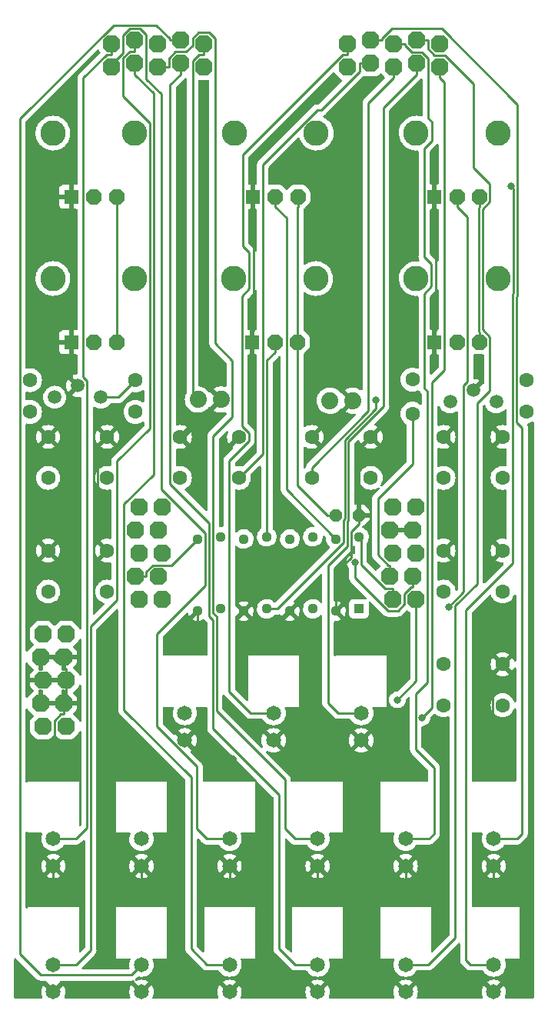
<source format=gbr>
%TF.GenerationSoftware,KiCad,Pcbnew,(6.0.2-0)*%
%TF.CreationDate,2022-03-24T13:34:32-04:00*%
%TF.ProjectId,dots-test,646f7473-2d74-4657-9374-2e6b69636164,rev?*%
%TF.SameCoordinates,Original*%
%TF.FileFunction,Copper,L1,Top*%
%TF.FilePolarity,Positive*%
%FSLAX46Y46*%
G04 Gerber Fmt 4.6, Leading zero omitted, Abs format (unit mm)*
G04 Created by KiCad (PCBNEW (6.0.2-0)) date 2022-03-24 13:34:32*
%MOMM*%
%LPD*%
G01*
G04 APERTURE LIST*
G04 Aperture macros list*
%AMOutline5P*
0 Free polygon, 5 corners , with rotation*
0 The origin of the aperture is its center*
0 number of corners: always 5*
0 $1 to $10 corner X, Y*
0 $11 Rotation angle, in degrees counterclockwise*
0 create outline with 5 corners*
4,1,5,$1,$2,$3,$4,$5,$6,$7,$8,$9,$10,$1,$2,$11*%
%AMOutline6P*
0 Free polygon, 6 corners , with rotation*
0 The origin of the aperture is its center*
0 number of corners: always 6*
0 $1 to $12 corner X, Y*
0 $13 Rotation angle, in degrees counterclockwise*
0 create outline with 6 corners*
4,1,6,$1,$2,$3,$4,$5,$6,$7,$8,$9,$10,$11,$12,$1,$2,$13*%
%AMOutline7P*
0 Free polygon, 7 corners , with rotation*
0 The origin of the aperture is its center*
0 number of corners: always 7*
0 $1 to $14 corner X, Y*
0 $15 Rotation angle, in degrees counterclockwise*
0 create outline with 7 corners*
4,1,7,$1,$2,$3,$4,$5,$6,$7,$8,$9,$10,$11,$12,$13,$14,$1,$2,$15*%
%AMOutline8P*
0 Free polygon, 8 corners , with rotation*
0 The origin of the aperture is its center*
0 number of corners: always 8*
0 $1 to $16 corner X, Y*
0 $17 Rotation angle, in degrees counterclockwise*
0 create outline with 8 corners*
4,1,8,$1,$2,$3,$4,$5,$6,$7,$8,$9,$10,$11,$12,$13,$14,$15,$16,$1,$2,$17*%
G04 Aperture macros list end*
%TA.AperFunction,ComponentPad*%
%ADD10R,1.650000X1.650000*%
%TD*%
%TA.AperFunction,ComponentPad*%
%ADD11Outline8P,-0.825000X0.412500X-0.412500X0.825000X0.412500X0.825000X0.825000X0.412500X0.825000X-0.412500X0.412500X-0.825000X-0.412500X-0.825000X-0.825000X-0.412500X270.000000*%
%TD*%
%TA.AperFunction,ComponentPad*%
%ADD12C,2.794000*%
%TD*%
%TA.AperFunction,ComponentPad*%
%ADD13C,1.879600*%
%TD*%
%TA.AperFunction,ComponentPad*%
%ADD14C,1.650000*%
%TD*%
%TA.AperFunction,ComponentPad*%
%ADD15C,1.600000*%
%TD*%
%TA.AperFunction,ComponentPad*%
%ADD16C,1.500000*%
%TD*%
%TA.AperFunction,ComponentPad*%
%ADD17Outline8P,-0.660400X0.330200X-0.330200X0.660400X0.330200X0.660400X0.660400X0.330200X0.660400X-0.330200X0.330200X-0.660400X-0.330200X-0.660400X-0.660400X-0.330200X0.000000*%
%TD*%
%TA.AperFunction,ComponentPad*%
%ADD18Outline8P,-0.939800X0.469900X-0.469900X0.939800X0.469900X0.939800X0.939800X0.469900X0.939800X-0.469900X0.469900X-0.939800X-0.469900X-0.939800X-0.939800X-0.469900X0.000000*%
%TD*%
%TA.AperFunction,ComponentPad*%
%ADD19Outline8P,-0.939800X0.469900X-0.469900X0.939800X0.469900X0.939800X0.939800X0.469900X0.939800X-0.469900X0.469900X-0.939800X-0.469900X-0.939800X-0.939800X-0.469900X270.000000*%
%TD*%
%TA.AperFunction,ComponentPad*%
%ADD20Outline8P,-0.939800X0.469900X-0.469900X0.939800X0.469900X0.939800X0.939800X0.469900X0.939800X-0.469900X0.469900X-0.939800X-0.469900X-0.939800X-0.939800X-0.469900X90.000000*%
%TD*%
%TA.AperFunction,ComponentPad*%
%ADD21R,1.130000X1.130000*%
%TD*%
%TA.AperFunction,ComponentPad*%
%ADD22C,1.130000*%
%TD*%
%TA.AperFunction,ViaPad*%
%ADD23C,0.800000*%
%TD*%
%TA.AperFunction,Conductor*%
%ADD24C,0.250000*%
%TD*%
G04 APERTURE END LIST*
D10*
%TO.P,LAYER_POT,1*%
%TO.N,GND*%
X153781500Y-60086000D03*
D11*
%TO.P,LAYER_POT,2*%
%TO.N,MUX2*%
X156281500Y-60086000D03*
%TO.P,LAYER_POT,3*%
%TO.N,+3V3*%
X158781500Y-60086000D03*
D12*
%TO.P,LAYER_POT,CHASSIS1*%
%TO.N,N/C*%
X151781500Y-53086000D03*
%TO.P,LAYER_POT,CHASSIS2*%
X160781500Y-53086000D03*
%TD*%
D13*
%TO.P,D1,A*%
%TO.N,LED_REC*%
X147751300Y-82407000D03*
%TO.P,D1,K*%
%TO.N,GND*%
X150291300Y-82407000D03*
%TD*%
D10*
%TO.P,FX2_POT,1*%
%TO.N,GND*%
X173784000Y-76088000D03*
D11*
%TO.P,FX2_POT,2*%
%TO.N,MUX5*%
X176284000Y-76088000D03*
%TO.P,FX2_POT,3*%
%TO.N,+3V3*%
X178784000Y-76088000D03*
D12*
%TO.P,FX2_POT,CHASSIS1*%
%TO.N,N/C*%
X171784000Y-69088000D03*
%TO.P,FX2_POT,CHASSIS2*%
X180784000Y-69088000D03*
%TD*%
D14*
%TO.P,GATE_OUT_LOOP_START,P$1_TIP*%
%TO.N,GND*%
X156083000Y-108411000D03*
%TO.P,GATE_OUT_LOOP_START,P$2_SWITCH*%
%TO.N,G_OUT_LOOP*%
X156083000Y-116911000D03*
%TO.P,GATE_OUT_LOOP_START,P$3_SLEEVE*%
%TO.N,GND*%
X156083000Y-119911000D03*
%TD*%
D15*
%TO.P,EFX2_ON,1*%
%TO.N,GND*%
X174812000Y-86523000D03*
%TO.P,EFX2_ON,2*%
X181312000Y-86523000D03*
%TO.P,EFX2_ON,3*%
%TO.N,EFX2_ON_BUT*%
X174812000Y-91023000D03*
%TO.P,EFX2_ON,4*%
X181312000Y-91023000D03*
%TD*%
D14*
%TO.P,CV1_DRY,P$1_TIP*%
%TO.N,GND*%
X131826000Y-122254000D03*
%TO.P,CV1_DRY,P$2_SWITCH*%
%TO.N,CV1*%
X131826000Y-130754000D03*
%TO.P,CV1_DRY,P$3_SLEEVE*%
%TO.N,GND*%
X131826000Y-133754000D03*
%TD*%
D15*
%TO.P,R3,P$1*%
%TO.N,LED_FX1_A*%
X183921000Y-83717000D03*
%TO.P,R3,P$2*%
%TO.N,N$3*%
X183921000Y-80292000D03*
%TD*%
D14*
%TO.P,CV7_EFX1_ON,P$1_TIP*%
%TO.N,GND*%
X160934400Y-122254000D03*
%TO.P,CV7_EFX1_ON,P$2_SWITCH*%
%TO.N,CV7*%
X160934400Y-130754000D03*
%TO.P,CV7_EFX1_ON,P$3_SLEEVE*%
%TO.N,GND*%
X160934400Y-133754000D03*
%TD*%
D15*
%TO.P,PLAY,1*%
%TO.N,GND*%
X160291700Y-86523000D03*
%TO.P,PLAY,2*%
X166791700Y-86523000D03*
%TO.P,PLAY,3*%
%TO.N,PLAY_BUT*%
X160291700Y-91023000D03*
%TO.P,PLAY,4*%
X166791700Y-91023000D03*
%TD*%
%TO.P,R5,P$1*%
%TO.N,LED_FX2_A*%
X140868000Y-83767000D03*
%TO.P,R5,P$2*%
%TO.N,N$5*%
X140868000Y-80292000D03*
%TD*%
%TO.P,RESET,1*%
%TO.N,GND*%
X174812000Y-111542000D03*
%TO.P,RESET,2*%
X181312000Y-111542000D03*
%TO.P,RESET,3*%
%TO.N,RESET_BUT*%
X174812000Y-116042000D03*
%TO.P,RESET,4*%
X181312000Y-116042000D03*
%TD*%
D14*
%TO.P,GATE_IN_PLAY,P$1_TIP*%
%TO.N,GND*%
X165735000Y-108411000D03*
%TO.P,GATE_IN_PLAY,P$2_SWITCH*%
%TO.N,G_IN_PLAY*%
X165735000Y-116911000D03*
%TO.P,GATE_IN_PLAY,P$3_SLEEVE*%
%TO.N,GND*%
X165735000Y-119911000D03*
%TD*%
D10*
%TO.P,DECAY_POT,1*%
%TO.N,GND*%
X153718000Y-76088000D03*
D11*
%TO.P,DECAY_POT,2*%
%TO.N,MUX3*%
X156218000Y-76088000D03*
%TO.P,DECAY_POT,3*%
%TO.N,+3V3*%
X158718000Y-76088000D03*
D12*
%TO.P,DECAY_POT,CHASSIS1*%
%TO.N,N/C*%
X151718000Y-69088000D03*
%TO.P,DECAY_POT,CHASSIS2*%
X160718000Y-69088000D03*
%TD*%
D16*
%TO.P,LED2,AG*%
%TO.N,N$4*%
X175522000Y-82661000D03*
%TO.P,LED2,AO*%
%TO.N,N$3*%
X180602000Y-82661000D03*
%TO.P,LED2,CC*%
%TO.N,GND*%
X178062000Y-81391000D03*
%TD*%
D15*
%TO.P,EFX_1_ON,1*%
%TO.N,GND*%
X131251000Y-86523000D03*
%TO.P,EFX_1_ON,2*%
X137751000Y-86523000D03*
%TO.P,EFX_1_ON,3*%
%TO.N,EFX1_ON_BUT*%
X131251000Y-91023000D03*
%TO.P,EFX_1_ON,4*%
X137751000Y-91023000D03*
%TD*%
D14*
%TO.P,CV8_EFX2_ON,P$1_TIP*%
%TO.N,GND*%
X160934400Y-136097000D03*
%TO.P,CV8_EFX2_ON,P$2_SWITCH*%
%TO.N,CV8*%
X160934400Y-144597000D03*
%TO.P,CV8_EFX2_ON,P$3_SLEEVE*%
%TO.N,GND*%
X160934400Y-147597000D03*
%TD*%
D10*
%TO.P,DRY_POT,1*%
%TO.N,GND*%
X133779000Y-60086000D03*
D11*
%TO.P,DRY_POT,2*%
%TO.N,MUX0*%
X136279000Y-60086000D03*
%TO.P,DRY_POT,3*%
%TO.N,+3V3*%
X138779000Y-60086000D03*
D12*
%TO.P,DRY_POT,CHASSIS1*%
%TO.N,N/C*%
X131779000Y-53086000D03*
%TO.P,DRY_POT,CHASSIS2*%
X140779000Y-53086000D03*
%TD*%
D14*
%TO.P,CV4_DECAY,P$1_TIP*%
%TO.N,GND*%
X141528800Y-136097000D03*
%TO.P,CV4_DECAY,P$2_SWITCH*%
%TO.N,CV4*%
X141528800Y-144597000D03*
%TO.P,CV4_DECAY,P$3_SLEEVE*%
%TO.N,GND*%
X141528800Y-147597000D03*
%TD*%
D15*
%TO.P,EFX1_SEL,1*%
%TO.N,GND*%
X131251000Y-99032500D03*
%TO.P,EFX1_SEL,2*%
X137751000Y-99032500D03*
%TO.P,EFX1_SEL,3*%
%TO.N,EFX1_SEL_BUT*%
X131251000Y-103532500D03*
%TO.P,EFX1_SEL,4*%
X137751000Y-103532500D03*
%TD*%
%TO.P,R4,P$1*%
%TO.N,N$4*%
X171373000Y-80217000D03*
%TO.P,R4,P$2*%
%TO.N,LED_FX1_B*%
X171373000Y-83967000D03*
%TD*%
D16*
%TO.P,LED1,AG*%
%TO.N,N$6*%
X131961000Y-82153000D03*
%TO.P,LED1,AO*%
%TO.N,N$5*%
X137041000Y-82153000D03*
%TO.P,LED1,CC*%
%TO.N,GND*%
X134501000Y-80883000D03*
%TD*%
D14*
%TO.P,CV5_FX1_PARAM,P$1_TIP*%
%TO.N,GND*%
X151231600Y-122254000D03*
%TO.P,CV5_FX1_PARAM,P$2_SWITCH*%
%TO.N,CV5*%
X151231600Y-130754000D03*
%TO.P,CV5_FX1_PARAM,P$3_SLEEVE*%
%TO.N,GND*%
X151231600Y-133754000D03*
%TD*%
D15*
%TO.P,EFX2_SEL,1*%
%TO.N,GND*%
X174812000Y-99032500D03*
%TO.P,EFX2_SEL,2*%
X181312000Y-99032500D03*
%TO.P,EFX2_SEL,3*%
%TO.N,EFX2_SEL_BUT*%
X174812000Y-103532500D03*
%TO.P,EFX2_SEL,4*%
X181312000Y-103532500D03*
%TD*%
D14*
%TO.P,AUDIO_OUT_R,P$1_TIP*%
%TO.N,GND*%
X180340000Y-136097000D03*
%TO.P,AUDIO_OUT_R,P$2_SWITCH*%
%TO.N,AUDIO_OUT_R*%
X180340000Y-144597000D03*
%TO.P,AUDIO_OUT_R,P$3_SLEEVE*%
%TO.N,GND*%
X180340000Y-147597000D03*
%TD*%
D15*
%TO.P,RECORD,1*%
%TO.N,GND*%
X145771300Y-86523000D03*
%TO.P,RECORD,2*%
X152271300Y-86523000D03*
%TO.P,RECORD,3*%
%TO.N,REC_BUT*%
X145771300Y-91023000D03*
%TO.P,RECORD,4*%
X152271300Y-91023000D03*
%TD*%
D14*
%TO.P,GATE_IN_RECORD,P$1_TIP*%
%TO.N,GND*%
X146304000Y-108411000D03*
%TO.P,GATE_IN_RECORD,P$2_SWITCH*%
%TO.N,G_IN_REC*%
X146304000Y-116911000D03*
%TO.P,GATE_IN_RECORD,P$3_SLEEVE*%
%TO.N,GND*%
X146304000Y-119911000D03*
%TD*%
%TO.P,AUDIO_OUT_L,P$1_TIP*%
%TO.N,GND*%
X170637200Y-136097000D03*
%TO.P,AUDIO_OUT_L,P$2_SWITCH*%
%TO.N,AUDIO_OUT_L*%
X170637200Y-144597000D03*
%TO.P,AUDIO_OUT_L,P$3_SLEEVE*%
%TO.N,GND*%
X170637200Y-147597000D03*
%TD*%
D17*
%TO.P,C2,1*%
%TO.N,+3V3*%
X162949000Y-95123000D03*
%TO.P,C2,2*%
%TO.N,GND*%
X165489000Y-95123000D03*
%TD*%
D13*
%TO.P,D2,A*%
%TO.N,LED_PLAY*%
X162271700Y-82534000D03*
%TO.P,D2,K*%
%TO.N,GND*%
X164811700Y-82534000D03*
%TD*%
D14*
%TO.P,AUDIO_IN_R,P$1_TIP*%
%TO.N,GND*%
X170637200Y-122254000D03*
%TO.P,AUDIO_IN_R,P$2_SWITCH*%
%TO.N,AUDIO_IN_R*%
X170637200Y-130754000D03*
%TO.P,AUDIO_IN_R,P$3_SLEEVE*%
%TO.N,GND*%
X170637200Y-133754000D03*
%TD*%
D10*
%TO.P,WET_POT,1*%
%TO.N,GND*%
X133779000Y-76088000D03*
D11*
%TO.P,WET_POT,2*%
%TO.N,MUX1*%
X136279000Y-76088000D03*
%TO.P,WET_POT,3*%
%TO.N,+3V3*%
X138779000Y-76088000D03*
D12*
%TO.P,WET_POT,CHASSIS1*%
%TO.N,N/C*%
X131779000Y-69088000D03*
%TO.P,WET_POT,CHASSIS2*%
X140779000Y-69088000D03*
%TD*%
D18*
%TO.P,U1,A1*%
%TO.N,-12V*%
X171772000Y-104398000D03*
%TO.P,U1,A2*%
%TO.N,MUX_SEL_0*%
X171392000Y-101858000D03*
%TO.P,U1,A3*%
%TO.N,MUX_SEL_1*%
X171772000Y-99318000D03*
%TO.P,U1,A4*%
%TO.N,GND*%
X171392000Y-96778000D03*
%TO.P,U1,A5*%
%TO.N,N$1*%
X171772000Y-94238000D03*
%TO.P,U1,A6*%
%TO.N,N/C*%
X169232000Y-94238000D03*
%TO.P,U1,A7*%
%TO.N,GND*%
X168852000Y-96778000D03*
%TO.P,U1,A8*%
%TO.N,LED_FX2_B*%
X169232000Y-99318000D03*
%TO.P,U1,A9*%
%TO.N,LED_FX1_B*%
X168852000Y-101858000D03*
%TO.P,U1,A10*%
%TO.N,+3V3*%
X169232000Y-104398000D03*
D19*
%TO.P,U1,B1*%
%TO.N,AUDIO_OUT_R*%
X174392000Y-43238000D03*
%TO.P,U1,B2*%
%TO.N,AUDIO_OUT_L*%
X171852000Y-42858000D03*
%TO.P,U1,B3*%
%TO.N,AUDIO_IN_R*%
X169312000Y-43238000D03*
%TO.P,U1,B4*%
%TO.N,AUDIO_IN_L*%
X166772000Y-42858000D03*
%TO.P,U1,B5*%
%TO.N,G_OUT_LOOP*%
X164232000Y-43238000D03*
%TO.P,U1,B6*%
%TO.N,GND*%
X164232000Y-45778000D03*
%TO.P,U1,B7*%
%TO.N,REC_BUT*%
X166772000Y-45398000D03*
%TO.P,U1,B8*%
%TO.N,PLAY_BUT*%
X169312000Y-45778000D03*
%TO.P,U1,B9*%
%TO.N,G_IN_PLAY*%
X171852000Y-45398000D03*
%TO.P,U1,B10*%
%TO.N,G_IN_REC*%
X174392000Y-45778000D03*
%TO.P,U1,C1*%
%TO.N,LED_REC*%
X148392000Y-43238000D03*
%TO.P,U1,C2*%
%TO.N,CV4*%
X145852000Y-42858000D03*
%TO.P,U1,C3*%
%TO.N,CV3*%
X143312000Y-43238000D03*
%TO.P,U1,C4*%
%TO.N,CV2*%
X140772000Y-42858000D03*
%TO.P,U1,C5*%
%TO.N,CV1*%
X138232000Y-43238000D03*
%TO.P,U1,C6*%
%TO.N,CV5*%
X138232000Y-45778000D03*
%TO.P,U1,C7*%
%TO.N,CV6*%
X140772000Y-45398000D03*
%TO.P,U1,C8*%
%TO.N,CV7*%
X143312000Y-45778000D03*
%TO.P,U1,C9*%
%TO.N,CV8*%
X145852000Y-45398000D03*
%TO.P,U1,C10*%
%TO.N,LED_PLAY*%
X148392000Y-45778000D03*
D18*
%TO.P,U1,D1*%
%TO.N,RESET_BUT*%
X143772000Y-104398000D03*
%TO.P,U1,D2*%
%TO.N,EFX2_ON_BUT*%
X143392000Y-101858000D03*
%TO.P,U1,D3*%
%TO.N,EFX1_SEL_BUT*%
X143772000Y-99318000D03*
%TO.P,U1,D4*%
%TO.N,EFX2_SEL_BUT*%
X143392000Y-96778000D03*
%TO.P,U1,D5*%
%TO.N,LED_FX1_A*%
X143772000Y-94238000D03*
%TO.P,U1,D6*%
%TO.N,GND*%
X141232000Y-94238000D03*
%TO.P,U1,D7*%
%TO.N,LED_FX2_A*%
X140852000Y-96778000D03*
%TO.P,U1,D8*%
%TO.N,MUX_COMMON*%
X141232000Y-99318000D03*
%TO.P,U1,D9*%
%TO.N,MUX_SEL_2*%
X140852000Y-101858000D03*
%TO.P,U1,D10*%
%TO.N,EFX1_ON_BUT*%
X141232000Y-104398000D03*
%TD*%
D14*
%TO.P,AUDIO_IN_L,P$1_TIP*%
%TO.N,GND*%
X180340000Y-122254000D03*
%TO.P,AUDIO_IN_L,P$2_SWITCH*%
%TO.N,AUDIO_IN_L*%
X180340000Y-130754000D03*
%TO.P,AUDIO_IN_L,P$3_SLEEVE*%
%TO.N,GND*%
X180340000Y-133754000D03*
%TD*%
%TO.P,CV2_WET,P$1_TIP*%
%TO.N,GND*%
X131826000Y-136097000D03*
%TO.P,CV2_WET,P$2_SWITCH*%
%TO.N,CV2*%
X131826000Y-144597000D03*
%TO.P,CV2_WET,P$3_SLEEVE*%
%TO.N,GND*%
X131826000Y-147597000D03*
%TD*%
D10*
%TO.P,FX1_POT,1*%
%TO.N,GND*%
X173784000Y-60086000D03*
D11*
%TO.P,FX1_POT,2*%
%TO.N,MUX4*%
X176284000Y-60086000D03*
%TO.P,FX1_POT,3*%
%TO.N,+3V3*%
X178784000Y-60086000D03*
D12*
%TO.P,FX1_POT,CHASSIS1*%
%TO.N,N/C*%
X171784000Y-53086000D03*
%TO.P,FX1_POT,CHASSIS2*%
X180784000Y-53086000D03*
%TD*%
D14*
%TO.P,CV3_LAYERS,P$1_TIP*%
%TO.N,GND*%
X141528800Y-122254000D03*
%TO.P,CV3_LAYERS,P$2_SWITCH*%
%TO.N,CV3*%
X141528800Y-130754000D03*
%TO.P,CV3_LAYERS,P$3_SLEEVE*%
%TO.N,GND*%
X141528800Y-133754000D03*
%TD*%
%TO.P,CV6_FX2_PARAM,P$1_TIP*%
%TO.N,GND*%
X151231600Y-136097000D03*
%TO.P,CV6_FX2_PARAM,P$2_SWITCH*%
%TO.N,CV6*%
X151231600Y-144597000D03*
%TO.P,CV6_FX2_PARAM,P$3_SLEEVE*%
%TO.N,GND*%
X151231600Y-147597000D03*
%TD*%
D15*
%TO.P,R6,P$1*%
%TO.N,N$6*%
X129261000Y-80267000D03*
%TO.P,R6,P$2*%
%TO.N,LED_FX2_B*%
X129261000Y-83767000D03*
%TD*%
D20*
%TO.P,C1,GND1*%
%TO.N,GND*%
X132969000Y-115824000D03*
%TO.P,C1,GND2*%
X130429000Y-115824000D03*
%TO.P,C1,GND3*%
X133223000Y-113284000D03*
%TO.P,C1,GND4*%
X130683000Y-113284000D03*
%TO.P,C1,GND5*%
X132969000Y-110744000D03*
%TO.P,C1,GND6*%
X130429000Y-110744000D03*
%TO.P,C1,NEG1*%
%TO.N,-12V*%
X133223000Y-118364000D03*
%TO.P,C1,NEG2*%
X130683000Y-118364000D03*
%TO.P,C1,POS1*%
%TO.N,N$1*%
X133223000Y-108204000D03*
%TO.P,C1,POS2*%
X130683000Y-108204000D03*
%TD*%
D21*
%TO.P,U2,1*%
%TO.N,MUX4*%
X165489000Y-105443000D03*
D22*
%TO.P,U2,2*%
%TO.N,GND*%
X162949000Y-105698000D03*
%TO.P,U2,3*%
%TO.N,MUX_COMMON*%
X160409000Y-105443000D03*
%TO.P,U2,4*%
%TO.N,GND*%
X157869000Y-105698000D03*
%TO.P,U2,5*%
%TO.N,MUX5*%
X155329000Y-105443000D03*
%TO.P,U2,6*%
%TO.N,GND*%
X152789000Y-105698000D03*
%TO.P,U2,7*%
X150249000Y-105443000D03*
%TO.P,U2,8*%
X147709000Y-105698000D03*
%TO.P,U2,9*%
%TO.N,MUX_SEL_2*%
X147709000Y-97758000D03*
%TO.P,U2,10*%
%TO.N,MUX_SEL_1*%
X150249000Y-97503000D03*
%TO.P,U2,11*%
%TO.N,MUX_SEL_0*%
X152789000Y-97758000D03*
%TO.P,U2,12*%
%TO.N,MUX3*%
X155329000Y-97503000D03*
%TO.P,U2,13*%
%TO.N,MUX0*%
X157869000Y-97758000D03*
%TO.P,U2,14*%
%TO.N,MUX1*%
X160409000Y-97503000D03*
%TO.P,U2,15*%
%TO.N,MUX2*%
X162949000Y-97758000D03*
%TO.P,U2,16*%
%TO.N,+3V3*%
X165489000Y-97503000D03*
%TD*%
D23*
%TO.N,-12V*%
X169718500Y-115447400D03*
%TO.N,AUDIO_OUT_R*%
X182233300Y-58915600D03*
%TO.N,MUX_SEL_0*%
X165044500Y-100311100D03*
%TO.N,MUX4*%
X175391500Y-105216100D03*
%TO.N,MUX5*%
X167345800Y-82468300D03*
%TO.N,G_IN_REC*%
X172424400Y-117422200D03*
%TD*%
D24*
%TO.N,GND*%
X132969000Y-116433600D02*
X133223000Y-116179600D01*
X180340000Y-122254000D02*
X180204100Y-122118100D01*
X133779000Y-76088000D02*
X133779000Y-80161000D01*
X132969000Y-110744000D02*
X132969000Y-111353600D01*
X131953000Y-117766300D02*
X132676000Y-117043300D01*
X133779000Y-60086000D02*
X133779000Y-76088000D01*
X131826000Y-122254000D02*
X131953000Y-122127000D01*
X165489000Y-87825700D02*
X166791700Y-86523000D01*
X173784000Y-74985300D02*
X173950800Y-74818500D01*
X165489000Y-95123000D02*
X165489000Y-87825700D01*
X153781500Y-60086000D02*
X153781500Y-61188700D01*
X146175300Y-86523000D02*
X145771300Y-86523000D01*
X147709000Y-107006000D02*
X147709000Y-105698000D01*
X132257900Y-111353600D02*
X131648300Y-110744000D01*
X162949000Y-101448200D02*
X162949000Y-105698000D01*
X153864900Y-74838400D02*
X153864900Y-61272100D01*
X165489000Y-95123000D02*
X165489000Y-96062400D01*
X133779000Y-80161000D02*
X134501000Y-80883000D01*
X180204100Y-122118100D02*
X180204100Y-112649900D01*
X180204100Y-112649900D02*
X181312000Y-111542000D01*
X136658600Y-87615400D02*
X137751000Y-86523000D01*
X170637200Y-133754000D02*
X170637200Y-136097000D01*
X150291300Y-82407000D02*
X146175300Y-86523000D01*
X160934400Y-136097000D02*
X160934400Y-133754000D01*
X133223000Y-113284000D02*
X133223000Y-112064700D01*
X153718000Y-76088000D02*
X153718000Y-74985300D01*
X146304000Y-108411000D02*
X147709000Y-107006000D01*
X132969000Y-115824000D02*
X132969000Y-116433600D01*
X133223000Y-112064700D02*
X133121600Y-111963300D01*
X153864900Y-61272100D02*
X153781500Y-61188700D01*
X132969000Y-111353600D02*
X132257900Y-111353600D01*
X173784000Y-60086000D02*
X173784000Y-61188700D01*
X141528800Y-133754000D02*
X141528800Y-136097000D01*
X136658600Y-97940100D02*
X136658600Y-87615400D01*
X165489000Y-96062400D02*
X164600000Y-96951400D01*
X173950800Y-61355500D02*
X173784000Y-61188700D01*
X173784000Y-76088000D02*
X173784000Y-74985300D01*
X164600000Y-99797200D02*
X162949000Y-101448200D01*
X132676000Y-117043300D02*
X132969000Y-117043300D01*
X133223000Y-116179600D02*
X133223000Y-113284000D01*
X133121600Y-111963300D02*
X132969000Y-111963300D01*
X132969000Y-111353600D02*
X132969000Y-111963300D01*
X153718000Y-74985300D02*
X153864900Y-74838400D01*
X164600000Y-96951400D02*
X164600000Y-99797200D01*
X131826000Y-136097000D02*
X131826000Y-133754000D01*
X131953000Y-122127000D02*
X131953000Y-117766300D01*
X151231600Y-136097000D02*
X151231600Y-133754000D01*
X180340000Y-133754000D02*
X180340000Y-136097000D01*
X173950800Y-74818500D02*
X173950800Y-61355500D01*
X130429000Y-110744000D02*
X131648300Y-110744000D01*
X137751000Y-99032500D02*
X136658600Y-97940100D01*
X132969000Y-116433600D02*
X132969000Y-117043300D01*
%TO.N,-12V*%
X171772000Y-104398000D02*
X171772000Y-113393900D01*
X171772000Y-113393900D02*
X169718500Y-115447400D01*
%TO.N,AUDIO_IN_L*%
X182890100Y-130754000D02*
X183438400Y-130205700D01*
X180340000Y-130754000D02*
X182890100Y-130754000D01*
X166772000Y-42858000D02*
X167991300Y-42858000D01*
X182924600Y-49911300D02*
X174612400Y-41599100D01*
X174612400Y-41599100D02*
X169103700Y-41599100D01*
X183438400Y-85484600D02*
X182841200Y-84887400D01*
X167991300Y-42711500D02*
X167991300Y-42858000D01*
X182841200Y-84887400D02*
X182841200Y-71131100D01*
X183438400Y-130205700D02*
X183438400Y-85484600D01*
X169103700Y-41599100D02*
X167991300Y-42711500D01*
X182841200Y-71131100D02*
X182924600Y-71047700D01*
X182924600Y-71047700D02*
X182924600Y-49911300D01*
%TO.N,AUDIO_IN_R*%
X173762400Y-122934900D02*
X173762400Y-130186500D01*
X170531300Y-43403600D02*
X171306300Y-44178600D01*
X172681200Y-66696900D02*
X173482000Y-67497700D01*
X173121800Y-51477200D02*
X173493800Y-51849200D01*
X173040000Y-113532100D02*
X171746600Y-114825500D01*
X171746600Y-114825500D02*
X171746600Y-120919100D01*
X173493800Y-51849200D02*
X173493800Y-53948200D01*
X172681200Y-70762800D02*
X172681200Y-81136200D01*
X172681200Y-81136200D02*
X173040000Y-81495000D01*
X171746600Y-120919100D02*
X173762400Y-122934900D01*
X173762400Y-130186500D02*
X173194900Y-130754000D01*
X173040000Y-81495000D02*
X173040000Y-113532100D01*
X173493800Y-53948200D02*
X172681200Y-54760800D01*
X173194900Y-130754000D02*
X170637200Y-130754000D01*
X172448000Y-44178600D02*
X173121800Y-44852400D01*
X171306300Y-44178600D02*
X172448000Y-44178600D01*
X173482000Y-67497700D02*
X173482000Y-69962000D01*
X172681200Y-54760800D02*
X172681200Y-66696900D01*
X173121800Y-44852400D02*
X173121800Y-51477200D01*
X169312000Y-43238000D02*
X170531300Y-43238000D01*
X170531300Y-43238000D02*
X170531300Y-43403600D01*
X173482000Y-69962000D02*
X172681200Y-70762800D01*
%TO.N,AUDIO_OUT_R*%
X177777900Y-144597000D02*
X177256700Y-144075800D01*
X182395400Y-70805800D02*
X182488800Y-70712400D01*
X182488800Y-59171100D02*
X182233300Y-58915600D01*
X182395400Y-100451400D02*
X182395400Y-70805800D01*
X180340000Y-144597000D02*
X177777900Y-144597000D01*
X182488800Y-70712400D02*
X182488800Y-59171100D01*
X177256700Y-144075800D02*
X177256700Y-105590100D01*
X177256700Y-105590100D02*
X182395400Y-100451400D01*
%TO.N,AUDIO_OUT_L*%
X178082600Y-56856700D02*
X179893700Y-58667800D01*
X179910600Y-81414500D02*
X178489400Y-82835700D01*
X171852000Y-42858000D02*
X173071300Y-42858000D01*
X178082600Y-47638300D02*
X178082600Y-56856700D01*
X176087300Y-105090000D02*
X176087300Y-141646200D01*
X179893700Y-60650300D02*
X179109200Y-61434800D01*
X179109200Y-74715000D02*
X179910600Y-75516400D01*
X174952300Y-44508000D02*
X178082600Y-47638300D01*
X179893700Y-58667800D02*
X179893700Y-60650300D01*
X179910600Y-75516400D02*
X179910600Y-81414500D01*
X178489400Y-82835700D02*
X178489400Y-102687900D01*
X173071300Y-42858000D02*
X173071300Y-43772500D01*
X173136500Y-144597000D02*
X170637200Y-144597000D01*
X179109200Y-61434800D02*
X179109200Y-74715000D01*
X173071300Y-43772500D02*
X173806800Y-44508000D01*
X173806800Y-44508000D02*
X174952300Y-44508000D01*
X178489400Y-102687900D02*
X176087300Y-105090000D01*
X176087300Y-141646200D02*
X173136500Y-144597000D01*
%TO.N,MUX_SEL_0*%
X170502000Y-104937300D02*
X169774600Y-105664700D01*
X171392000Y-103077300D02*
X171245500Y-103077300D01*
X165044500Y-102041100D02*
X165044500Y-100311100D01*
X171392000Y-101858000D02*
X171392000Y-103077300D01*
X169774600Y-105664700D02*
X168668100Y-105664700D01*
X168668100Y-105664700D02*
X165044500Y-102041100D01*
X171245500Y-103077300D02*
X170502000Y-103820800D01*
X170502000Y-103820800D02*
X170502000Y-104937300D01*
%TO.N,MUX_SEL_2*%
X140852000Y-101858000D02*
X142071300Y-101858000D01*
X144828300Y-100638700D02*
X147709000Y-97758000D01*
X142071300Y-101858000D02*
X142071300Y-101324500D01*
X142757100Y-100638700D02*
X144828300Y-100638700D01*
X142071300Y-101324500D02*
X142757100Y-100638700D01*
%TO.N,+3V3*%
X158781500Y-60086000D02*
X158781500Y-61190300D01*
X178784000Y-61190300D02*
X178702200Y-61272100D01*
X169232000Y-104398000D02*
X169232000Y-103178700D01*
X158718000Y-76088000D02*
X158718000Y-91831400D01*
X178702200Y-61272100D02*
X178702200Y-74901900D01*
X178784000Y-60086000D02*
X178784000Y-61190300D01*
X158718000Y-61253800D02*
X158718000Y-76088000D01*
X165722200Y-97736200D02*
X165489000Y-97503000D01*
X165722200Y-100571500D02*
X165722200Y-97736200D01*
X158781500Y-61190300D02*
X158718000Y-61253800D01*
X162949000Y-95123000D02*
X162009600Y-95123000D01*
X178784000Y-76088000D02*
X178784000Y-74983700D01*
X178702200Y-74901900D02*
X178784000Y-74983700D01*
X169232000Y-103178700D02*
X168329400Y-103178700D01*
X168329400Y-103178700D02*
X165722200Y-100571500D01*
X138779000Y-76088000D02*
X138779000Y-60086000D01*
X158718000Y-91831400D02*
X162009600Y-95123000D01*
%TO.N,CV1*%
X131826000Y-130754000D02*
X134320800Y-130754000D01*
X135126900Y-47029000D02*
X137698600Y-44457300D01*
X135533100Y-129541700D02*
X135533100Y-80344300D01*
X135126900Y-79938100D02*
X135126900Y-47029000D01*
X138232000Y-43238000D02*
X138232000Y-44457300D01*
X134320800Y-130754000D02*
X135533100Y-129541700D01*
X135533100Y-80344300D02*
X135126900Y-79938100D01*
X137698600Y-44457300D02*
X138232000Y-44457300D01*
%TO.N,CV2*%
X140259200Y-44077300D02*
X140772000Y-44077300D01*
X142453800Y-51971300D02*
X139533900Y-49051400D01*
X131826000Y-144597000D02*
X134350500Y-144597000D01*
X135935900Y-143011600D02*
X135935900Y-107385300D01*
X139533900Y-49051400D02*
X139533900Y-44802600D01*
X138828800Y-89185100D02*
X142453800Y-85560100D01*
X135935900Y-107385300D02*
X138828800Y-104492400D01*
X138828800Y-104492400D02*
X138828800Y-89185100D01*
X140772000Y-42858000D02*
X140772000Y-44077300D01*
X139533900Y-44802600D02*
X140259200Y-44077300D01*
X134350500Y-144597000D02*
X135935900Y-143011600D01*
X142453800Y-85560100D02*
X142453800Y-51971300D01*
%TO.N,CV4*%
X140402300Y-145723500D02*
X141528800Y-144597000D01*
X128143000Y-143425700D02*
X130440800Y-145723500D01*
X145852000Y-42858000D02*
X144632700Y-42858000D01*
X144632700Y-42705600D02*
X143121400Y-41194300D01*
X128143000Y-51496500D02*
X128143000Y-143425700D01*
X130440800Y-145723500D02*
X140402300Y-145723500D01*
X138445200Y-41194300D02*
X128143000Y-51496500D01*
X144632700Y-42858000D02*
X144632700Y-42705600D01*
X143121400Y-41194300D02*
X138445200Y-41194300D01*
%TO.N,CV5*%
X142041900Y-42284000D02*
X142041900Y-47116500D01*
X139501900Y-44264900D02*
X139501900Y-42315200D01*
X148571900Y-97141000D02*
X148571900Y-102875800D01*
X138232000Y-45778000D02*
X138232000Y-45534800D01*
X143223500Y-118390000D02*
X147629000Y-122795500D01*
X148728300Y-130754000D02*
X151231600Y-130754000D01*
X147629000Y-129654700D02*
X148728300Y-130754000D01*
X139501900Y-42315200D02*
X140217300Y-41599800D01*
X148571900Y-102875800D02*
X143223500Y-108224200D01*
X143696800Y-48771400D02*
X143696800Y-92265900D01*
X141357700Y-41599800D02*
X142041900Y-42284000D01*
X143223500Y-108224200D02*
X143223500Y-118390000D01*
X142041900Y-47116500D02*
X143696800Y-48771400D01*
X138232000Y-45534800D02*
X139501900Y-44264900D01*
X140217300Y-41599800D02*
X141357700Y-41599800D01*
X143696800Y-92265900D02*
X148571900Y-97141000D01*
X147629000Y-122795500D02*
X147629000Y-129654700D01*
%TO.N,CV6*%
X146986300Y-123963000D02*
X146986300Y-142860700D01*
X140772000Y-46617300D02*
X142856500Y-48701800D01*
X142856500Y-48701800D02*
X142856500Y-90651900D01*
X148722600Y-144597000D02*
X151231600Y-144597000D01*
X146986300Y-142860700D02*
X148722600Y-144597000D01*
X142856500Y-90651900D02*
X139593500Y-93914900D01*
X139593500Y-93914900D02*
X139593500Y-116570200D01*
X140772000Y-45398000D02*
X140772000Y-46617300D01*
X139593500Y-116570200D02*
X146986300Y-123963000D01*
%TO.N,CV7*%
X145266800Y-44128000D02*
X146432900Y-44128000D01*
X147156500Y-42646400D02*
X147793900Y-42009000D01*
X149638900Y-76240700D02*
X151516300Y-78118100D01*
X158431100Y-130754000D02*
X160934400Y-130754000D01*
X149406200Y-86445600D02*
X149406200Y-105883000D01*
X144531300Y-44863500D02*
X145266800Y-44128000D01*
X157331800Y-124230300D02*
X157331800Y-129654700D01*
X149809000Y-116707500D02*
X157331800Y-124230300D01*
X149638900Y-42632000D02*
X149638900Y-76240700D01*
X147793900Y-42009000D02*
X149015900Y-42009000D01*
X151516300Y-84335500D02*
X149406200Y-86445600D01*
X149015900Y-42009000D02*
X149638900Y-42632000D01*
X146432900Y-44128000D02*
X147156500Y-43404400D01*
X149406200Y-105883000D02*
X149809000Y-106285800D01*
X157331800Y-129654700D02*
X158431100Y-130754000D01*
X144531300Y-45778000D02*
X144531300Y-44863500D01*
X149809000Y-106285800D02*
X149809000Y-116707500D01*
X143312000Y-45778000D02*
X144531300Y-45778000D01*
X147156500Y-43404400D02*
X147156500Y-42646400D01*
X151516300Y-78118100D02*
X151516300Y-84335500D01*
%TO.N,CV8*%
X158425400Y-144597000D02*
X160934400Y-144597000D01*
X144682300Y-91657600D02*
X149003500Y-95978800D01*
X149003500Y-106251400D02*
X149406200Y-106654100D01*
X145852000Y-46617300D02*
X144682300Y-47787000D01*
X156689100Y-142860700D02*
X158425400Y-144597000D01*
X149406200Y-118621000D02*
X156689100Y-125903900D01*
X156689100Y-125903900D02*
X156689100Y-142860700D01*
X149003500Y-95978800D02*
X149003500Y-106251400D01*
X144682300Y-47787000D02*
X144682300Y-91657600D01*
X149406200Y-106654100D02*
X149406200Y-118621000D01*
X145852000Y-45398000D02*
X145852000Y-46617300D01*
%TO.N,MUX2*%
X162949000Y-97758000D02*
X157512900Y-92321900D01*
X157512900Y-92321900D02*
X157512900Y-62421700D01*
X156281500Y-60086000D02*
X156281500Y-61190300D01*
X157512900Y-62421700D02*
X156281500Y-61190300D01*
%TO.N,MUX3*%
X156218000Y-77192300D02*
X155329000Y-78081300D01*
X156218000Y-76088000D02*
X156218000Y-77192300D01*
X155329000Y-78081300D02*
X155329000Y-97503000D01*
%TO.N,MUX4*%
X176284000Y-61190300D02*
X177435600Y-62341900D01*
X177435600Y-80446500D02*
X177029900Y-80852200D01*
X177435600Y-62341900D02*
X177435600Y-80446500D01*
X176284000Y-60086000D02*
X176284000Y-61190300D01*
X177029900Y-103577700D02*
X175391500Y-105216100D01*
X177029900Y-80852200D02*
X177029900Y-103577700D01*
%TO.N,MUX5*%
X167345800Y-83399300D02*
X163918800Y-86826300D01*
X163794500Y-95662900D02*
X163794500Y-98118800D01*
X163918800Y-86826300D02*
X163918800Y-95538600D01*
X167345800Y-82468300D02*
X167345800Y-83399300D01*
X163794500Y-98118800D02*
X156470300Y-105443000D01*
X163918800Y-95538600D02*
X163794500Y-95662900D01*
X156470300Y-105443000D02*
X155329000Y-105443000D01*
%TO.N,REC_BUT*%
X166772000Y-45398000D02*
X165552700Y-45398000D01*
X165552700Y-46343800D02*
X161342100Y-50554400D01*
X165552700Y-45398000D02*
X165552700Y-46343800D01*
X160886300Y-50554400D02*
X154888200Y-56552500D01*
X154888200Y-56552500D02*
X154888200Y-88406100D01*
X161342100Y-50554400D02*
X160886300Y-50554400D01*
X154888200Y-88406100D02*
X152271300Y-91023000D01*
%TO.N,PLAY_BUT*%
X169312000Y-45778000D02*
X169312000Y-46997300D01*
X166507400Y-49801900D02*
X166507400Y-83668100D01*
X169312000Y-46997300D02*
X166507400Y-49801900D01*
X166507400Y-83668100D02*
X160291700Y-89883800D01*
X160291700Y-89883800D02*
X160291700Y-91023000D01*
%TO.N,LED_REC*%
X148392000Y-43238000D02*
X148392000Y-44457300D01*
X148392000Y-44457300D02*
X147858600Y-44457300D01*
X147156300Y-45159600D02*
X147156300Y-81812000D01*
X147156300Y-81812000D02*
X147751300Y-82407000D01*
X147858600Y-44457300D02*
X147156300Y-45159600D01*
%TO.N,G_IN_REC*%
X174893800Y-47499100D02*
X174392000Y-46997300D01*
X172424400Y-117422200D02*
X173492900Y-116353700D01*
X174392000Y-45778000D02*
X174392000Y-46997300D01*
X173492900Y-116353700D02*
X173492900Y-80538800D01*
X174893800Y-79137900D02*
X174893800Y-47499100D01*
X173492900Y-80538800D02*
X174893800Y-79137900D01*
%TO.N,G_IN_PLAY*%
X165735000Y-116911000D02*
X163201900Y-116911000D01*
X163201900Y-116911000D02*
X162083000Y-115792100D01*
X164197200Y-95829800D02*
X164321500Y-95705500D01*
X164321500Y-95705500D02*
X164321500Y-87029600D01*
X162083000Y-115792100D02*
X162083000Y-100680600D01*
X171852000Y-45398000D02*
X171852000Y-46617300D01*
X168194000Y-83157100D02*
X168194000Y-50275300D01*
X164321500Y-87029600D02*
X168194000Y-83157100D01*
X168194000Y-50275300D02*
X171852000Y-46617300D01*
X164197200Y-98566400D02*
X164197200Y-95829800D01*
X162083000Y-100680600D02*
X164197200Y-98566400D01*
%TO.N,G_OUT_LOOP*%
X152589900Y-85317500D02*
X152589900Y-71038700D01*
X164232000Y-43238000D02*
X164232000Y-44457300D01*
X153349000Y-86969400D02*
X153349000Y-86076600D01*
X163698600Y-44457300D02*
X164232000Y-44457300D01*
X151187000Y-89131400D02*
X153349000Y-86969400D01*
X152589900Y-71038700D02*
X153416000Y-70212600D01*
X153416000Y-70212600D02*
X153416000Y-66242600D01*
X151187000Y-114537300D02*
X151187000Y-89131400D01*
X153349000Y-86076600D02*
X152589900Y-85317500D01*
X153560700Y-116911000D02*
X151187000Y-114537300D01*
X152678700Y-65505300D02*
X152678700Y-55477200D01*
X156083000Y-116911000D02*
X153560700Y-116911000D01*
X153416000Y-66242600D02*
X152678700Y-65505300D01*
X152678700Y-55477200D02*
X163698600Y-44457300D01*
%TO.N,LED_FX1_B*%
X168852000Y-101858000D02*
X168852000Y-100638700D01*
X167579100Y-93309000D02*
X171373000Y-89515100D01*
X168852000Y-100638700D02*
X168699600Y-100638700D01*
X167579100Y-99518200D02*
X167579100Y-93309000D01*
X168699600Y-100638700D02*
X167579100Y-99518200D01*
X171373000Y-89515100D02*
X171373000Y-83967000D01*
%TO.N,N$5*%
X139007000Y-82153000D02*
X140868000Y-80292000D01*
X137041000Y-82153000D02*
X139007000Y-82153000D01*
%TD*%
%TA.AperFunction,Conductor*%
%TO.N,GND*%
G36*
X156793702Y-77612269D02*
G01*
X156851846Y-77653009D01*
X156878735Y-77718717D01*
X156879400Y-77731650D01*
X156879400Y-92243133D01*
X156878873Y-92254316D01*
X156877198Y-92261809D01*
X156877447Y-92269735D01*
X156877447Y-92269736D01*
X156879338Y-92329886D01*
X156879400Y-92333845D01*
X156879400Y-92361756D01*
X156879897Y-92365690D01*
X156879897Y-92365691D01*
X156879905Y-92365756D01*
X156880838Y-92377593D01*
X156882227Y-92421789D01*
X156885214Y-92432070D01*
X156887878Y-92441239D01*
X156891887Y-92460600D01*
X156894426Y-92480697D01*
X156897345Y-92488068D01*
X156897345Y-92488070D01*
X156910704Y-92521812D01*
X156914549Y-92533042D01*
X156924671Y-92567883D01*
X156926882Y-92575493D01*
X156930915Y-92582312D01*
X156930917Y-92582317D01*
X156937193Y-92592928D01*
X156945888Y-92610676D01*
X156953348Y-92629517D01*
X156958010Y-92635933D01*
X156958010Y-92635934D01*
X156979336Y-92665287D01*
X156985852Y-92675207D01*
X156997710Y-92695257D01*
X157008358Y-92713262D01*
X157022679Y-92727583D01*
X157035519Y-92742616D01*
X157047428Y-92759007D01*
X157053534Y-92764058D01*
X157081505Y-92787198D01*
X157090284Y-92795188D01*
X160509471Y-96214375D01*
X160543497Y-96276687D01*
X160538432Y-96347502D01*
X160495885Y-96404338D01*
X160429365Y-96429149D01*
X160418729Y-96429459D01*
X160324413Y-96428224D01*
X160318716Y-96429203D01*
X160318715Y-96429203D01*
X160228627Y-96444683D01*
X160129967Y-96461636D01*
X159944866Y-96529924D01*
X159939905Y-96532876D01*
X159939904Y-96532876D01*
X159780277Y-96627844D01*
X159780274Y-96627846D01*
X159775309Y-96630800D01*
X159770969Y-96634606D01*
X159770965Y-96634609D01*
X159666254Y-96726439D01*
X159626975Y-96760886D01*
X159504830Y-96915825D01*
X159502141Y-96920936D01*
X159502139Y-96920939D01*
X159476283Y-96970083D01*
X159412966Y-97090429D01*
X159354460Y-97278851D01*
X159331270Y-97474779D01*
X159344174Y-97671652D01*
X159392739Y-97862877D01*
X159475339Y-98042049D01*
X159589207Y-98203169D01*
X159730530Y-98340840D01*
X159735326Y-98344045D01*
X159735329Y-98344047D01*
X159790617Y-98380989D01*
X159894576Y-98450452D01*
X159899879Y-98452730D01*
X159899882Y-98452732D01*
X160003708Y-98497339D01*
X160075849Y-98528333D01*
X160169185Y-98549453D01*
X160262644Y-98570601D01*
X160262647Y-98570601D01*
X160268280Y-98571876D01*
X160274051Y-98572103D01*
X160274053Y-98572103D01*
X160330635Y-98574326D01*
X160465423Y-98579622D01*
X160580789Y-98562894D01*
X160654955Y-98552141D01*
X160654959Y-98552140D01*
X160660677Y-98551311D01*
X160666149Y-98549453D01*
X160666151Y-98549453D01*
X160842038Y-98489747D01*
X160842040Y-98489746D01*
X160847502Y-98487892D01*
X161019642Y-98391490D01*
X161043685Y-98371494D01*
X161166899Y-98269017D01*
X161171331Y-98265331D01*
X161297490Y-98113642D01*
X161301301Y-98106838D01*
X161327207Y-98060578D01*
X161393892Y-97941502D01*
X161397032Y-97932254D01*
X161455453Y-97760151D01*
X161455453Y-97760149D01*
X161457311Y-97754677D01*
X161459313Y-97740875D01*
X161472036Y-97653122D01*
X161485622Y-97559423D01*
X161487099Y-97503000D01*
X161486808Y-97499828D01*
X161504539Y-97431196D01*
X161556642Y-97382969D01*
X161626547Y-97370568D01*
X161692059Y-97397929D01*
X161701807Y-97406711D01*
X161844312Y-97549216D01*
X161878338Y-97611528D01*
X161880343Y-97653122D01*
X161871949Y-97724035D01*
X161871949Y-97724044D01*
X161871270Y-97729779D01*
X161884174Y-97926652D01*
X161932739Y-98117877D01*
X162015339Y-98297049D01*
X162129207Y-98458169D01*
X162133341Y-98462196D01*
X162255588Y-98581285D01*
X162290426Y-98643147D01*
X162286288Y-98714023D01*
X162256761Y-98760634D01*
X156301901Y-104715494D01*
X156239589Y-104749520D01*
X156168774Y-104744455D01*
X156127277Y-104718924D01*
X156125948Y-104717695D01*
X156027001Y-104626230D01*
X155989546Y-104591607D01*
X155989544Y-104591605D01*
X155985305Y-104587687D01*
X155818447Y-104482407D01*
X155635197Y-104409297D01*
X155629529Y-104408170D01*
X155629527Y-104408169D01*
X155447360Y-104371934D01*
X155447356Y-104371934D01*
X155441692Y-104370807D01*
X155435917Y-104370731D01*
X155435913Y-104370731D01*
X155337267Y-104369440D01*
X155244413Y-104368224D01*
X155238716Y-104369203D01*
X155238715Y-104369203D01*
X155055664Y-104400657D01*
X155049967Y-104401636D01*
X154864866Y-104469924D01*
X154859905Y-104472876D01*
X154859904Y-104472876D01*
X154700277Y-104567844D01*
X154700274Y-104567846D01*
X154695309Y-104570800D01*
X154690969Y-104574606D01*
X154690965Y-104574609D01*
X154589432Y-104663652D01*
X154546975Y-104700886D01*
X154424830Y-104855825D01*
X154332966Y-105030429D01*
X154274460Y-105218851D01*
X154251270Y-105414779D01*
X154264174Y-105611652D01*
X154312739Y-105802877D01*
X154395339Y-105982049D01*
X154509207Y-106143169D01*
X154553082Y-106185910D01*
X154627798Y-106258695D01*
X154650530Y-106280840D01*
X154655326Y-106284045D01*
X154655329Y-106284047D01*
X154683575Y-106302920D01*
X154814576Y-106390452D01*
X154819879Y-106392730D01*
X154819882Y-106392732D01*
X154960693Y-106453229D01*
X154995849Y-106468333D01*
X155089185Y-106489453D01*
X155182644Y-106510601D01*
X155182647Y-106510601D01*
X155188280Y-106511876D01*
X155194051Y-106512103D01*
X155194053Y-106512103D01*
X155253054Y-106514421D01*
X155385423Y-106519622D01*
X155500789Y-106502894D01*
X155574955Y-106492141D01*
X155574959Y-106492140D01*
X155580677Y-106491311D01*
X155586149Y-106489453D01*
X155586151Y-106489453D01*
X155762038Y-106429747D01*
X155762040Y-106429746D01*
X155767502Y-106427892D01*
X155886578Y-106361207D01*
X155934605Y-106334311D01*
X155934606Y-106334310D01*
X155939642Y-106331490D01*
X155973994Y-106302920D01*
X156086891Y-106209024D01*
X156086893Y-106209022D01*
X156091331Y-106205331D01*
X156160695Y-106121931D01*
X156219631Y-106082347D01*
X156257568Y-106076500D01*
X156391533Y-106076500D01*
X156402716Y-106077027D01*
X156410209Y-106078702D01*
X156418135Y-106078453D01*
X156418136Y-106078453D01*
X156478286Y-106076562D01*
X156482245Y-106076500D01*
X156510156Y-106076500D01*
X156514091Y-106076003D01*
X156514156Y-106075995D01*
X156525993Y-106075062D01*
X156558251Y-106074048D01*
X156562270Y-106073922D01*
X156570189Y-106073673D01*
X156589643Y-106068021D01*
X156609000Y-106064013D01*
X156621230Y-106062468D01*
X156621231Y-106062468D01*
X156629097Y-106061474D01*
X156636468Y-106058555D01*
X156636470Y-106058555D01*
X156670212Y-106045196D01*
X156681443Y-106041351D01*
X156722108Y-106029537D01*
X156793104Y-106029740D01*
X156852720Y-106068294D01*
X156871686Y-106097782D01*
X156933358Y-106231557D01*
X156939105Y-106241511D01*
X156939902Y-106242640D01*
X156950490Y-106251027D01*
X156963791Y-106243999D01*
X157508658Y-105699132D01*
X158233408Y-105699132D01*
X158233539Y-105700965D01*
X158237790Y-105707580D01*
X158773518Y-106243308D01*
X158785898Y-106250068D01*
X158792478Y-106245142D01*
X158850611Y-106141339D01*
X158855292Y-106130826D01*
X158914967Y-105955029D01*
X158917652Y-105943846D01*
X158944587Y-105758071D01*
X158945217Y-105750689D01*
X158946500Y-105701704D01*
X158946257Y-105694305D01*
X158929082Y-105507378D01*
X158926985Y-105496064D01*
X158876591Y-105317383D01*
X158872469Y-105306644D01*
X158796954Y-105153515D01*
X158787407Y-105143138D01*
X158780974Y-105145236D01*
X158241022Y-105685188D01*
X158233408Y-105699132D01*
X157508658Y-105699132D01*
X158413905Y-104793885D01*
X158420665Y-104781505D01*
X158414635Y-104773450D01*
X158363102Y-104740935D01*
X158352852Y-104735713D01*
X158330812Y-104726919D01*
X158274953Y-104683098D01*
X158251654Y-104616033D01*
X158268311Y-104547018D01*
X158288409Y-104520795D01*
X159208089Y-103601116D01*
X161234405Y-101574800D01*
X161296717Y-101540774D01*
X161367533Y-101545839D01*
X161424368Y-101588386D01*
X161449179Y-101654906D01*
X161449500Y-101663895D01*
X161449500Y-104662771D01*
X161429498Y-104730892D01*
X161375842Y-104777385D01*
X161305568Y-104787489D01*
X161240988Y-104757995D01*
X161222543Y-104738161D01*
X161213639Y-104726237D01*
X161213635Y-104726233D01*
X161210184Y-104721611D01*
X161203567Y-104715494D01*
X161069546Y-104591607D01*
X161069544Y-104591605D01*
X161065305Y-104587687D01*
X160898447Y-104482407D01*
X160715197Y-104409297D01*
X160709529Y-104408170D01*
X160709527Y-104408169D01*
X160527360Y-104371934D01*
X160527356Y-104371934D01*
X160521692Y-104370807D01*
X160515917Y-104370731D01*
X160515913Y-104370731D01*
X160417267Y-104369440D01*
X160324413Y-104368224D01*
X160318716Y-104369203D01*
X160318715Y-104369203D01*
X160135664Y-104400657D01*
X160129967Y-104401636D01*
X159944866Y-104469924D01*
X159939905Y-104472876D01*
X159939904Y-104472876D01*
X159780277Y-104567844D01*
X159780274Y-104567846D01*
X159775309Y-104570800D01*
X159770969Y-104574606D01*
X159770965Y-104574609D01*
X159669432Y-104663652D01*
X159626975Y-104700886D01*
X159504830Y-104855825D01*
X159412966Y-105030429D01*
X159354460Y-105218851D01*
X159331270Y-105414779D01*
X159344174Y-105611652D01*
X159392739Y-105802877D01*
X159475339Y-105982049D01*
X159589207Y-106143169D01*
X159633082Y-106185910D01*
X159707798Y-106258695D01*
X159730530Y-106280840D01*
X159735326Y-106284045D01*
X159735329Y-106284047D01*
X159763575Y-106302920D01*
X159894576Y-106390452D01*
X159899879Y-106392730D01*
X159899882Y-106392732D01*
X160040693Y-106453229D01*
X160075849Y-106468333D01*
X160169185Y-106489453D01*
X160262644Y-106510601D01*
X160262647Y-106510601D01*
X160268280Y-106511876D01*
X160274051Y-106512103D01*
X160274053Y-106512103D01*
X160333054Y-106514421D01*
X160465423Y-106519622D01*
X160580789Y-106502894D01*
X160654955Y-106492141D01*
X160654959Y-106492140D01*
X160660677Y-106491311D01*
X160666149Y-106489453D01*
X160666151Y-106489453D01*
X160842038Y-106429747D01*
X160842040Y-106429746D01*
X160847502Y-106427892D01*
X160966578Y-106361207D01*
X161014605Y-106334311D01*
X161014606Y-106334310D01*
X161019642Y-106331490D01*
X161054891Y-106302174D01*
X161103966Y-106261358D01*
X161171331Y-106205331D01*
X161175017Y-106200899D01*
X161175022Y-106200894D01*
X161226626Y-106138847D01*
X161285563Y-106099263D01*
X161356545Y-106097827D01*
X161417036Y-106134994D01*
X161447829Y-106198965D01*
X161449500Y-106219416D01*
X161449500Y-115713333D01*
X161448973Y-115724516D01*
X161447298Y-115732009D01*
X161447547Y-115739935D01*
X161447547Y-115739936D01*
X161449438Y-115800086D01*
X161449500Y-115804045D01*
X161449500Y-115831956D01*
X161449997Y-115835890D01*
X161449997Y-115835891D01*
X161450005Y-115835956D01*
X161450938Y-115847793D01*
X161452327Y-115891989D01*
X161457978Y-115911439D01*
X161461987Y-115930800D01*
X161464526Y-115950897D01*
X161467445Y-115958268D01*
X161467445Y-115958270D01*
X161480804Y-115992012D01*
X161484649Y-116003242D01*
X161494771Y-116038083D01*
X161496982Y-116045693D01*
X161501015Y-116052512D01*
X161501017Y-116052517D01*
X161507293Y-116063128D01*
X161515988Y-116080876D01*
X161523448Y-116099717D01*
X161528110Y-116106133D01*
X161528110Y-116106134D01*
X161549436Y-116135487D01*
X161555952Y-116145407D01*
X161578458Y-116183462D01*
X161592779Y-116197783D01*
X161605619Y-116212816D01*
X161617528Y-116229207D01*
X161623634Y-116234258D01*
X161651605Y-116257398D01*
X161660384Y-116265388D01*
X162698243Y-117303247D01*
X162705787Y-117311537D01*
X162709900Y-117318018D01*
X162715677Y-117323443D01*
X162759567Y-117364658D01*
X162762394Y-117367398D01*
X162782131Y-117387135D01*
X162785255Y-117389558D01*
X162785259Y-117389562D01*
X162785324Y-117389612D01*
X162794345Y-117397317D01*
X162826579Y-117427586D01*
X162833527Y-117431405D01*
X162833529Y-117431407D01*
X162844332Y-117437346D01*
X162860859Y-117448202D01*
X162870598Y-117455757D01*
X162870600Y-117455758D01*
X162876860Y-117460614D01*
X162917440Y-117478174D01*
X162928088Y-117483391D01*
X162966840Y-117504695D01*
X162974516Y-117506666D01*
X162974519Y-117506667D01*
X162986462Y-117509733D01*
X163005167Y-117516137D01*
X163023755Y-117524181D01*
X163031578Y-117525420D01*
X163031588Y-117525423D01*
X163067424Y-117531099D01*
X163079044Y-117533505D01*
X163114189Y-117542528D01*
X163121870Y-117544500D01*
X163142124Y-117544500D01*
X163161834Y-117546051D01*
X163181843Y-117549220D01*
X163189735Y-117548474D01*
X163225861Y-117545059D01*
X163237719Y-117544500D01*
X164485087Y-117544500D01*
X164553208Y-117564502D01*
X164588300Y-117598229D01*
X164701169Y-117759422D01*
X164709578Y-117771432D01*
X164874568Y-117936422D01*
X164879076Y-117939579D01*
X164879079Y-117939581D01*
X164984755Y-118013576D01*
X165065703Y-118070256D01*
X165070685Y-118072579D01*
X165070690Y-118072582D01*
X165188666Y-118127595D01*
X165277174Y-118168867D01*
X165282482Y-118170289D01*
X165282484Y-118170290D01*
X165497241Y-118227834D01*
X165497243Y-118227834D01*
X165502556Y-118229258D01*
X165735000Y-118249594D01*
X165967444Y-118229258D01*
X165972757Y-118227834D01*
X165972759Y-118227834D01*
X166187516Y-118170290D01*
X166187518Y-118170289D01*
X166192826Y-118168867D01*
X166281334Y-118127595D01*
X166399310Y-118072582D01*
X166399315Y-118072579D01*
X166404297Y-118070256D01*
X166485245Y-118013576D01*
X166590921Y-117939581D01*
X166590924Y-117939579D01*
X166595432Y-117936422D01*
X166760422Y-117771432D01*
X166768832Y-117759422D01*
X166891099Y-117584806D01*
X166891100Y-117584804D01*
X166894256Y-117580297D01*
X166896579Y-117575315D01*
X166896582Y-117575310D01*
X166990544Y-117373808D01*
X166990545Y-117373806D01*
X166992867Y-117368826D01*
X167005028Y-117323443D01*
X167051834Y-117148759D01*
X167051834Y-117148757D01*
X167053258Y-117143444D01*
X167073594Y-116911000D01*
X167053258Y-116678556D01*
X167050989Y-116670089D01*
X166994290Y-116458484D01*
X166994289Y-116458482D01*
X166992867Y-116453174D01*
X166986301Y-116439092D01*
X166963525Y-116390250D01*
X166952864Y-116320058D01*
X166981844Y-116255246D01*
X167041264Y-116216389D01*
X167077720Y-116211000D01*
X168535000Y-116211000D01*
X168535000Y-110611000D01*
X162935000Y-110611000D01*
X162935000Y-110617400D01*
X162877999Y-110654033D01*
X162807002Y-110654033D01*
X162747276Y-110615650D01*
X162717783Y-110551069D01*
X162716500Y-110533137D01*
X162716500Y-106893817D01*
X162736502Y-106825696D01*
X162790158Y-106779203D01*
X162847447Y-106767914D01*
X162999629Y-106773893D01*
X163011111Y-106773291D01*
X163194846Y-106746652D01*
X163206029Y-106743967D01*
X163381826Y-106684292D01*
X163392339Y-106679611D01*
X163491313Y-106624182D01*
X163501178Y-106614104D01*
X163498222Y-106606432D01*
X162753405Y-105861615D01*
X162719379Y-105799303D01*
X162716500Y-105772520D01*
X162716500Y-105699132D01*
X163313408Y-105699132D01*
X163313539Y-105700965D01*
X163317790Y-105707580D01*
X163853518Y-106243308D01*
X163865898Y-106250068D01*
X163872478Y-106245142D01*
X163930611Y-106141339D01*
X163935292Y-106130826D01*
X163994967Y-105955029D01*
X163997652Y-105943846D01*
X164024587Y-105758071D01*
X164025217Y-105750689D01*
X164026500Y-105701704D01*
X164026257Y-105694305D01*
X164009082Y-105507378D01*
X164006985Y-105496064D01*
X163956591Y-105317383D01*
X163952469Y-105306644D01*
X163876954Y-105153515D01*
X163867407Y-105143138D01*
X163860974Y-105145236D01*
X163321022Y-105685188D01*
X163313408Y-105699132D01*
X162716500Y-105699132D01*
X162716500Y-105623480D01*
X162736502Y-105555359D01*
X162753405Y-105534385D01*
X163493905Y-104793885D01*
X163500665Y-104781505D01*
X163494635Y-104773450D01*
X163443102Y-104740935D01*
X163432855Y-104735714D01*
X163260423Y-104666921D01*
X163249386Y-104663652D01*
X163067306Y-104627433D01*
X163055861Y-104626230D01*
X162870235Y-104623801D01*
X162853000Y-104625157D01*
X162852794Y-104622538D01*
X162793373Y-104615679D01*
X162738442Y-104570700D01*
X162716500Y-104499651D01*
X162716500Y-100995194D01*
X162736502Y-100927073D01*
X162753405Y-100906099D01*
X164589447Y-99070057D01*
X164597737Y-99062513D01*
X164604218Y-99058400D01*
X164650859Y-99008732D01*
X164653613Y-99005891D01*
X164673334Y-98986170D01*
X164675812Y-98982975D01*
X164683518Y-98973953D01*
X164708358Y-98947501D01*
X164713786Y-98941721D01*
X164723546Y-98923968D01*
X164734399Y-98907445D01*
X164741953Y-98897706D01*
X164746813Y-98891441D01*
X164764376Y-98850857D01*
X164769583Y-98840227D01*
X164790895Y-98801460D01*
X164792866Y-98793783D01*
X164792868Y-98793778D01*
X164795932Y-98781842D01*
X164802338Y-98763130D01*
X164807233Y-98751819D01*
X164810381Y-98744545D01*
X164811621Y-98736717D01*
X164811623Y-98736710D01*
X164817299Y-98700876D01*
X164819705Y-98689256D01*
X164828728Y-98654111D01*
X164828728Y-98654110D01*
X164830700Y-98646430D01*
X164830700Y-98626176D01*
X164832251Y-98606465D01*
X164834180Y-98594286D01*
X164835420Y-98586457D01*
X164834674Y-98578566D01*
X164834703Y-98577644D01*
X164856835Y-98510185D01*
X164911925Y-98465401D01*
X164982481Y-98457509D01*
X165010397Y-98465842D01*
X165012456Y-98466727D01*
X165067142Y-98512004D01*
X165088700Y-98582487D01*
X165088700Y-99276600D01*
X165068698Y-99344721D01*
X165015042Y-99391214D01*
X164962700Y-99402600D01*
X164949013Y-99402600D01*
X164942561Y-99403972D01*
X164942556Y-99403972D01*
X164855613Y-99422453D01*
X164762212Y-99442306D01*
X164756182Y-99444991D01*
X164756181Y-99444991D01*
X164593778Y-99517297D01*
X164593776Y-99517298D01*
X164587748Y-99519982D01*
X164582407Y-99523862D01*
X164582406Y-99523863D01*
X164573760Y-99530145D01*
X164433247Y-99632234D01*
X164428826Y-99637144D01*
X164428825Y-99637145D01*
X164378078Y-99693506D01*
X164305460Y-99774156D01*
X164209973Y-99939544D01*
X164150958Y-100121172D01*
X164150268Y-100127733D01*
X164150268Y-100127735D01*
X164136692Y-100256905D01*
X164130996Y-100311100D01*
X164131686Y-100317665D01*
X164145239Y-100446610D01*
X164150958Y-100501028D01*
X164209973Y-100682656D01*
X164305460Y-100848044D01*
X164378637Y-100929315D01*
X164409353Y-100993321D01*
X164411000Y-101013624D01*
X164411000Y-101962333D01*
X164410473Y-101973516D01*
X164408798Y-101981009D01*
X164409047Y-101988935D01*
X164409047Y-101988936D01*
X164410938Y-102049086D01*
X164411000Y-102053045D01*
X164411000Y-102080956D01*
X164411497Y-102084890D01*
X164411497Y-102084891D01*
X164411505Y-102084956D01*
X164412438Y-102096793D01*
X164413827Y-102140989D01*
X164419478Y-102160439D01*
X164423487Y-102179800D01*
X164426026Y-102199897D01*
X164428945Y-102207268D01*
X164428945Y-102207270D01*
X164442304Y-102241012D01*
X164446149Y-102252242D01*
X164458482Y-102294693D01*
X164462515Y-102301512D01*
X164462517Y-102301517D01*
X164468793Y-102312128D01*
X164477488Y-102329876D01*
X164484948Y-102348717D01*
X164489610Y-102355133D01*
X164489610Y-102355134D01*
X164510936Y-102384487D01*
X164517452Y-102394407D01*
X164535838Y-102425495D01*
X164539958Y-102432462D01*
X164554279Y-102446783D01*
X164567119Y-102461816D01*
X164579028Y-102478207D01*
X164585134Y-102483258D01*
X164613105Y-102506398D01*
X164621884Y-102514388D01*
X166270134Y-104162638D01*
X166304160Y-104224950D01*
X166299095Y-104295765D01*
X166256548Y-104352601D01*
X166190028Y-104377412D01*
X166164416Y-104375331D01*
X166164316Y-104376255D01*
X166105531Y-104369869D01*
X166102134Y-104369500D01*
X164875866Y-104369500D01*
X164813684Y-104376255D01*
X164677295Y-104427385D01*
X164560739Y-104514739D01*
X164473385Y-104631295D01*
X164422255Y-104767684D01*
X164415500Y-104829866D01*
X164415500Y-106056134D01*
X164422255Y-106118316D01*
X164473385Y-106254705D01*
X164560739Y-106371261D01*
X164677295Y-106458615D01*
X164813684Y-106509745D01*
X164875866Y-106516500D01*
X166102134Y-106516500D01*
X166164316Y-106509745D01*
X166300705Y-106458615D01*
X166417261Y-106371261D01*
X166504615Y-106254705D01*
X166555745Y-106118316D01*
X166562500Y-106056134D01*
X166562500Y-104829866D01*
X166555745Y-104767684D01*
X166558351Y-104767401D01*
X166561382Y-104709220D01*
X166602821Y-104651572D01*
X166668849Y-104625479D01*
X166738502Y-104639226D01*
X166769362Y-104661866D01*
X168164443Y-106056947D01*
X168171987Y-106065237D01*
X168176100Y-106071718D01*
X168181877Y-106077143D01*
X168225767Y-106118358D01*
X168228609Y-106121113D01*
X168248330Y-106140834D01*
X168251525Y-106143312D01*
X168260547Y-106151018D01*
X168292779Y-106181286D01*
X168299728Y-106185106D01*
X168310532Y-106191046D01*
X168327056Y-106201899D01*
X168343059Y-106214313D01*
X168383643Y-106231876D01*
X168394273Y-106237083D01*
X168433040Y-106258395D01*
X168440717Y-106260366D01*
X168440722Y-106260368D01*
X168452658Y-106263432D01*
X168471366Y-106269837D01*
X168489955Y-106277881D01*
X168497783Y-106279121D01*
X168497790Y-106279123D01*
X168533624Y-106284799D01*
X168545244Y-106287205D01*
X168577059Y-106295373D01*
X168588070Y-106298200D01*
X168608324Y-106298200D01*
X168628034Y-106299751D01*
X168648043Y-106302920D01*
X168655935Y-106302174D01*
X168674680Y-106300402D01*
X168692062Y-106298759D01*
X168703919Y-106298200D01*
X169695833Y-106298200D01*
X169707016Y-106298727D01*
X169714509Y-106300402D01*
X169722435Y-106300153D01*
X169722436Y-106300153D01*
X169782586Y-106298262D01*
X169786545Y-106298200D01*
X169814456Y-106298200D01*
X169818391Y-106297703D01*
X169818456Y-106297695D01*
X169830293Y-106296762D01*
X169862551Y-106295748D01*
X169866570Y-106295622D01*
X169874489Y-106295373D01*
X169893943Y-106289721D01*
X169913300Y-106285713D01*
X169925530Y-106284168D01*
X169925531Y-106284168D01*
X169933397Y-106283174D01*
X169940768Y-106280255D01*
X169940770Y-106280255D01*
X169974512Y-106266896D01*
X169985742Y-106263051D01*
X170020583Y-106252929D01*
X170020584Y-106252929D01*
X170028193Y-106250718D01*
X170035012Y-106246685D01*
X170035017Y-106246683D01*
X170045628Y-106240407D01*
X170063376Y-106231712D01*
X170082217Y-106224252D01*
X170102587Y-106209453D01*
X170117987Y-106198264D01*
X170127907Y-106191748D01*
X170159135Y-106173280D01*
X170159138Y-106173278D01*
X170165962Y-106169242D01*
X170180283Y-106154921D01*
X170195317Y-106142080D01*
X170205293Y-106134832D01*
X170211707Y-106130172D01*
X170239888Y-106096107D01*
X170247878Y-106087327D01*
X170701094Y-105634111D01*
X170763406Y-105600085D01*
X170834221Y-105605150D01*
X170879284Y-105634111D01*
X170972011Y-105726838D01*
X171040591Y-105779988D01*
X171060616Y-105788262D01*
X171115936Y-105832761D01*
X171138500Y-105904713D01*
X171138500Y-113079306D01*
X171118498Y-113147427D01*
X171101595Y-113168401D01*
X169768000Y-114501995D01*
X169705688Y-114536021D01*
X169678905Y-114538900D01*
X169623013Y-114538900D01*
X169616561Y-114540272D01*
X169616556Y-114540272D01*
X169529613Y-114558753D01*
X169436212Y-114578606D01*
X169430182Y-114581291D01*
X169430181Y-114581291D01*
X169267778Y-114653597D01*
X169267776Y-114653598D01*
X169261748Y-114656282D01*
X169107247Y-114768534D01*
X169102826Y-114773444D01*
X169102825Y-114773445D01*
X168984844Y-114904477D01*
X168979460Y-114910456D01*
X168883973Y-115075844D01*
X168824958Y-115257472D01*
X168804996Y-115447400D01*
X168805686Y-115453965D01*
X168820832Y-115598067D01*
X168824958Y-115637328D01*
X168883973Y-115818956D01*
X168887276Y-115824678D01*
X168887277Y-115824679D01*
X168921186Y-115883410D01*
X168979460Y-115984344D01*
X168983878Y-115989251D01*
X168983879Y-115989252D01*
X169075759Y-116091295D01*
X169107247Y-116126266D01*
X169176574Y-116176635D01*
X169255885Y-116234258D01*
X169261748Y-116238518D01*
X169267776Y-116241202D01*
X169267778Y-116241203D01*
X169417347Y-116307795D01*
X169436212Y-116316194D01*
X169529613Y-116336047D01*
X169616556Y-116354528D01*
X169616561Y-116354528D01*
X169623013Y-116355900D01*
X169813987Y-116355900D01*
X169820439Y-116354528D01*
X169820444Y-116354528D01*
X169907387Y-116336047D01*
X170000788Y-116316194D01*
X170019653Y-116307795D01*
X170169222Y-116241203D01*
X170169224Y-116241202D01*
X170175252Y-116238518D01*
X170181116Y-116234258D01*
X170260426Y-116176635D01*
X170329753Y-116126266D01*
X170361241Y-116091295D01*
X170453121Y-115989252D01*
X170453122Y-115989251D01*
X170457540Y-115984344D01*
X170515814Y-115883410D01*
X170549723Y-115824679D01*
X170549724Y-115824678D01*
X170553027Y-115818956D01*
X170612042Y-115637328D01*
X170616169Y-115598067D01*
X170621450Y-115547820D01*
X170629407Y-115472106D01*
X170656420Y-115406450D01*
X170665622Y-115396182D01*
X170898005Y-115163799D01*
X170960317Y-115129773D01*
X171031132Y-115134838D01*
X171087968Y-115177385D01*
X171112779Y-115243905D01*
X171113100Y-115252894D01*
X171113100Y-120840333D01*
X171112573Y-120851516D01*
X171110898Y-120859009D01*
X171111147Y-120866935D01*
X171111147Y-120866936D01*
X171113038Y-120927086D01*
X171113100Y-120931045D01*
X171113100Y-120958956D01*
X171113597Y-120962890D01*
X171113597Y-120962891D01*
X171113605Y-120962956D01*
X171114538Y-120974793D01*
X171115927Y-121018989D01*
X171118263Y-121027028D01*
X171121578Y-121038439D01*
X171125587Y-121057800D01*
X171128126Y-121077897D01*
X171131045Y-121085268D01*
X171131045Y-121085270D01*
X171144404Y-121119012D01*
X171148249Y-121130242D01*
X171158371Y-121165083D01*
X171160582Y-121172693D01*
X171164615Y-121179512D01*
X171164617Y-121179517D01*
X171170893Y-121190128D01*
X171179588Y-121207876D01*
X171187048Y-121226717D01*
X171191710Y-121233133D01*
X171191710Y-121233134D01*
X171213036Y-121262487D01*
X171219552Y-121272407D01*
X171242058Y-121310462D01*
X171256379Y-121324783D01*
X171269219Y-121339816D01*
X171281128Y-121356207D01*
X171287234Y-121361258D01*
X171315205Y-121384398D01*
X171323984Y-121392388D01*
X173091995Y-123160399D01*
X173126021Y-123222711D01*
X173128900Y-123249494D01*
X173128900Y-124328000D01*
X173108898Y-124396121D01*
X173055242Y-124442614D01*
X173002900Y-124454000D01*
X167837200Y-124454000D01*
X167837200Y-130054000D01*
X169294480Y-130054000D01*
X169362601Y-130074002D01*
X169409094Y-130127658D01*
X169419198Y-130197932D01*
X169408675Y-130233250D01*
X169387901Y-130277801D01*
X169379333Y-130296174D01*
X169377911Y-130301482D01*
X169377910Y-130301484D01*
X169320366Y-130516241D01*
X169318942Y-130521556D01*
X169298606Y-130754000D01*
X169318942Y-130986444D01*
X169379333Y-131211826D01*
X169381655Y-131216806D01*
X169381656Y-131216808D01*
X169475618Y-131418310D01*
X169475621Y-131418315D01*
X169477944Y-131423297D01*
X169611778Y-131614432D01*
X169776768Y-131779422D01*
X169781276Y-131782579D01*
X169781279Y-131782581D01*
X169963394Y-131910099D01*
X169967903Y-131913256D01*
X169972885Y-131915579D01*
X169972890Y-131915582D01*
X170174392Y-132009544D01*
X170179374Y-132011867D01*
X170184682Y-132013289D01*
X170184684Y-132013290D01*
X170399441Y-132070834D01*
X170399443Y-132070834D01*
X170404756Y-132072258D01*
X170637200Y-132092594D01*
X170869644Y-132072258D01*
X170874957Y-132070834D01*
X170874959Y-132070834D01*
X171089716Y-132013290D01*
X171089718Y-132013289D01*
X171095026Y-132011867D01*
X171100008Y-132009544D01*
X171301510Y-131915582D01*
X171301515Y-131915579D01*
X171306497Y-131913256D01*
X171311006Y-131910099D01*
X171493121Y-131782581D01*
X171493124Y-131782579D01*
X171497632Y-131779422D01*
X171662622Y-131614432D01*
X171783900Y-131441229D01*
X171839357Y-131396901D01*
X171887113Y-131387500D01*
X173116133Y-131387500D01*
X173127316Y-131388027D01*
X173134809Y-131389702D01*
X173142735Y-131389453D01*
X173142736Y-131389453D01*
X173202886Y-131387562D01*
X173206845Y-131387500D01*
X173234756Y-131387500D01*
X173238691Y-131387003D01*
X173238756Y-131386995D01*
X173250593Y-131386062D01*
X173282851Y-131385048D01*
X173286870Y-131384922D01*
X173294789Y-131384673D01*
X173314243Y-131379021D01*
X173333600Y-131375013D01*
X173345830Y-131373468D01*
X173345831Y-131373468D01*
X173353697Y-131372474D01*
X173361068Y-131369555D01*
X173361070Y-131369555D01*
X173394812Y-131356196D01*
X173406042Y-131352351D01*
X173440883Y-131342229D01*
X173440884Y-131342229D01*
X173448493Y-131340018D01*
X173455312Y-131335985D01*
X173455317Y-131335983D01*
X173465928Y-131329707D01*
X173483676Y-131321012D01*
X173502517Y-131313552D01*
X173538287Y-131287564D01*
X173548207Y-131281048D01*
X173579435Y-131262580D01*
X173579438Y-131262578D01*
X173586262Y-131258542D01*
X173600583Y-131244221D01*
X173615617Y-131231380D01*
X173625594Y-131224131D01*
X173632007Y-131219472D01*
X173660198Y-131185395D01*
X173668188Y-131176616D01*
X174154647Y-130690157D01*
X174162937Y-130682613D01*
X174169418Y-130678500D01*
X174216059Y-130628832D01*
X174218813Y-130625991D01*
X174238534Y-130606270D01*
X174241012Y-130603075D01*
X174248718Y-130594053D01*
X174273558Y-130567601D01*
X174278986Y-130561821D01*
X174288746Y-130544068D01*
X174299599Y-130527545D01*
X174302764Y-130523465D01*
X174312013Y-130511541D01*
X174329576Y-130470957D01*
X174334783Y-130460327D01*
X174356095Y-130421560D01*
X174358066Y-130413883D01*
X174358068Y-130413878D01*
X174361132Y-130401942D01*
X174367538Y-130383230D01*
X174372433Y-130371919D01*
X174375581Y-130364645D01*
X174376821Y-130356817D01*
X174376823Y-130356810D01*
X174382499Y-130320976D01*
X174384905Y-130309356D01*
X174393928Y-130274211D01*
X174393928Y-130274210D01*
X174395900Y-130266530D01*
X174395900Y-130246276D01*
X174397451Y-130226565D01*
X174399380Y-130214386D01*
X174400620Y-130206557D01*
X174396459Y-130162538D01*
X174395900Y-130150681D01*
X174395900Y-123013668D01*
X174396427Y-123002485D01*
X174398102Y-122994992D01*
X174395962Y-122926901D01*
X174395900Y-122922944D01*
X174395900Y-122895044D01*
X174395396Y-122891053D01*
X174394463Y-122879211D01*
X174394031Y-122865442D01*
X174393074Y-122835011D01*
X174390862Y-122827397D01*
X174390861Y-122827392D01*
X174387423Y-122815559D01*
X174383412Y-122796195D01*
X174381867Y-122783964D01*
X174380874Y-122776103D01*
X174377957Y-122768736D01*
X174377956Y-122768731D01*
X174364598Y-122734992D01*
X174360754Y-122723765D01*
X174350630Y-122688922D01*
X174348418Y-122681307D01*
X174338107Y-122663872D01*
X174329412Y-122646124D01*
X174321952Y-122627283D01*
X174295964Y-122591513D01*
X174289448Y-122581593D01*
X174270980Y-122550365D01*
X174270978Y-122550362D01*
X174266942Y-122543538D01*
X174252621Y-122529217D01*
X174239780Y-122514183D01*
X174232531Y-122504206D01*
X174227872Y-122497793D01*
X174193795Y-122469602D01*
X174185016Y-122461612D01*
X172417005Y-120693600D01*
X172382979Y-120631288D01*
X172380100Y-120604505D01*
X172380100Y-118456700D01*
X172400102Y-118388579D01*
X172453758Y-118342086D01*
X172506100Y-118330700D01*
X172519887Y-118330700D01*
X172526339Y-118329328D01*
X172526344Y-118329328D01*
X172634185Y-118306405D01*
X172706688Y-118290994D01*
X172712719Y-118288309D01*
X172875122Y-118216003D01*
X172875124Y-118216002D01*
X172881152Y-118213318D01*
X173035653Y-118101066D01*
X173061300Y-118072582D01*
X173159021Y-117964052D01*
X173159022Y-117964051D01*
X173163440Y-117959144D01*
X173227315Y-117848509D01*
X173255623Y-117799479D01*
X173255624Y-117799478D01*
X173258927Y-117793756D01*
X173317942Y-117612128D01*
X173323000Y-117564009D01*
X173329183Y-117505172D01*
X173335307Y-117446906D01*
X173362320Y-117381250D01*
X173371522Y-117370982D01*
X173741908Y-117000596D01*
X173804220Y-116966570D01*
X173875035Y-116971635D01*
X173920098Y-117000596D01*
X173967700Y-117048198D01*
X173972208Y-117051355D01*
X173972211Y-117051357D01*
X174050389Y-117106098D01*
X174155251Y-117179523D01*
X174160233Y-117181846D01*
X174160238Y-117181849D01*
X174349450Y-117270079D01*
X174362757Y-117276284D01*
X174368065Y-117277706D01*
X174368067Y-117277707D01*
X174578598Y-117334119D01*
X174578600Y-117334119D01*
X174583913Y-117335543D01*
X174812000Y-117355498D01*
X175040087Y-117335543D01*
X175045400Y-117334119D01*
X175045402Y-117334119D01*
X175255933Y-117277707D01*
X175255935Y-117277706D01*
X175261243Y-117276284D01*
X175266226Y-117273961D01*
X175266230Y-117273959D01*
X175274551Y-117270079D01*
X175344743Y-117259418D01*
X175409555Y-117288399D01*
X175448411Y-117347819D01*
X175453800Y-117384274D01*
X175453800Y-141331605D01*
X175433798Y-141399726D01*
X175416895Y-141420700D01*
X173652295Y-143185300D01*
X173589983Y-143219326D01*
X173519168Y-143214261D01*
X173462332Y-143171714D01*
X173437521Y-143105194D01*
X173437200Y-143096205D01*
X173437200Y-138297000D01*
X167837200Y-138297000D01*
X167837200Y-143897000D01*
X169294480Y-143897000D01*
X169362601Y-143917002D01*
X169409094Y-143970658D01*
X169419198Y-144040932D01*
X169408675Y-144076250D01*
X169379333Y-144139174D01*
X169377911Y-144144482D01*
X169377910Y-144144484D01*
X169330403Y-144321783D01*
X169318942Y-144364556D01*
X169298606Y-144597000D01*
X169318942Y-144829444D01*
X169320365Y-144834756D01*
X169320366Y-144834759D01*
X169367173Y-145009443D01*
X169379333Y-145054826D01*
X169381655Y-145059806D01*
X169381656Y-145059808D01*
X169475618Y-145261310D01*
X169475621Y-145261315D01*
X169477944Y-145266297D01*
X169611778Y-145457432D01*
X169776768Y-145622422D01*
X169781276Y-145625579D01*
X169781279Y-145625581D01*
X169963394Y-145753099D01*
X169967903Y-145756256D01*
X169972885Y-145758579D01*
X169972890Y-145758582D01*
X170174392Y-145852544D01*
X170179374Y-145854867D01*
X170184682Y-145856289D01*
X170184684Y-145856290D01*
X170399441Y-145913834D01*
X170399443Y-145913834D01*
X170404756Y-145915258D01*
X170637200Y-145935594D01*
X170869644Y-145915258D01*
X170874957Y-145913834D01*
X170874959Y-145913834D01*
X171089716Y-145856290D01*
X171089718Y-145856289D01*
X171095026Y-145854867D01*
X171100008Y-145852544D01*
X171301510Y-145758582D01*
X171301515Y-145758579D01*
X171306497Y-145756256D01*
X171311006Y-145753099D01*
X171493121Y-145625581D01*
X171493124Y-145625579D01*
X171497632Y-145622422D01*
X171662622Y-145457432D01*
X171783900Y-145284229D01*
X171839357Y-145239901D01*
X171887113Y-145230500D01*
X173057733Y-145230500D01*
X173068916Y-145231027D01*
X173076409Y-145232702D01*
X173084335Y-145232453D01*
X173084336Y-145232453D01*
X173144486Y-145230562D01*
X173148445Y-145230500D01*
X173176356Y-145230500D01*
X173180291Y-145230003D01*
X173180356Y-145229995D01*
X173192193Y-145229062D01*
X173224451Y-145228048D01*
X173228470Y-145227922D01*
X173236389Y-145227673D01*
X173255843Y-145222021D01*
X173275200Y-145218013D01*
X173287430Y-145216468D01*
X173287431Y-145216468D01*
X173295297Y-145215474D01*
X173302668Y-145212555D01*
X173302670Y-145212555D01*
X173336412Y-145199196D01*
X173347642Y-145195351D01*
X173382483Y-145185229D01*
X173382484Y-145185229D01*
X173390093Y-145183018D01*
X173396912Y-145178985D01*
X173396917Y-145178983D01*
X173407528Y-145172707D01*
X173425276Y-145164012D01*
X173444117Y-145156552D01*
X173479887Y-145130564D01*
X173489807Y-145124048D01*
X173521035Y-145105580D01*
X173521038Y-145105578D01*
X173527862Y-145101542D01*
X173542183Y-145087221D01*
X173557217Y-145074380D01*
X173567194Y-145067131D01*
X173573607Y-145062472D01*
X173601798Y-145028395D01*
X173609788Y-145019616D01*
X176408105Y-142221299D01*
X176470417Y-142187273D01*
X176541232Y-142192338D01*
X176598068Y-142234885D01*
X176622879Y-142301405D01*
X176623200Y-142310394D01*
X176623200Y-143997033D01*
X176622673Y-144008216D01*
X176620998Y-144015709D01*
X176621247Y-144023635D01*
X176621247Y-144023636D01*
X176623138Y-144083786D01*
X176623200Y-144087745D01*
X176623200Y-144115656D01*
X176623697Y-144119590D01*
X176623697Y-144119591D01*
X176623705Y-144119656D01*
X176624638Y-144131493D01*
X176626027Y-144175689D01*
X176631678Y-144195139D01*
X176635687Y-144214500D01*
X176638226Y-144234597D01*
X176641145Y-144241968D01*
X176641145Y-144241970D01*
X176654504Y-144275712D01*
X176658349Y-144286942D01*
X176670682Y-144329393D01*
X176674715Y-144336212D01*
X176674717Y-144336217D01*
X176680993Y-144346828D01*
X176689688Y-144364576D01*
X176697148Y-144383417D01*
X176701810Y-144389833D01*
X176701810Y-144389834D01*
X176723136Y-144419187D01*
X176729652Y-144429107D01*
X176752158Y-144467162D01*
X176766479Y-144481483D01*
X176779319Y-144496516D01*
X176791228Y-144512907D01*
X176823113Y-144539284D01*
X176825293Y-144541088D01*
X176834074Y-144549078D01*
X177274253Y-144989258D01*
X177281787Y-144997537D01*
X177285900Y-145004018D01*
X177334351Y-145049516D01*
X177335551Y-145050643D01*
X177338393Y-145053398D01*
X177358130Y-145073135D01*
X177361327Y-145075615D01*
X177370347Y-145083318D01*
X177402579Y-145113586D01*
X177409525Y-145117405D01*
X177409528Y-145117407D01*
X177420334Y-145123348D01*
X177436853Y-145134199D01*
X177452859Y-145146614D01*
X177460128Y-145149759D01*
X177460132Y-145149762D01*
X177493437Y-145164174D01*
X177504087Y-145169391D01*
X177542840Y-145190695D01*
X177550515Y-145192666D01*
X177550516Y-145192666D01*
X177562462Y-145195733D01*
X177581167Y-145202137D01*
X177599755Y-145210181D01*
X177607578Y-145211420D01*
X177607588Y-145211423D01*
X177643424Y-145217099D01*
X177655044Y-145219505D01*
X177686859Y-145227673D01*
X177697870Y-145230500D01*
X177718124Y-145230500D01*
X177737834Y-145232051D01*
X177757843Y-145235220D01*
X177765735Y-145234474D01*
X177784480Y-145232702D01*
X177801862Y-145231059D01*
X177813719Y-145230500D01*
X179090087Y-145230500D01*
X179158208Y-145250502D01*
X179193300Y-145284229D01*
X179314578Y-145457432D01*
X179479568Y-145622422D01*
X179484076Y-145625579D01*
X179484079Y-145625581D01*
X179666194Y-145753099D01*
X179670703Y-145756256D01*
X179675685Y-145758579D01*
X179675690Y-145758582D01*
X179877192Y-145852544D01*
X179882174Y-145854867D01*
X179887482Y-145856289D01*
X179887484Y-145856290D01*
X180102241Y-145913834D01*
X180102243Y-145913834D01*
X180107556Y-145915258D01*
X180340000Y-145935594D01*
X180572444Y-145915258D01*
X180577757Y-145913834D01*
X180577759Y-145913834D01*
X180792516Y-145856290D01*
X180792518Y-145856289D01*
X180797826Y-145854867D01*
X180802808Y-145852544D01*
X181004310Y-145758582D01*
X181004315Y-145758579D01*
X181009297Y-145756256D01*
X181013806Y-145753099D01*
X181195921Y-145625581D01*
X181195924Y-145625579D01*
X181200432Y-145622422D01*
X181365422Y-145457432D01*
X181499256Y-145266297D01*
X181501579Y-145261315D01*
X181501582Y-145261310D01*
X181595544Y-145059808D01*
X181595545Y-145059806D01*
X181597867Y-145054826D01*
X181610028Y-145009443D01*
X181656834Y-144834759D01*
X181656835Y-144834756D01*
X181658258Y-144829444D01*
X181678594Y-144597000D01*
X181658258Y-144364556D01*
X181646797Y-144321783D01*
X181599290Y-144144484D01*
X181599289Y-144144482D01*
X181597867Y-144139174D01*
X181568525Y-144076250D01*
X181557864Y-144006058D01*
X181586844Y-143941246D01*
X181646264Y-143902389D01*
X181682720Y-143897000D01*
X183140000Y-143897000D01*
X183140000Y-138297000D01*
X178016200Y-138297000D01*
X177948079Y-138276998D01*
X177901586Y-138223342D01*
X177890200Y-138171000D01*
X177890200Y-134858013D01*
X179600542Y-134858013D01*
X179609838Y-134870028D01*
X179666446Y-134909665D01*
X179675941Y-134915148D01*
X179877364Y-135009072D01*
X179887656Y-135012818D01*
X180102328Y-135070339D01*
X180113123Y-135072242D01*
X180334525Y-135091613D01*
X180345475Y-135091613D01*
X180566877Y-135072242D01*
X180577672Y-135070339D01*
X180792344Y-135012818D01*
X180802636Y-135009072D01*
X181004059Y-134915148D01*
X181013554Y-134909665D01*
X181071000Y-134869441D01*
X181079375Y-134858964D01*
X181072307Y-134845517D01*
X180352812Y-134126022D01*
X180338868Y-134118408D01*
X180337035Y-134118539D01*
X180330420Y-134122790D01*
X179606972Y-134846238D01*
X179600542Y-134858013D01*
X177890200Y-134858013D01*
X177890200Y-133759475D01*
X179002387Y-133759475D01*
X179021758Y-133980877D01*
X179023661Y-133991672D01*
X179081182Y-134206344D01*
X179084928Y-134216636D01*
X179178852Y-134418059D01*
X179184335Y-134427554D01*
X179224559Y-134485000D01*
X179235036Y-134493375D01*
X179248483Y-134486307D01*
X179967978Y-133766812D01*
X179974356Y-133755132D01*
X180704408Y-133755132D01*
X180704539Y-133756965D01*
X180708790Y-133763580D01*
X181432238Y-134487028D01*
X181444013Y-134493458D01*
X181456028Y-134484162D01*
X181495665Y-134427554D01*
X181501148Y-134418059D01*
X181595072Y-134216636D01*
X181598818Y-134206344D01*
X181656339Y-133991672D01*
X181658242Y-133980877D01*
X181677613Y-133759475D01*
X181677613Y-133748525D01*
X181658242Y-133527123D01*
X181656339Y-133516328D01*
X181598818Y-133301656D01*
X181595072Y-133291364D01*
X181501148Y-133089941D01*
X181495665Y-133080446D01*
X181455441Y-133023000D01*
X181444964Y-133014625D01*
X181431517Y-133021693D01*
X180712022Y-133741188D01*
X180704408Y-133755132D01*
X179974356Y-133755132D01*
X179975592Y-133752868D01*
X179975461Y-133751035D01*
X179971210Y-133744420D01*
X179247762Y-133020972D01*
X179235987Y-133014542D01*
X179223972Y-133023838D01*
X179184335Y-133080446D01*
X179178852Y-133089941D01*
X179084928Y-133291364D01*
X179081182Y-133301656D01*
X179023661Y-133516328D01*
X179021758Y-133527123D01*
X179002387Y-133748525D01*
X179002387Y-133759475D01*
X177890200Y-133759475D01*
X177890200Y-132649036D01*
X179600625Y-132649036D01*
X179607693Y-132662483D01*
X180327188Y-133381978D01*
X180341132Y-133389592D01*
X180342965Y-133389461D01*
X180349580Y-133385210D01*
X181073028Y-132661762D01*
X181079458Y-132649987D01*
X181070162Y-132637972D01*
X181013554Y-132598335D01*
X181004059Y-132592852D01*
X180802636Y-132498928D01*
X180792344Y-132495182D01*
X180577672Y-132437661D01*
X180566877Y-132435758D01*
X180345475Y-132416387D01*
X180334525Y-132416387D01*
X180113123Y-132435758D01*
X180102328Y-132437661D01*
X179887656Y-132495182D01*
X179877364Y-132498928D01*
X179675941Y-132592852D01*
X179666446Y-132598335D01*
X179609000Y-132638559D01*
X179600625Y-132649036D01*
X177890200Y-132649036D01*
X177890200Y-130180000D01*
X177910202Y-130111879D01*
X177963858Y-130065386D01*
X178016200Y-130054000D01*
X178997280Y-130054000D01*
X179065401Y-130074002D01*
X179111894Y-130127658D01*
X179121998Y-130197932D01*
X179111475Y-130233250D01*
X179090701Y-130277801D01*
X179082133Y-130296174D01*
X179080711Y-130301482D01*
X179080710Y-130301484D01*
X179023166Y-130516241D01*
X179021742Y-130521556D01*
X179001406Y-130754000D01*
X179021742Y-130986444D01*
X179082133Y-131211826D01*
X179084455Y-131216806D01*
X179084456Y-131216808D01*
X179178418Y-131418310D01*
X179178421Y-131418315D01*
X179180744Y-131423297D01*
X179314578Y-131614432D01*
X179479568Y-131779422D01*
X179484076Y-131782579D01*
X179484079Y-131782581D01*
X179666194Y-131910099D01*
X179670703Y-131913256D01*
X179675685Y-131915579D01*
X179675690Y-131915582D01*
X179877192Y-132009544D01*
X179882174Y-132011867D01*
X179887482Y-132013289D01*
X179887484Y-132013290D01*
X180102241Y-132070834D01*
X180102243Y-132070834D01*
X180107556Y-132072258D01*
X180340000Y-132092594D01*
X180572444Y-132072258D01*
X180577757Y-132070834D01*
X180577759Y-132070834D01*
X180792516Y-132013290D01*
X180792518Y-132013289D01*
X180797826Y-132011867D01*
X180802808Y-132009544D01*
X181004310Y-131915582D01*
X181004315Y-131915579D01*
X181009297Y-131913256D01*
X181013806Y-131910099D01*
X181195921Y-131782581D01*
X181195924Y-131782579D01*
X181200432Y-131779422D01*
X181365422Y-131614432D01*
X181486700Y-131441229D01*
X181542157Y-131396901D01*
X181589913Y-131387500D01*
X182811333Y-131387500D01*
X182822516Y-131388027D01*
X182830009Y-131389702D01*
X182837935Y-131389453D01*
X182837936Y-131389453D01*
X182898086Y-131387562D01*
X182902045Y-131387500D01*
X182929956Y-131387500D01*
X182933891Y-131387003D01*
X182933956Y-131386995D01*
X182945793Y-131386062D01*
X182978051Y-131385048D01*
X182982070Y-131384922D01*
X182989989Y-131384673D01*
X183009443Y-131379021D01*
X183028800Y-131375013D01*
X183041030Y-131373468D01*
X183041031Y-131373468D01*
X183048897Y-131372474D01*
X183056268Y-131369555D01*
X183056270Y-131369555D01*
X183090012Y-131356196D01*
X183101242Y-131352351D01*
X183136083Y-131342229D01*
X183136084Y-131342229D01*
X183143693Y-131340018D01*
X183150512Y-131335985D01*
X183150517Y-131335983D01*
X183161128Y-131329707D01*
X183178876Y-131321012D01*
X183197717Y-131313552D01*
X183233487Y-131287564D01*
X183243407Y-131281048D01*
X183274635Y-131262580D01*
X183274638Y-131262578D01*
X183281462Y-131258542D01*
X183295783Y-131244221D01*
X183310817Y-131231380D01*
X183320794Y-131224131D01*
X183327207Y-131219472D01*
X183355398Y-131185395D01*
X183363388Y-131176616D01*
X183830647Y-130709357D01*
X183838937Y-130701813D01*
X183845418Y-130697700D01*
X183892059Y-130648032D01*
X183894813Y-130645191D01*
X183914534Y-130625470D01*
X183917012Y-130622275D01*
X183924718Y-130613253D01*
X183949558Y-130586801D01*
X183954986Y-130581021D01*
X183964746Y-130563268D01*
X183975599Y-130546745D01*
X183983153Y-130537006D01*
X183988013Y-130530741D01*
X184005576Y-130490157D01*
X184010783Y-130479527D01*
X184032095Y-130440760D01*
X184034066Y-130433083D01*
X184034068Y-130433078D01*
X184037132Y-130421142D01*
X184043538Y-130402430D01*
X184043750Y-130401942D01*
X184051581Y-130383845D01*
X184052821Y-130376017D01*
X184052823Y-130376010D01*
X184058499Y-130340176D01*
X184060905Y-130328556D01*
X184069928Y-130293411D01*
X184069928Y-130293410D01*
X184071900Y-130285730D01*
X184071900Y-130265476D01*
X184073451Y-130245765D01*
X184075380Y-130233586D01*
X184076620Y-130225757D01*
X184072459Y-130181738D01*
X184071900Y-130169881D01*
X184071900Y-85563363D01*
X184072427Y-85552179D01*
X184074101Y-85544691D01*
X184071962Y-85476632D01*
X184071900Y-85472675D01*
X184071900Y-85444744D01*
X184071394Y-85440738D01*
X184070461Y-85428892D01*
X184070337Y-85424923D01*
X184069073Y-85384710D01*
X184063422Y-85365258D01*
X184059414Y-85345906D01*
X184057867Y-85333663D01*
X184056874Y-85325803D01*
X184052053Y-85313626D01*
X184040600Y-85284697D01*
X184036755Y-85273470D01*
X184036086Y-85271167D01*
X184024418Y-85231007D01*
X184020384Y-85224185D01*
X184020381Y-85224179D01*
X184014106Y-85213568D01*
X184005410Y-85195817D01*
X184001550Y-85186068D01*
X183995069Y-85115367D01*
X184027842Y-85052387D01*
X184089461Y-85017123D01*
X184107718Y-85014162D01*
X184115826Y-85013453D01*
X184143606Y-85011023D01*
X184143611Y-85011022D01*
X184149087Y-85010543D01*
X184154400Y-85009119D01*
X184154402Y-85009119D01*
X184364933Y-84952707D01*
X184364935Y-84952706D01*
X184370243Y-84951284D01*
X184572750Y-84856854D01*
X184642942Y-84846193D01*
X184707755Y-84875173D01*
X184746611Y-84934593D01*
X184752000Y-84971049D01*
X184752000Y-148193000D01*
X184731998Y-148261121D01*
X184678342Y-148307614D01*
X184626000Y-148319000D01*
X181671909Y-148319000D01*
X181603788Y-148298998D01*
X181557295Y-148245342D01*
X181547191Y-148175068D01*
X181557714Y-148139750D01*
X181595072Y-148059636D01*
X181598818Y-148049344D01*
X181656339Y-147834672D01*
X181658242Y-147823877D01*
X181677613Y-147602475D01*
X181677613Y-147591525D01*
X181658242Y-147370123D01*
X181656339Y-147359328D01*
X181598818Y-147144656D01*
X181595072Y-147134364D01*
X181501148Y-146932941D01*
X181495665Y-146923446D01*
X181455441Y-146866000D01*
X181444964Y-146857625D01*
X181431517Y-146864693D01*
X180429095Y-147867115D01*
X180366783Y-147901141D01*
X180295968Y-147896076D01*
X180250905Y-147867115D01*
X179247762Y-146863972D01*
X179235987Y-146857542D01*
X179223972Y-146866838D01*
X179184335Y-146923446D01*
X179178852Y-146932941D01*
X179084928Y-147134364D01*
X179081182Y-147144656D01*
X179023661Y-147359328D01*
X179021758Y-147370123D01*
X179002387Y-147591525D01*
X179002387Y-147602475D01*
X179021758Y-147823877D01*
X179023661Y-147834672D01*
X179081182Y-148049344D01*
X179084928Y-148059636D01*
X179122286Y-148139750D01*
X179132947Y-148209942D01*
X179103967Y-148274754D01*
X179044547Y-148313611D01*
X179008091Y-148319000D01*
X171969109Y-148319000D01*
X171900988Y-148298998D01*
X171854495Y-148245342D01*
X171844391Y-148175068D01*
X171854914Y-148139750D01*
X171892272Y-148059636D01*
X171896018Y-148049344D01*
X171953539Y-147834672D01*
X171955442Y-147823877D01*
X171974813Y-147602475D01*
X171974813Y-147591525D01*
X171955442Y-147370123D01*
X171953539Y-147359328D01*
X171896018Y-147144656D01*
X171892272Y-147134364D01*
X171798348Y-146932941D01*
X171792865Y-146923446D01*
X171752641Y-146866000D01*
X171742164Y-146857625D01*
X171728717Y-146864693D01*
X170726295Y-147867115D01*
X170663983Y-147901141D01*
X170593168Y-147896076D01*
X170548105Y-147867115D01*
X169544962Y-146863972D01*
X169533187Y-146857542D01*
X169521172Y-146866838D01*
X169481535Y-146923446D01*
X169476052Y-146932941D01*
X169382128Y-147134364D01*
X169378382Y-147144656D01*
X169320861Y-147359328D01*
X169318958Y-147370123D01*
X169299587Y-147591525D01*
X169299587Y-147602475D01*
X169318958Y-147823877D01*
X169320861Y-147834672D01*
X169378382Y-148049344D01*
X169382128Y-148059636D01*
X169419486Y-148139750D01*
X169430147Y-148209942D01*
X169401167Y-148274754D01*
X169341747Y-148313611D01*
X169305291Y-148319000D01*
X162266309Y-148319000D01*
X162198188Y-148298998D01*
X162151695Y-148245342D01*
X162141591Y-148175068D01*
X162152114Y-148139750D01*
X162189472Y-148059636D01*
X162193218Y-148049344D01*
X162250739Y-147834672D01*
X162252642Y-147823877D01*
X162272013Y-147602475D01*
X162272013Y-147591525D01*
X162252642Y-147370123D01*
X162250739Y-147359328D01*
X162193218Y-147144656D01*
X162189472Y-147134364D01*
X162095548Y-146932941D01*
X162090065Y-146923446D01*
X162049841Y-146866000D01*
X162039364Y-146857625D01*
X162025917Y-146864693D01*
X161023495Y-147867115D01*
X160961183Y-147901141D01*
X160890368Y-147896076D01*
X160845305Y-147867115D01*
X159842162Y-146863972D01*
X159830387Y-146857542D01*
X159818372Y-146866838D01*
X159778735Y-146923446D01*
X159773252Y-146932941D01*
X159679328Y-147134364D01*
X159675582Y-147144656D01*
X159618061Y-147359328D01*
X159616158Y-147370123D01*
X159596787Y-147591525D01*
X159596787Y-147602475D01*
X159616158Y-147823877D01*
X159618061Y-147834672D01*
X159675582Y-148049344D01*
X159679328Y-148059636D01*
X159716686Y-148139750D01*
X159727347Y-148209942D01*
X159698367Y-148274754D01*
X159638947Y-148313611D01*
X159602491Y-148319000D01*
X152563509Y-148319000D01*
X152495388Y-148298998D01*
X152448895Y-148245342D01*
X152438791Y-148175068D01*
X152449314Y-148139750D01*
X152486672Y-148059636D01*
X152490418Y-148049344D01*
X152547939Y-147834672D01*
X152549842Y-147823877D01*
X152569213Y-147602475D01*
X152569213Y-147591525D01*
X152549842Y-147370123D01*
X152547939Y-147359328D01*
X152490418Y-147144656D01*
X152486672Y-147134364D01*
X152392748Y-146932941D01*
X152387265Y-146923446D01*
X152347041Y-146866000D01*
X152336564Y-146857625D01*
X152323117Y-146864693D01*
X151320695Y-147867115D01*
X151258383Y-147901141D01*
X151187568Y-147896076D01*
X151142505Y-147867115D01*
X150139362Y-146863972D01*
X150127587Y-146857542D01*
X150115572Y-146866838D01*
X150075935Y-146923446D01*
X150070452Y-146932941D01*
X149976528Y-147134364D01*
X149972782Y-147144656D01*
X149915261Y-147359328D01*
X149913358Y-147370123D01*
X149893987Y-147591525D01*
X149893987Y-147602475D01*
X149913358Y-147823877D01*
X149915261Y-147834672D01*
X149972782Y-148049344D01*
X149976528Y-148059636D01*
X150013886Y-148139750D01*
X150024547Y-148209942D01*
X149995567Y-148274754D01*
X149936147Y-148313611D01*
X149899691Y-148319000D01*
X142860709Y-148319000D01*
X142792588Y-148298998D01*
X142746095Y-148245342D01*
X142735991Y-148175068D01*
X142746514Y-148139750D01*
X142783872Y-148059636D01*
X142787618Y-148049344D01*
X142845139Y-147834672D01*
X142847042Y-147823877D01*
X142866413Y-147602475D01*
X142866413Y-147591525D01*
X142847042Y-147370123D01*
X142845139Y-147359328D01*
X142787618Y-147144656D01*
X142783872Y-147134364D01*
X142689948Y-146932941D01*
X142684465Y-146923446D01*
X142644241Y-146866000D01*
X142633764Y-146857625D01*
X142620317Y-146864693D01*
X141617895Y-147867115D01*
X141555583Y-147901141D01*
X141484768Y-147896076D01*
X141439705Y-147867115D01*
X140436562Y-146863972D01*
X140424787Y-146857542D01*
X140412772Y-146866838D01*
X140373135Y-146923446D01*
X140367652Y-146932941D01*
X140273728Y-147134364D01*
X140269982Y-147144656D01*
X140212461Y-147359328D01*
X140210558Y-147370123D01*
X140191187Y-147591525D01*
X140191187Y-147602475D01*
X140210558Y-147823877D01*
X140212461Y-147834672D01*
X140269982Y-148049344D01*
X140273728Y-148059636D01*
X140311086Y-148139750D01*
X140321747Y-148209942D01*
X140292767Y-148274754D01*
X140233347Y-148313611D01*
X140196891Y-148319000D01*
X133157909Y-148319000D01*
X133089788Y-148298998D01*
X133043295Y-148245342D01*
X133033191Y-148175068D01*
X133043714Y-148139750D01*
X133081072Y-148059636D01*
X133084818Y-148049344D01*
X133142339Y-147834672D01*
X133144242Y-147823877D01*
X133163613Y-147602475D01*
X133163613Y-147591525D01*
X133144242Y-147370123D01*
X133142339Y-147359328D01*
X133084818Y-147144656D01*
X133081072Y-147134364D01*
X132987148Y-146932941D01*
X132981665Y-146923446D01*
X132941441Y-146866000D01*
X132930964Y-146857625D01*
X132917517Y-146864693D01*
X131915095Y-147867115D01*
X131852783Y-147901141D01*
X131781968Y-147896076D01*
X131736905Y-147867115D01*
X130733762Y-146863972D01*
X130721987Y-146857542D01*
X130709972Y-146866838D01*
X130670335Y-146923446D01*
X130664852Y-146932941D01*
X130570928Y-147134364D01*
X130567182Y-147144656D01*
X130509661Y-147359328D01*
X130507758Y-147370123D01*
X130488387Y-147591525D01*
X130488387Y-147602475D01*
X130507758Y-147823877D01*
X130509661Y-147834672D01*
X130567182Y-148049344D01*
X130570928Y-148059636D01*
X130608286Y-148139750D01*
X130618947Y-148209942D01*
X130589967Y-148274754D01*
X130530547Y-148313611D01*
X130494091Y-148319000D01*
X127634000Y-148319000D01*
X127565879Y-148298998D01*
X127519386Y-148245342D01*
X127508000Y-148193000D01*
X127508000Y-143990794D01*
X127528002Y-143922673D01*
X127581658Y-143876180D01*
X127651932Y-143866076D01*
X127716512Y-143895570D01*
X127723095Y-143901699D01*
X129937148Y-146115753D01*
X129944688Y-146124039D01*
X129948800Y-146130518D01*
X129954577Y-146135943D01*
X129998451Y-146177143D01*
X130001293Y-146179898D01*
X130021030Y-146199635D01*
X130024227Y-146202115D01*
X130033247Y-146209818D01*
X130065479Y-146240086D01*
X130072425Y-146243905D01*
X130072428Y-146243907D01*
X130083234Y-146249848D01*
X130099753Y-146260699D01*
X130115759Y-146273114D01*
X130123028Y-146276259D01*
X130123032Y-146276262D01*
X130156337Y-146290674D01*
X130166987Y-146295891D01*
X130205740Y-146317195D01*
X130213415Y-146319166D01*
X130213416Y-146319166D01*
X130225362Y-146322233D01*
X130244067Y-146328637D01*
X130262655Y-146336681D01*
X130270478Y-146337920D01*
X130270488Y-146337923D01*
X130306324Y-146343599D01*
X130317944Y-146346005D01*
X130347048Y-146353477D01*
X130360770Y-146357000D01*
X130381024Y-146357000D01*
X130400734Y-146358551D01*
X130420743Y-146361720D01*
X130428635Y-146360974D01*
X130447380Y-146359202D01*
X130464762Y-146357559D01*
X130476619Y-146357000D01*
X130959545Y-146357000D01*
X131027666Y-146377002D01*
X131074159Y-146430658D01*
X131083142Y-146485410D01*
X131093693Y-146505483D01*
X131813188Y-147224978D01*
X131827132Y-147232592D01*
X131828965Y-147232461D01*
X131835580Y-147228210D01*
X132559028Y-146504762D01*
X132567205Y-146489787D01*
X132581817Y-146422616D01*
X132632019Y-146372413D01*
X132692405Y-146357000D01*
X140323533Y-146357000D01*
X140334716Y-146357527D01*
X140342209Y-146359202D01*
X140350135Y-146358953D01*
X140350136Y-146358953D01*
X140410286Y-146357062D01*
X140414245Y-146357000D01*
X140442156Y-146357000D01*
X140446091Y-146356503D01*
X140446156Y-146356495D01*
X140457993Y-146355562D01*
X140490251Y-146354548D01*
X140494270Y-146354422D01*
X140502189Y-146354173D01*
X140521643Y-146348521D01*
X140541000Y-146344513D01*
X140553230Y-146342968D01*
X140553231Y-146342968D01*
X140561097Y-146341974D01*
X140568468Y-146339055D01*
X140568470Y-146339055D01*
X140602212Y-146325696D01*
X140613441Y-146321851D01*
X140637984Y-146314721D01*
X140708979Y-146314924D01*
X140768595Y-146353477D01*
X140797904Y-146418142D01*
X140790523Y-146468461D01*
X140788304Y-146489903D01*
X140796493Y-146505483D01*
X141515988Y-147224978D01*
X141529932Y-147232592D01*
X141531765Y-147232461D01*
X141538380Y-147228210D01*
X142261828Y-146504762D01*
X142268258Y-146492987D01*
X142267522Y-146492036D01*
X150492225Y-146492036D01*
X150499293Y-146505483D01*
X151218788Y-147224978D01*
X151232732Y-147232592D01*
X151234565Y-147232461D01*
X151241180Y-147228210D01*
X151964628Y-146504762D01*
X151971058Y-146492987D01*
X151970322Y-146492036D01*
X160195025Y-146492036D01*
X160202093Y-146505483D01*
X160921588Y-147224978D01*
X160935532Y-147232592D01*
X160937365Y-147232461D01*
X160943980Y-147228210D01*
X161667428Y-146504762D01*
X161673858Y-146492987D01*
X161673122Y-146492036D01*
X169897825Y-146492036D01*
X169904893Y-146505483D01*
X170624388Y-147224978D01*
X170638332Y-147232592D01*
X170640165Y-147232461D01*
X170646780Y-147228210D01*
X171370228Y-146504762D01*
X171376658Y-146492987D01*
X171375922Y-146492036D01*
X179600625Y-146492036D01*
X179607693Y-146505483D01*
X180327188Y-147224978D01*
X180341132Y-147232592D01*
X180342965Y-147232461D01*
X180349580Y-147228210D01*
X181073028Y-146504762D01*
X181079458Y-146492987D01*
X181070162Y-146480972D01*
X181013554Y-146441335D01*
X181004059Y-146435852D01*
X180802636Y-146341928D01*
X180792344Y-146338182D01*
X180577672Y-146280661D01*
X180566877Y-146278758D01*
X180345475Y-146259387D01*
X180334525Y-146259387D01*
X180113123Y-146278758D01*
X180102328Y-146280661D01*
X179887656Y-146338182D01*
X179877364Y-146341928D01*
X179675941Y-146435852D01*
X179666446Y-146441335D01*
X179609000Y-146481559D01*
X179600625Y-146492036D01*
X171375922Y-146492036D01*
X171367362Y-146480972D01*
X171310754Y-146441335D01*
X171301259Y-146435852D01*
X171099836Y-146341928D01*
X171089544Y-146338182D01*
X170874872Y-146280661D01*
X170864077Y-146278758D01*
X170642675Y-146259387D01*
X170631725Y-146259387D01*
X170410323Y-146278758D01*
X170399528Y-146280661D01*
X170184856Y-146338182D01*
X170174564Y-146341928D01*
X169973141Y-146435852D01*
X169963646Y-146441335D01*
X169906200Y-146481559D01*
X169897825Y-146492036D01*
X161673122Y-146492036D01*
X161664562Y-146480972D01*
X161607954Y-146441335D01*
X161598459Y-146435852D01*
X161397036Y-146341928D01*
X161386744Y-146338182D01*
X161172072Y-146280661D01*
X161161277Y-146278758D01*
X160939875Y-146259387D01*
X160928925Y-146259387D01*
X160707523Y-146278758D01*
X160696728Y-146280661D01*
X160482056Y-146338182D01*
X160471764Y-146341928D01*
X160270341Y-146435852D01*
X160260846Y-146441335D01*
X160203400Y-146481559D01*
X160195025Y-146492036D01*
X151970322Y-146492036D01*
X151961762Y-146480972D01*
X151905154Y-146441335D01*
X151895659Y-146435852D01*
X151694236Y-146341928D01*
X151683944Y-146338182D01*
X151469272Y-146280661D01*
X151458477Y-146278758D01*
X151237075Y-146259387D01*
X151226125Y-146259387D01*
X151004723Y-146278758D01*
X150993928Y-146280661D01*
X150779256Y-146338182D01*
X150768964Y-146341928D01*
X150567541Y-146435852D01*
X150558046Y-146441335D01*
X150500600Y-146481559D01*
X150492225Y-146492036D01*
X142267522Y-146492036D01*
X142258962Y-146480972D01*
X142202354Y-146441335D01*
X142192859Y-146435852D01*
X141991436Y-146341928D01*
X141981144Y-146338182D01*
X141766472Y-146280661D01*
X141755677Y-146278758D01*
X141534275Y-146259387D01*
X141523325Y-146259387D01*
X141301923Y-146278758D01*
X141291128Y-146280661D01*
X141076456Y-146338182D01*
X141066164Y-146341928D01*
X140997714Y-146373847D01*
X140927522Y-146384508D01*
X140862710Y-146355528D01*
X140823853Y-146296108D01*
X140823290Y-146225114D01*
X140847379Y-146179337D01*
X140867598Y-146154896D01*
X140875588Y-146146116D01*
X141095139Y-145926565D01*
X141157451Y-145892539D01*
X141216845Y-145893953D01*
X141291041Y-145913834D01*
X141291043Y-145913834D01*
X141296356Y-145915258D01*
X141528800Y-145935594D01*
X141761244Y-145915258D01*
X141766557Y-145913834D01*
X141766559Y-145913834D01*
X141981316Y-145856290D01*
X141981318Y-145856289D01*
X141986626Y-145854867D01*
X141991608Y-145852544D01*
X142193110Y-145758582D01*
X142193115Y-145758579D01*
X142198097Y-145756256D01*
X142202606Y-145753099D01*
X142384721Y-145625581D01*
X142384724Y-145625579D01*
X142389232Y-145622422D01*
X142554222Y-145457432D01*
X142688056Y-145266297D01*
X142690379Y-145261315D01*
X142690382Y-145261310D01*
X142784344Y-145059808D01*
X142784345Y-145059806D01*
X142786667Y-145054826D01*
X142798828Y-145009443D01*
X142845634Y-144834759D01*
X142845635Y-144834756D01*
X142847058Y-144829444D01*
X142867394Y-144597000D01*
X142847058Y-144364556D01*
X142835597Y-144321783D01*
X142788090Y-144144484D01*
X142788089Y-144144482D01*
X142786667Y-144139174D01*
X142757325Y-144076250D01*
X142746664Y-144006058D01*
X142775644Y-143941246D01*
X142835064Y-143902389D01*
X142871520Y-143897000D01*
X144328800Y-143897000D01*
X144328800Y-138297000D01*
X138728800Y-138297000D01*
X138728800Y-143897000D01*
X140186080Y-143897000D01*
X140254201Y-143917002D01*
X140300694Y-143970658D01*
X140310798Y-144040932D01*
X140300275Y-144076250D01*
X140270933Y-144139174D01*
X140269511Y-144144482D01*
X140269510Y-144144484D01*
X140222003Y-144321783D01*
X140210542Y-144364556D01*
X140190206Y-144597000D01*
X140210542Y-144829444D01*
X140231847Y-144908953D01*
X140230157Y-144979930D01*
X140199233Y-145030662D01*
X140176797Y-145053097D01*
X140114484Y-145087121D01*
X140087704Y-145090000D01*
X135057594Y-145090000D01*
X134989473Y-145069998D01*
X134942980Y-145016342D01*
X134932876Y-144946068D01*
X134962370Y-144881488D01*
X134968499Y-144874905D01*
X136328147Y-143515257D01*
X136336437Y-143507713D01*
X136342918Y-143503600D01*
X136389559Y-143453932D01*
X136392313Y-143451091D01*
X136412034Y-143431370D01*
X136414512Y-143428175D01*
X136422218Y-143419153D01*
X136447058Y-143392701D01*
X136452486Y-143386921D01*
X136462246Y-143369168D01*
X136473099Y-143352645D01*
X136480653Y-143342906D01*
X136485513Y-143336641D01*
X136503076Y-143296057D01*
X136508283Y-143285427D01*
X136529595Y-143246660D01*
X136531566Y-143238983D01*
X136531568Y-143238978D01*
X136534632Y-143227042D01*
X136541038Y-143208330D01*
X136544155Y-143201129D01*
X136549081Y-143189745D01*
X136550321Y-143181917D01*
X136550323Y-143181910D01*
X136555999Y-143146076D01*
X136558405Y-143134456D01*
X136567428Y-143099311D01*
X136567428Y-143099310D01*
X136569400Y-143091630D01*
X136569400Y-143071376D01*
X136570951Y-143051665D01*
X136572880Y-143039486D01*
X136574120Y-143031657D01*
X136569959Y-142987638D01*
X136569400Y-142975781D01*
X136569400Y-134858013D01*
X140789342Y-134858013D01*
X140798638Y-134870028D01*
X140855246Y-134909665D01*
X140864741Y-134915148D01*
X141066164Y-135009072D01*
X141076456Y-135012818D01*
X141291128Y-135070339D01*
X141301923Y-135072242D01*
X141523325Y-135091613D01*
X141534275Y-135091613D01*
X141755677Y-135072242D01*
X141766472Y-135070339D01*
X141981144Y-135012818D01*
X141991436Y-135009072D01*
X142192859Y-134915148D01*
X142202354Y-134909665D01*
X142259800Y-134869441D01*
X142268175Y-134858964D01*
X142261107Y-134845517D01*
X141541612Y-134126022D01*
X141527668Y-134118408D01*
X141525835Y-134118539D01*
X141519220Y-134122790D01*
X140795772Y-134846238D01*
X140789342Y-134858013D01*
X136569400Y-134858013D01*
X136569400Y-133759475D01*
X140191187Y-133759475D01*
X140210558Y-133980877D01*
X140212461Y-133991672D01*
X140269982Y-134206344D01*
X140273728Y-134216636D01*
X140367652Y-134418059D01*
X140373135Y-134427554D01*
X140413359Y-134485000D01*
X140423836Y-134493375D01*
X140437283Y-134486307D01*
X141156778Y-133766812D01*
X141163156Y-133755132D01*
X141893208Y-133755132D01*
X141893339Y-133756965D01*
X141897590Y-133763580D01*
X142621038Y-134487028D01*
X142632813Y-134493458D01*
X142644828Y-134484162D01*
X142684465Y-134427554D01*
X142689948Y-134418059D01*
X142783872Y-134216636D01*
X142787618Y-134206344D01*
X142845139Y-133991672D01*
X142847042Y-133980877D01*
X142866413Y-133759475D01*
X142866413Y-133748525D01*
X142847042Y-133527123D01*
X142845139Y-133516328D01*
X142787618Y-133301656D01*
X142783872Y-133291364D01*
X142689948Y-133089941D01*
X142684465Y-133080446D01*
X142644241Y-133023000D01*
X142633764Y-133014625D01*
X142620317Y-133021693D01*
X141900822Y-133741188D01*
X141893208Y-133755132D01*
X141163156Y-133755132D01*
X141164392Y-133752868D01*
X141164261Y-133751035D01*
X141160010Y-133744420D01*
X140436562Y-133020972D01*
X140424787Y-133014542D01*
X140412772Y-133023838D01*
X140373135Y-133080446D01*
X140367652Y-133089941D01*
X140273728Y-133291364D01*
X140269982Y-133301656D01*
X140212461Y-133516328D01*
X140210558Y-133527123D01*
X140191187Y-133748525D01*
X140191187Y-133759475D01*
X136569400Y-133759475D01*
X136569400Y-132649036D01*
X140789425Y-132649036D01*
X140796493Y-132662483D01*
X141515988Y-133381978D01*
X141529932Y-133389592D01*
X141531765Y-133389461D01*
X141538380Y-133385210D01*
X142261828Y-132661762D01*
X142268258Y-132649987D01*
X142258962Y-132637972D01*
X142202354Y-132598335D01*
X142192859Y-132592852D01*
X141991436Y-132498928D01*
X141981144Y-132495182D01*
X141766472Y-132437661D01*
X141755677Y-132435758D01*
X141534275Y-132416387D01*
X141523325Y-132416387D01*
X141301923Y-132435758D01*
X141291128Y-132437661D01*
X141076456Y-132495182D01*
X141066164Y-132498928D01*
X140864741Y-132592852D01*
X140855246Y-132598335D01*
X140797800Y-132638559D01*
X140789425Y-132649036D01*
X136569400Y-132649036D01*
X136569400Y-130054000D01*
X138728800Y-130054000D01*
X140186080Y-130054000D01*
X140254201Y-130074002D01*
X140300694Y-130127658D01*
X140310798Y-130197932D01*
X140300275Y-130233250D01*
X140279501Y-130277801D01*
X140270933Y-130296174D01*
X140269511Y-130301482D01*
X140269510Y-130301484D01*
X140211966Y-130516241D01*
X140210542Y-130521556D01*
X140190206Y-130754000D01*
X140210542Y-130986444D01*
X140270933Y-131211826D01*
X140273255Y-131216806D01*
X140273256Y-131216808D01*
X140367218Y-131418310D01*
X140367221Y-131418315D01*
X140369544Y-131423297D01*
X140503378Y-131614432D01*
X140668368Y-131779422D01*
X140672876Y-131782579D01*
X140672879Y-131782581D01*
X140854994Y-131910099D01*
X140859503Y-131913256D01*
X140864485Y-131915579D01*
X140864490Y-131915582D01*
X141065992Y-132009544D01*
X141070974Y-132011867D01*
X141076282Y-132013289D01*
X141076284Y-132013290D01*
X141291041Y-132070834D01*
X141291043Y-132070834D01*
X141296356Y-132072258D01*
X141528800Y-132092594D01*
X141761244Y-132072258D01*
X141766557Y-132070834D01*
X141766559Y-132070834D01*
X141981316Y-132013290D01*
X141981318Y-132013289D01*
X141986626Y-132011867D01*
X141991608Y-132009544D01*
X142193110Y-131915582D01*
X142193115Y-131915579D01*
X142198097Y-131913256D01*
X142202606Y-131910099D01*
X142384721Y-131782581D01*
X142384724Y-131782579D01*
X142389232Y-131779422D01*
X142554222Y-131614432D01*
X142688056Y-131423297D01*
X142690379Y-131418315D01*
X142690382Y-131418310D01*
X142784344Y-131216808D01*
X142784345Y-131216806D01*
X142786667Y-131211826D01*
X142847058Y-130986444D01*
X142867394Y-130754000D01*
X142847058Y-130521556D01*
X142845634Y-130516241D01*
X142788090Y-130301484D01*
X142788089Y-130301482D01*
X142786667Y-130296174D01*
X142778100Y-130277801D01*
X142757325Y-130233250D01*
X142746664Y-130163058D01*
X142775644Y-130098246D01*
X142835064Y-130059389D01*
X142871520Y-130054000D01*
X144328800Y-130054000D01*
X144328800Y-124454000D01*
X138728800Y-124454000D01*
X138728800Y-130054000D01*
X136569400Y-130054000D01*
X136569400Y-107699894D01*
X136589402Y-107631773D01*
X136606305Y-107610799D01*
X138744905Y-105472199D01*
X138807217Y-105438173D01*
X138878032Y-105443238D01*
X138934868Y-105485785D01*
X138959679Y-105552305D01*
X138960000Y-105561294D01*
X138960000Y-116491433D01*
X138959473Y-116502616D01*
X138957798Y-116510109D01*
X138958047Y-116518035D01*
X138958047Y-116518036D01*
X138959938Y-116578186D01*
X138960000Y-116582145D01*
X138960000Y-116610056D01*
X138960497Y-116613990D01*
X138960497Y-116613991D01*
X138960505Y-116614056D01*
X138961438Y-116625893D01*
X138962827Y-116670089D01*
X138966879Y-116684036D01*
X138968478Y-116689539D01*
X138972487Y-116708900D01*
X138975026Y-116728997D01*
X138977945Y-116736368D01*
X138977945Y-116736370D01*
X138991304Y-116770112D01*
X138995149Y-116781342D01*
X139007482Y-116823793D01*
X139011515Y-116830612D01*
X139011517Y-116830617D01*
X139017793Y-116841228D01*
X139026488Y-116858976D01*
X139033948Y-116877817D01*
X139038610Y-116884233D01*
X139038610Y-116884234D01*
X139059936Y-116913587D01*
X139066452Y-116923507D01*
X139088958Y-116961562D01*
X139103279Y-116975883D01*
X139116119Y-116990916D01*
X139128028Y-117007307D01*
X139134134Y-117012358D01*
X139162105Y-117035498D01*
X139170884Y-117043488D01*
X146315895Y-124188500D01*
X146349921Y-124250812D01*
X146352800Y-124277595D01*
X146352800Y-142781933D01*
X146352273Y-142793116D01*
X146350598Y-142800609D01*
X146350847Y-142808535D01*
X146350847Y-142808536D01*
X146352738Y-142868686D01*
X146352800Y-142872645D01*
X146352800Y-142900556D01*
X146353297Y-142904490D01*
X146353297Y-142904491D01*
X146353305Y-142904556D01*
X146354238Y-142916393D01*
X146355627Y-142960589D01*
X146360041Y-142975781D01*
X146361278Y-142980039D01*
X146365287Y-142999400D01*
X146367826Y-143019497D01*
X146370745Y-143026868D01*
X146370745Y-143026870D01*
X146384104Y-143060612D01*
X146387949Y-143071842D01*
X146397845Y-143105905D01*
X146400282Y-143114293D01*
X146404315Y-143121112D01*
X146404317Y-143121117D01*
X146410593Y-143131728D01*
X146419288Y-143149476D01*
X146426748Y-143168317D01*
X146431410Y-143174733D01*
X146431410Y-143174734D01*
X146452736Y-143204087D01*
X146459252Y-143214007D01*
X146474306Y-143239461D01*
X146481758Y-143252062D01*
X146496079Y-143266383D01*
X146508919Y-143281416D01*
X146520828Y-143297807D01*
X146526934Y-143302858D01*
X146554905Y-143325998D01*
X146563684Y-143333988D01*
X148218948Y-144989253D01*
X148226488Y-144997539D01*
X148230600Y-145004018D01*
X148236377Y-145009443D01*
X148280251Y-145050643D01*
X148283093Y-145053398D01*
X148302830Y-145073135D01*
X148306027Y-145075615D01*
X148315047Y-145083318D01*
X148347279Y-145113586D01*
X148354225Y-145117405D01*
X148354228Y-145117407D01*
X148365034Y-145123348D01*
X148381553Y-145134199D01*
X148397559Y-145146614D01*
X148404828Y-145149759D01*
X148404832Y-145149762D01*
X148438137Y-145164174D01*
X148448787Y-145169391D01*
X148487540Y-145190695D01*
X148495215Y-145192666D01*
X148495216Y-145192666D01*
X148507162Y-145195733D01*
X148525867Y-145202137D01*
X148544455Y-145210181D01*
X148552278Y-145211420D01*
X148552288Y-145211423D01*
X148588124Y-145217099D01*
X148599744Y-145219505D01*
X148631559Y-145227673D01*
X148642570Y-145230500D01*
X148662824Y-145230500D01*
X148682534Y-145232051D01*
X148702543Y-145235220D01*
X148710435Y-145234474D01*
X148729180Y-145232702D01*
X148746562Y-145231059D01*
X148758419Y-145230500D01*
X149981687Y-145230500D01*
X150049808Y-145250502D01*
X150084900Y-145284229D01*
X150206178Y-145457432D01*
X150371168Y-145622422D01*
X150375676Y-145625579D01*
X150375679Y-145625581D01*
X150557794Y-145753099D01*
X150562303Y-145756256D01*
X150567285Y-145758579D01*
X150567290Y-145758582D01*
X150768792Y-145852544D01*
X150773774Y-145854867D01*
X150779082Y-145856289D01*
X150779084Y-145856290D01*
X150993841Y-145913834D01*
X150993843Y-145913834D01*
X150999156Y-145915258D01*
X151231600Y-145935594D01*
X151464044Y-145915258D01*
X151469357Y-145913834D01*
X151469359Y-145913834D01*
X151684116Y-145856290D01*
X151684118Y-145856289D01*
X151689426Y-145854867D01*
X151694408Y-145852544D01*
X151895910Y-145758582D01*
X151895915Y-145758579D01*
X151900897Y-145756256D01*
X151905406Y-145753099D01*
X152087521Y-145625581D01*
X152087524Y-145625579D01*
X152092032Y-145622422D01*
X152257022Y-145457432D01*
X152390856Y-145266297D01*
X152393179Y-145261315D01*
X152393182Y-145261310D01*
X152487144Y-145059808D01*
X152487145Y-145059806D01*
X152489467Y-145054826D01*
X152501628Y-145009443D01*
X152548434Y-144834759D01*
X152548435Y-144834756D01*
X152549858Y-144829444D01*
X152570194Y-144597000D01*
X152549858Y-144364556D01*
X152538397Y-144321783D01*
X152490890Y-144144484D01*
X152490889Y-144144482D01*
X152489467Y-144139174D01*
X152460125Y-144076250D01*
X152449464Y-144006058D01*
X152478444Y-143941246D01*
X152537864Y-143902389D01*
X152574320Y-143897000D01*
X154031600Y-143897000D01*
X154031600Y-138297000D01*
X148431600Y-138297000D01*
X148431600Y-143105905D01*
X148411598Y-143174026D01*
X148357942Y-143220519D01*
X148287668Y-143230623D01*
X148223088Y-143201129D01*
X148216504Y-143195000D01*
X148020905Y-142999400D01*
X147656704Y-142635199D01*
X147622679Y-142572887D01*
X147619800Y-142546104D01*
X147619800Y-134858013D01*
X150492142Y-134858013D01*
X150501438Y-134870028D01*
X150558046Y-134909665D01*
X150567541Y-134915148D01*
X150768964Y-135009072D01*
X150779256Y-135012818D01*
X150993928Y-135070339D01*
X151004723Y-135072242D01*
X151226125Y-135091613D01*
X151237075Y-135091613D01*
X151458477Y-135072242D01*
X151469272Y-135070339D01*
X151683944Y-135012818D01*
X151694236Y-135009072D01*
X151895659Y-134915148D01*
X151905154Y-134909665D01*
X151962600Y-134869441D01*
X151970975Y-134858964D01*
X151963907Y-134845517D01*
X151244412Y-134126022D01*
X151230468Y-134118408D01*
X151228635Y-134118539D01*
X151222020Y-134122790D01*
X150498572Y-134846238D01*
X150492142Y-134858013D01*
X147619800Y-134858013D01*
X147619800Y-133759475D01*
X149893987Y-133759475D01*
X149913358Y-133980877D01*
X149915261Y-133991672D01*
X149972782Y-134206344D01*
X149976528Y-134216636D01*
X150070452Y-134418059D01*
X150075935Y-134427554D01*
X150116159Y-134485000D01*
X150126636Y-134493375D01*
X150140083Y-134486307D01*
X150859578Y-133766812D01*
X150865956Y-133755132D01*
X151596008Y-133755132D01*
X151596139Y-133756965D01*
X151600390Y-133763580D01*
X152323838Y-134487028D01*
X152335613Y-134493458D01*
X152347628Y-134484162D01*
X152387265Y-134427554D01*
X152392748Y-134418059D01*
X152486672Y-134216636D01*
X152490418Y-134206344D01*
X152547939Y-133991672D01*
X152549842Y-133980877D01*
X152569213Y-133759475D01*
X152569213Y-133748525D01*
X152549842Y-133527123D01*
X152547939Y-133516328D01*
X152490418Y-133301656D01*
X152486672Y-133291364D01*
X152392748Y-133089941D01*
X152387265Y-133080446D01*
X152347041Y-133023000D01*
X152336564Y-133014625D01*
X152323117Y-133021693D01*
X151603622Y-133741188D01*
X151596008Y-133755132D01*
X150865956Y-133755132D01*
X150867192Y-133752868D01*
X150867061Y-133751035D01*
X150862810Y-133744420D01*
X150139362Y-133020972D01*
X150127587Y-133014542D01*
X150115572Y-133023838D01*
X150075935Y-133080446D01*
X150070452Y-133089941D01*
X149976528Y-133291364D01*
X149972782Y-133301656D01*
X149915261Y-133516328D01*
X149913358Y-133527123D01*
X149893987Y-133748525D01*
X149893987Y-133759475D01*
X147619800Y-133759475D01*
X147619800Y-132649036D01*
X150492225Y-132649036D01*
X150499293Y-132662483D01*
X151218788Y-133381978D01*
X151232732Y-133389592D01*
X151234565Y-133389461D01*
X151241180Y-133385210D01*
X151964628Y-132661762D01*
X151971058Y-132649987D01*
X151961762Y-132637972D01*
X151905154Y-132598335D01*
X151895659Y-132592852D01*
X151694236Y-132498928D01*
X151683944Y-132495182D01*
X151469272Y-132437661D01*
X151458477Y-132435758D01*
X151237075Y-132416387D01*
X151226125Y-132416387D01*
X151004723Y-132435758D01*
X150993928Y-132437661D01*
X150779256Y-132495182D01*
X150768964Y-132498928D01*
X150567541Y-132592852D01*
X150558046Y-132598335D01*
X150500600Y-132638559D01*
X150492225Y-132649036D01*
X147619800Y-132649036D01*
X147619800Y-130845595D01*
X147639802Y-130777474D01*
X147693458Y-130730981D01*
X147763732Y-130720877D01*
X147828312Y-130750371D01*
X147834891Y-130756495D01*
X148041900Y-130963505D01*
X148224653Y-131146258D01*
X148232187Y-131154537D01*
X148236300Y-131161018D01*
X148257395Y-131180827D01*
X148285951Y-131207643D01*
X148288793Y-131210398D01*
X148308530Y-131230135D01*
X148311727Y-131232615D01*
X148320747Y-131240318D01*
X148352979Y-131270586D01*
X148359925Y-131274405D01*
X148359928Y-131274407D01*
X148370734Y-131280348D01*
X148387253Y-131291199D01*
X148403259Y-131303614D01*
X148410528Y-131306759D01*
X148410532Y-131306762D01*
X148443837Y-131321174D01*
X148454487Y-131326391D01*
X148493240Y-131347695D01*
X148500915Y-131349666D01*
X148500916Y-131349666D01*
X148512862Y-131352733D01*
X148531567Y-131359137D01*
X148550155Y-131367181D01*
X148557978Y-131368420D01*
X148557988Y-131368423D01*
X148593824Y-131374099D01*
X148605444Y-131376505D01*
X148637259Y-131384673D01*
X148648270Y-131387500D01*
X148668524Y-131387500D01*
X148688234Y-131389051D01*
X148708243Y-131392220D01*
X148716135Y-131391474D01*
X148734880Y-131389702D01*
X148752262Y-131388059D01*
X148764119Y-131387500D01*
X149981687Y-131387500D01*
X150049808Y-131407502D01*
X150084900Y-131441229D01*
X150206178Y-131614432D01*
X150371168Y-131779422D01*
X150375676Y-131782579D01*
X150375679Y-131782581D01*
X150557794Y-131910099D01*
X150562303Y-131913256D01*
X150567285Y-131915579D01*
X150567290Y-131915582D01*
X150768792Y-132009544D01*
X150773774Y-132011867D01*
X150779082Y-132013289D01*
X150779084Y-132013290D01*
X150993841Y-132070834D01*
X150993843Y-132070834D01*
X150999156Y-132072258D01*
X151231600Y-132092594D01*
X151464044Y-132072258D01*
X151469357Y-132070834D01*
X151469359Y-132070834D01*
X151684116Y-132013290D01*
X151684118Y-132013289D01*
X151689426Y-132011867D01*
X151694408Y-132009544D01*
X151895910Y-131915582D01*
X151895915Y-131915579D01*
X151900897Y-131913256D01*
X151905406Y-131910099D01*
X152087521Y-131782581D01*
X152087524Y-131782579D01*
X152092032Y-131779422D01*
X152257022Y-131614432D01*
X152390856Y-131423297D01*
X152393179Y-131418315D01*
X152393182Y-131418310D01*
X152487144Y-131216808D01*
X152487145Y-131216806D01*
X152489467Y-131211826D01*
X152549858Y-130986444D01*
X152570194Y-130754000D01*
X152549858Y-130521556D01*
X152548434Y-130516241D01*
X152490890Y-130301484D01*
X152490889Y-130301482D01*
X152489467Y-130296174D01*
X152480900Y-130277801D01*
X152460125Y-130233250D01*
X152449464Y-130163058D01*
X152478444Y-130098246D01*
X152537864Y-130059389D01*
X152574320Y-130054000D01*
X154031600Y-130054000D01*
X154031600Y-124454000D01*
X148431600Y-124454000D01*
X148431600Y-124459319D01*
X148423998Y-124461551D01*
X148353001Y-124461551D01*
X148293275Y-124423167D01*
X148263782Y-124358586D01*
X148262500Y-124340655D01*
X148262500Y-122874267D01*
X148263027Y-122863084D01*
X148264702Y-122855591D01*
X148263145Y-122806034D01*
X148262562Y-122787501D01*
X148262500Y-122783543D01*
X148262500Y-122755644D01*
X148261996Y-122751653D01*
X148261063Y-122739811D01*
X148259923Y-122703536D01*
X148259674Y-122695611D01*
X148257462Y-122687997D01*
X148257461Y-122687992D01*
X148254023Y-122676159D01*
X148250012Y-122656795D01*
X148248467Y-122644564D01*
X148247474Y-122636703D01*
X148244557Y-122629336D01*
X148244556Y-122629331D01*
X148231198Y-122595592D01*
X148227354Y-122584365D01*
X148217230Y-122549522D01*
X148215018Y-122541907D01*
X148204707Y-122524472D01*
X148196012Y-122506724D01*
X148188552Y-122487883D01*
X148162564Y-122452113D01*
X148156048Y-122442193D01*
X148137580Y-122410965D01*
X148137578Y-122410962D01*
X148133542Y-122404138D01*
X148119221Y-122389817D01*
X148106380Y-122374783D01*
X148099131Y-122364806D01*
X148094472Y-122358393D01*
X148060395Y-122330202D01*
X148051616Y-122322212D01*
X146976991Y-121247587D01*
X146942965Y-121185275D01*
X146948030Y-121114460D01*
X146993816Y-121055279D01*
X147034999Y-121026442D01*
X147043375Y-121015964D01*
X147036307Y-121002517D01*
X145945922Y-119912132D01*
X146668408Y-119912132D01*
X146668539Y-119913965D01*
X146672790Y-119920580D01*
X147396238Y-120644028D01*
X147408013Y-120650458D01*
X147420028Y-120641162D01*
X147459665Y-120584554D01*
X147465148Y-120575059D01*
X147559072Y-120373636D01*
X147562818Y-120363344D01*
X147620339Y-120148672D01*
X147622242Y-120137877D01*
X147641613Y-119916475D01*
X147641613Y-119905525D01*
X147622242Y-119684123D01*
X147620339Y-119673328D01*
X147562818Y-119458656D01*
X147559072Y-119448364D01*
X147465148Y-119246941D01*
X147459665Y-119237446D01*
X147419441Y-119180000D01*
X147408964Y-119171625D01*
X147395517Y-119178693D01*
X146676022Y-119898188D01*
X146668408Y-119912132D01*
X145945922Y-119912132D01*
X145211762Y-119177972D01*
X145199987Y-119171542D01*
X145187972Y-119180838D01*
X145159721Y-119221184D01*
X145104263Y-119265512D01*
X145033644Y-119272821D01*
X144967413Y-119238008D01*
X144535441Y-118806036D01*
X145564625Y-118806036D01*
X145571693Y-118819483D01*
X146291188Y-119538978D01*
X146305132Y-119546592D01*
X146306965Y-119546461D01*
X146313580Y-119542210D01*
X147037028Y-118818762D01*
X147043458Y-118806987D01*
X147034162Y-118794972D01*
X146977554Y-118755335D01*
X146968059Y-118749852D01*
X146766636Y-118655928D01*
X146756344Y-118652182D01*
X146541672Y-118594661D01*
X146530877Y-118592758D01*
X146309475Y-118573387D01*
X146298525Y-118573387D01*
X146077123Y-118592758D01*
X146066328Y-118594661D01*
X145851656Y-118652182D01*
X145841364Y-118655928D01*
X145639941Y-118749852D01*
X145630446Y-118755335D01*
X145573000Y-118795559D01*
X145564625Y-118806036D01*
X144535441Y-118806036D01*
X143893905Y-118164500D01*
X143859879Y-118102188D01*
X143857000Y-118075405D01*
X143857000Y-116337000D01*
X143877002Y-116268879D01*
X143930658Y-116222386D01*
X143983000Y-116211000D01*
X144961280Y-116211000D01*
X145029401Y-116231002D01*
X145075894Y-116284658D01*
X145085998Y-116354932D01*
X145075475Y-116390250D01*
X145052700Y-116439092D01*
X145046133Y-116453174D01*
X145044711Y-116458482D01*
X145044710Y-116458484D01*
X144988011Y-116670089D01*
X144985742Y-116678556D01*
X144965406Y-116911000D01*
X144985742Y-117143444D01*
X144987166Y-117148757D01*
X144987166Y-117148759D01*
X145033973Y-117323443D01*
X145046133Y-117368826D01*
X145048455Y-117373806D01*
X145048456Y-117373808D01*
X145142418Y-117575310D01*
X145142421Y-117575315D01*
X145144744Y-117580297D01*
X145147900Y-117584804D01*
X145147901Y-117584806D01*
X145270169Y-117759422D01*
X145278578Y-117771432D01*
X145443568Y-117936422D01*
X145448076Y-117939579D01*
X145448079Y-117939581D01*
X145553755Y-118013576D01*
X145634703Y-118070256D01*
X145639685Y-118072579D01*
X145639690Y-118072582D01*
X145757666Y-118127595D01*
X145846174Y-118168867D01*
X145851482Y-118170289D01*
X145851484Y-118170290D01*
X146066241Y-118227834D01*
X146066243Y-118227834D01*
X146071556Y-118229258D01*
X146304000Y-118249594D01*
X146536444Y-118229258D01*
X146541757Y-118227834D01*
X146541759Y-118227834D01*
X146756516Y-118170290D01*
X146756518Y-118170289D01*
X146761826Y-118168867D01*
X146850334Y-118127595D01*
X146968310Y-118072582D01*
X146968315Y-118072579D01*
X146973297Y-118070256D01*
X147054245Y-118013576D01*
X147159921Y-117939581D01*
X147159924Y-117939579D01*
X147164432Y-117936422D01*
X147329422Y-117771432D01*
X147337832Y-117759422D01*
X147460099Y-117584806D01*
X147460100Y-117584804D01*
X147463256Y-117580297D01*
X147465579Y-117575315D01*
X147465582Y-117575310D01*
X147559544Y-117373808D01*
X147559545Y-117373806D01*
X147561867Y-117368826D01*
X147574028Y-117323443D01*
X147620834Y-117148759D01*
X147620834Y-117148757D01*
X147622258Y-117143444D01*
X147642594Y-116911000D01*
X147622258Y-116678556D01*
X147619989Y-116670089D01*
X147563290Y-116458484D01*
X147563289Y-116458482D01*
X147561867Y-116453174D01*
X147555301Y-116439092D01*
X147532525Y-116390250D01*
X147521864Y-116320058D01*
X147550844Y-116255246D01*
X147610264Y-116216389D01*
X147646720Y-116211000D01*
X148646700Y-116211000D01*
X148714821Y-116231002D01*
X148761314Y-116284658D01*
X148772700Y-116337000D01*
X148772700Y-118542233D01*
X148772173Y-118553416D01*
X148770498Y-118560909D01*
X148770747Y-118568835D01*
X148770747Y-118568836D01*
X148772638Y-118628986D01*
X148772700Y-118632945D01*
X148772700Y-118660856D01*
X148773197Y-118664790D01*
X148773197Y-118664791D01*
X148773205Y-118664856D01*
X148774138Y-118676693D01*
X148775527Y-118720889D01*
X148780554Y-118738192D01*
X148781178Y-118740339D01*
X148785187Y-118759700D01*
X148787726Y-118779797D01*
X148790645Y-118787168D01*
X148790645Y-118787170D01*
X148804004Y-118820912D01*
X148807849Y-118832142D01*
X148820182Y-118874593D01*
X148824215Y-118881412D01*
X148824217Y-118881417D01*
X148830493Y-118892028D01*
X148839188Y-118909776D01*
X148846648Y-118928617D01*
X148851310Y-118935033D01*
X148851310Y-118935034D01*
X148872636Y-118964387D01*
X148879152Y-118974307D01*
X148901658Y-119012362D01*
X148915979Y-119026683D01*
X148928819Y-119041716D01*
X148940728Y-119058107D01*
X148946834Y-119063158D01*
X148974805Y-119086298D01*
X148983584Y-119094288D01*
X154130287Y-124240992D01*
X154164313Y-124303304D01*
X154162943Y-124322453D01*
X154206820Y-124328760D01*
X154243575Y-124354280D01*
X156018695Y-126129400D01*
X156052721Y-126191712D01*
X156055600Y-126218495D01*
X156055600Y-142781933D01*
X156055073Y-142793116D01*
X156053398Y-142800609D01*
X156053647Y-142808535D01*
X156053647Y-142808536D01*
X156055538Y-142868686D01*
X156055600Y-142872645D01*
X156055600Y-142900556D01*
X156056097Y-142904490D01*
X156056097Y-142904491D01*
X156056105Y-142904556D01*
X156057038Y-142916393D01*
X156058427Y-142960589D01*
X156062841Y-142975781D01*
X156064078Y-142980039D01*
X156068087Y-142999400D01*
X156070626Y-143019497D01*
X156073545Y-143026868D01*
X156073545Y-143026870D01*
X156086904Y-143060612D01*
X156090749Y-143071842D01*
X156100645Y-143105905D01*
X156103082Y-143114293D01*
X156107115Y-143121112D01*
X156107117Y-143121117D01*
X156113393Y-143131728D01*
X156122088Y-143149476D01*
X156129548Y-143168317D01*
X156134210Y-143174733D01*
X156134210Y-143174734D01*
X156155536Y-143204087D01*
X156162052Y-143214007D01*
X156177106Y-143239461D01*
X156184558Y-143252062D01*
X156198879Y-143266383D01*
X156211719Y-143281416D01*
X156223628Y-143297807D01*
X156229734Y-143302858D01*
X156257705Y-143325998D01*
X156266484Y-143333988D01*
X157921748Y-144989253D01*
X157929288Y-144997539D01*
X157933400Y-145004018D01*
X157939177Y-145009443D01*
X157983051Y-145050643D01*
X157985893Y-145053398D01*
X158005630Y-145073135D01*
X158008827Y-145075615D01*
X158017847Y-145083318D01*
X158050079Y-145113586D01*
X158057025Y-145117405D01*
X158057028Y-145117407D01*
X158067834Y-145123348D01*
X158084353Y-145134199D01*
X158100359Y-145146614D01*
X158107628Y-145149759D01*
X158107632Y-145149762D01*
X158140937Y-145164174D01*
X158151587Y-145169391D01*
X158190340Y-145190695D01*
X158198015Y-145192666D01*
X158198016Y-145192666D01*
X158209962Y-145195733D01*
X158228667Y-145202137D01*
X158247255Y-145210181D01*
X158255078Y-145211420D01*
X158255088Y-145211423D01*
X158290924Y-145217099D01*
X158302544Y-145219505D01*
X158334359Y-145227673D01*
X158345370Y-145230500D01*
X158365624Y-145230500D01*
X158385334Y-145232051D01*
X158405343Y-145235220D01*
X158413235Y-145234474D01*
X158431980Y-145232702D01*
X158449362Y-145231059D01*
X158461219Y-145230500D01*
X159684487Y-145230500D01*
X159752608Y-145250502D01*
X159787700Y-145284229D01*
X159908978Y-145457432D01*
X160073968Y-145622422D01*
X160078476Y-145625579D01*
X160078479Y-145625581D01*
X160260594Y-145753099D01*
X160265103Y-145756256D01*
X160270085Y-145758579D01*
X160270090Y-145758582D01*
X160471592Y-145852544D01*
X160476574Y-145854867D01*
X160481882Y-145856289D01*
X160481884Y-145856290D01*
X160696641Y-145913834D01*
X160696643Y-145913834D01*
X160701956Y-145915258D01*
X160934400Y-145935594D01*
X161166844Y-145915258D01*
X161172157Y-145913834D01*
X161172159Y-145913834D01*
X161386916Y-145856290D01*
X161386918Y-145856289D01*
X161392226Y-145854867D01*
X161397208Y-145852544D01*
X161598710Y-145758582D01*
X161598715Y-145758579D01*
X161603697Y-145756256D01*
X161608206Y-145753099D01*
X161790321Y-145625581D01*
X161790324Y-145625579D01*
X161794832Y-145622422D01*
X161959822Y-145457432D01*
X162093656Y-145266297D01*
X162095979Y-145261315D01*
X162095982Y-145261310D01*
X162189944Y-145059808D01*
X162189945Y-145059806D01*
X162192267Y-145054826D01*
X162204428Y-145009443D01*
X162251234Y-144834759D01*
X162251235Y-144834756D01*
X162252658Y-144829444D01*
X162272994Y-144597000D01*
X162252658Y-144364556D01*
X162241197Y-144321783D01*
X162193690Y-144144484D01*
X162193689Y-144144482D01*
X162192267Y-144139174D01*
X162162925Y-144076250D01*
X162152264Y-144006058D01*
X162181244Y-143941246D01*
X162240664Y-143902389D01*
X162277120Y-143897000D01*
X163734400Y-143897000D01*
X163734400Y-138297000D01*
X158134400Y-138297000D01*
X158134400Y-143105905D01*
X158114398Y-143174026D01*
X158060742Y-143220519D01*
X157990468Y-143230623D01*
X157925888Y-143201129D01*
X157919304Y-143195000D01*
X157723705Y-142999400D01*
X157359504Y-142635199D01*
X157325479Y-142572887D01*
X157322600Y-142546104D01*
X157322600Y-134858013D01*
X160194942Y-134858013D01*
X160204238Y-134870028D01*
X160260846Y-134909665D01*
X160270341Y-134915148D01*
X160471764Y-135009072D01*
X160482056Y-135012818D01*
X160696728Y-135070339D01*
X160707523Y-135072242D01*
X160928925Y-135091613D01*
X160939875Y-135091613D01*
X161161277Y-135072242D01*
X161172072Y-135070339D01*
X161386744Y-135012818D01*
X161397036Y-135009072D01*
X161598459Y-134915148D01*
X161607954Y-134909665D01*
X161665400Y-134869441D01*
X161673775Y-134858964D01*
X161673275Y-134858013D01*
X169897742Y-134858013D01*
X169907038Y-134870028D01*
X169963646Y-134909665D01*
X169973141Y-134915148D01*
X170174564Y-135009072D01*
X170184856Y-135012818D01*
X170399528Y-135070339D01*
X170410323Y-135072242D01*
X170631725Y-135091613D01*
X170642675Y-135091613D01*
X170864077Y-135072242D01*
X170874872Y-135070339D01*
X171089544Y-135012818D01*
X171099836Y-135009072D01*
X171301259Y-134915148D01*
X171310754Y-134909665D01*
X171368200Y-134869441D01*
X171376575Y-134858964D01*
X171369507Y-134845517D01*
X170650012Y-134126022D01*
X170636068Y-134118408D01*
X170634235Y-134118539D01*
X170627620Y-134122790D01*
X169904172Y-134846238D01*
X169897742Y-134858013D01*
X161673275Y-134858013D01*
X161666707Y-134845517D01*
X160947212Y-134126022D01*
X160933268Y-134118408D01*
X160931435Y-134118539D01*
X160924820Y-134122790D01*
X160201372Y-134846238D01*
X160194942Y-134858013D01*
X157322600Y-134858013D01*
X157322600Y-133759475D01*
X159596787Y-133759475D01*
X159616158Y-133980877D01*
X159618061Y-133991672D01*
X159675582Y-134206344D01*
X159679328Y-134216636D01*
X159773252Y-134418059D01*
X159778735Y-134427554D01*
X159818959Y-134485000D01*
X159829436Y-134493375D01*
X159842883Y-134486307D01*
X160562378Y-133766812D01*
X160568756Y-133755132D01*
X161298808Y-133755132D01*
X161298939Y-133756965D01*
X161303190Y-133763580D01*
X162026638Y-134487028D01*
X162038413Y-134493458D01*
X162050428Y-134484162D01*
X162090065Y-134427554D01*
X162095548Y-134418059D01*
X162189472Y-134216636D01*
X162193218Y-134206344D01*
X162250739Y-133991672D01*
X162252642Y-133980877D01*
X162272013Y-133759475D01*
X169299587Y-133759475D01*
X169318958Y-133980877D01*
X169320861Y-133991672D01*
X169378382Y-134206344D01*
X169382128Y-134216636D01*
X169476052Y-134418059D01*
X169481535Y-134427554D01*
X169521759Y-134485000D01*
X169532236Y-134493375D01*
X169545683Y-134486307D01*
X170265178Y-133766812D01*
X170271556Y-133755132D01*
X171001608Y-133755132D01*
X171001739Y-133756965D01*
X171005990Y-133763580D01*
X171729438Y-134487028D01*
X171741213Y-134493458D01*
X171753228Y-134484162D01*
X171792865Y-134427554D01*
X171798348Y-134418059D01*
X171892272Y-134216636D01*
X171896018Y-134206344D01*
X171953539Y-133991672D01*
X171955442Y-133980877D01*
X171974813Y-133759475D01*
X171974813Y-133748525D01*
X171955442Y-133527123D01*
X171953539Y-133516328D01*
X171896018Y-133301656D01*
X171892272Y-133291364D01*
X171798348Y-133089941D01*
X171792865Y-133080446D01*
X171752641Y-133023000D01*
X171742164Y-133014625D01*
X171728717Y-133021693D01*
X171009222Y-133741188D01*
X171001608Y-133755132D01*
X170271556Y-133755132D01*
X170272792Y-133752868D01*
X170272661Y-133751035D01*
X170268410Y-133744420D01*
X169544962Y-133020972D01*
X169533187Y-133014542D01*
X169521172Y-133023838D01*
X169481535Y-133080446D01*
X169476052Y-133089941D01*
X169382128Y-133291364D01*
X169378382Y-133301656D01*
X169320861Y-133516328D01*
X169318958Y-133527123D01*
X169299587Y-133748525D01*
X169299587Y-133759475D01*
X162272013Y-133759475D01*
X162272013Y-133748525D01*
X162252642Y-133527123D01*
X162250739Y-133516328D01*
X162193218Y-133301656D01*
X162189472Y-133291364D01*
X162095548Y-133089941D01*
X162090065Y-133080446D01*
X162049841Y-133023000D01*
X162039364Y-133014625D01*
X162025917Y-133021693D01*
X161306422Y-133741188D01*
X161298808Y-133755132D01*
X160568756Y-133755132D01*
X160569992Y-133752868D01*
X160569861Y-133751035D01*
X160565610Y-133744420D01*
X159842162Y-133020972D01*
X159830387Y-133014542D01*
X159818372Y-133023838D01*
X159778735Y-133080446D01*
X159773252Y-133089941D01*
X159679328Y-133291364D01*
X159675582Y-133301656D01*
X159618061Y-133516328D01*
X159616158Y-133527123D01*
X159596787Y-133748525D01*
X159596787Y-133759475D01*
X157322600Y-133759475D01*
X157322600Y-132649036D01*
X160195025Y-132649036D01*
X160202093Y-132662483D01*
X160921588Y-133381978D01*
X160935532Y-133389592D01*
X160937365Y-133389461D01*
X160943980Y-133385210D01*
X161667428Y-132661762D01*
X161673858Y-132649987D01*
X161673122Y-132649036D01*
X169897825Y-132649036D01*
X169904893Y-132662483D01*
X170624388Y-133381978D01*
X170638332Y-133389592D01*
X170640165Y-133389461D01*
X170646780Y-133385210D01*
X171370228Y-132661762D01*
X171376658Y-132649987D01*
X171367362Y-132637972D01*
X171310754Y-132598335D01*
X171301259Y-132592852D01*
X171099836Y-132498928D01*
X171089544Y-132495182D01*
X170874872Y-132437661D01*
X170864077Y-132435758D01*
X170642675Y-132416387D01*
X170631725Y-132416387D01*
X170410323Y-132435758D01*
X170399528Y-132437661D01*
X170184856Y-132495182D01*
X170174564Y-132498928D01*
X169973141Y-132592852D01*
X169963646Y-132598335D01*
X169906200Y-132638559D01*
X169897825Y-132649036D01*
X161673122Y-132649036D01*
X161664562Y-132637972D01*
X161607954Y-132598335D01*
X161598459Y-132592852D01*
X161397036Y-132498928D01*
X161386744Y-132495182D01*
X161172072Y-132437661D01*
X161161277Y-132435758D01*
X160939875Y-132416387D01*
X160928925Y-132416387D01*
X160707523Y-132435758D01*
X160696728Y-132437661D01*
X160482056Y-132495182D01*
X160471764Y-132498928D01*
X160270341Y-132592852D01*
X160260846Y-132598335D01*
X160203400Y-132638559D01*
X160195025Y-132649036D01*
X157322600Y-132649036D01*
X157322600Y-130845595D01*
X157342602Y-130777474D01*
X157396258Y-130730981D01*
X157466532Y-130720877D01*
X157531112Y-130750371D01*
X157537691Y-130756495D01*
X157744700Y-130963505D01*
X157927453Y-131146258D01*
X157934987Y-131154537D01*
X157939100Y-131161018D01*
X157960195Y-131180827D01*
X157988751Y-131207643D01*
X157991593Y-131210398D01*
X158011330Y-131230135D01*
X158014527Y-131232615D01*
X158023547Y-131240318D01*
X158055779Y-131270586D01*
X158062725Y-131274405D01*
X158062728Y-131274407D01*
X158073534Y-131280348D01*
X158090053Y-131291199D01*
X158106059Y-131303614D01*
X158113328Y-131306759D01*
X158113332Y-131306762D01*
X158146637Y-131321174D01*
X158157287Y-131326391D01*
X158196040Y-131347695D01*
X158203715Y-131349666D01*
X158203716Y-131349666D01*
X158215662Y-131352733D01*
X158234367Y-131359137D01*
X158252955Y-131367181D01*
X158260778Y-131368420D01*
X158260788Y-131368423D01*
X158296624Y-131374099D01*
X158308244Y-131376505D01*
X158340059Y-131384673D01*
X158351070Y-131387500D01*
X158371324Y-131387500D01*
X158391034Y-131389051D01*
X158411043Y-131392220D01*
X158418935Y-131391474D01*
X158437680Y-131389702D01*
X158455062Y-131388059D01*
X158466919Y-131387500D01*
X159684487Y-131387500D01*
X159752608Y-131407502D01*
X159787700Y-131441229D01*
X159908978Y-131614432D01*
X160073968Y-131779422D01*
X160078476Y-131782579D01*
X160078479Y-131782581D01*
X160260594Y-131910099D01*
X160265103Y-131913256D01*
X160270085Y-131915579D01*
X160270090Y-131915582D01*
X160471592Y-132009544D01*
X160476574Y-132011867D01*
X160481882Y-132013289D01*
X160481884Y-132013290D01*
X160696641Y-132070834D01*
X160696643Y-132070834D01*
X160701956Y-132072258D01*
X160934400Y-132092594D01*
X161166844Y-132072258D01*
X161172157Y-132070834D01*
X161172159Y-132070834D01*
X161386916Y-132013290D01*
X161386918Y-132013289D01*
X161392226Y-132011867D01*
X161397208Y-132009544D01*
X161598710Y-131915582D01*
X161598715Y-131915579D01*
X161603697Y-131913256D01*
X161608206Y-131910099D01*
X161790321Y-131782581D01*
X161790324Y-131782579D01*
X161794832Y-131779422D01*
X161959822Y-131614432D01*
X162093656Y-131423297D01*
X162095979Y-131418315D01*
X162095982Y-131418310D01*
X162189944Y-131216808D01*
X162189945Y-131216806D01*
X162192267Y-131211826D01*
X162252658Y-130986444D01*
X162272994Y-130754000D01*
X162252658Y-130521556D01*
X162251234Y-130516241D01*
X162193690Y-130301484D01*
X162193689Y-130301482D01*
X162192267Y-130296174D01*
X162183700Y-130277801D01*
X162162925Y-130233250D01*
X162152264Y-130163058D01*
X162181244Y-130098246D01*
X162240664Y-130059389D01*
X162277120Y-130054000D01*
X163734400Y-130054000D01*
X163734400Y-124454000D01*
X158134400Y-124454000D01*
X158134400Y-124459319D01*
X158126798Y-124461551D01*
X158055801Y-124461551D01*
X157996075Y-124423167D01*
X157966582Y-124358586D01*
X157965300Y-124340655D01*
X157965300Y-124309067D01*
X157965827Y-124297884D01*
X157967502Y-124290391D01*
X157965362Y-124222300D01*
X157965300Y-124218343D01*
X157965300Y-124190444D01*
X157964796Y-124186453D01*
X157963863Y-124174611D01*
X157962723Y-124138336D01*
X157962474Y-124130411D01*
X157960262Y-124122797D01*
X157960261Y-124122792D01*
X157956823Y-124110959D01*
X157952812Y-124091595D01*
X157951267Y-124079364D01*
X157950274Y-124071503D01*
X157947357Y-124064136D01*
X157947356Y-124064131D01*
X157933998Y-124030392D01*
X157930154Y-124019165D01*
X157920030Y-123984322D01*
X157917818Y-123976707D01*
X157907507Y-123959272D01*
X157898812Y-123941524D01*
X157891352Y-123922683D01*
X157865364Y-123886913D01*
X157858848Y-123876993D01*
X157840380Y-123845765D01*
X157840378Y-123845762D01*
X157836342Y-123838938D01*
X157822021Y-123824617D01*
X157809180Y-123809583D01*
X157801931Y-123799606D01*
X157797272Y-123793193D01*
X157763195Y-123765002D01*
X157754416Y-123757012D01*
X155269024Y-121271619D01*
X155234998Y-121209307D01*
X155240063Y-121138491D01*
X155282610Y-121081656D01*
X155349130Y-121056845D01*
X155413137Y-121071574D01*
X155413954Y-121069822D01*
X155620364Y-121166072D01*
X155630656Y-121169818D01*
X155845328Y-121227339D01*
X155856123Y-121229242D01*
X156077525Y-121248613D01*
X156088475Y-121248613D01*
X156309877Y-121229242D01*
X156320672Y-121227339D01*
X156535344Y-121169818D01*
X156545636Y-121166072D01*
X156747059Y-121072148D01*
X156756554Y-121066665D01*
X156814000Y-121026441D01*
X156822375Y-121015964D01*
X156821875Y-121015013D01*
X164995542Y-121015013D01*
X165004838Y-121027028D01*
X165061446Y-121066665D01*
X165070941Y-121072148D01*
X165272364Y-121166072D01*
X165282656Y-121169818D01*
X165497328Y-121227339D01*
X165508123Y-121229242D01*
X165729525Y-121248613D01*
X165740475Y-121248613D01*
X165961877Y-121229242D01*
X165972672Y-121227339D01*
X166187344Y-121169818D01*
X166197636Y-121166072D01*
X166399059Y-121072148D01*
X166408554Y-121066665D01*
X166466000Y-121026441D01*
X166474375Y-121015964D01*
X166467307Y-121002517D01*
X165747812Y-120283022D01*
X165733868Y-120275408D01*
X165732035Y-120275539D01*
X165725420Y-120279790D01*
X165001972Y-121003238D01*
X164995542Y-121015013D01*
X156821875Y-121015013D01*
X156815307Y-121002517D01*
X155724922Y-119912132D01*
X156447408Y-119912132D01*
X156447539Y-119913965D01*
X156451790Y-119920580D01*
X157175238Y-120644028D01*
X157187013Y-120650458D01*
X157199028Y-120641162D01*
X157238665Y-120584554D01*
X157244148Y-120575059D01*
X157338072Y-120373636D01*
X157341818Y-120363344D01*
X157399339Y-120148672D01*
X157401242Y-120137877D01*
X157420613Y-119916475D01*
X164397387Y-119916475D01*
X164416758Y-120137877D01*
X164418661Y-120148672D01*
X164476182Y-120363344D01*
X164479928Y-120373636D01*
X164573852Y-120575059D01*
X164579335Y-120584554D01*
X164619559Y-120642000D01*
X164630036Y-120650375D01*
X164643483Y-120643307D01*
X165362978Y-119923812D01*
X165369356Y-119912132D01*
X166099408Y-119912132D01*
X166099539Y-119913965D01*
X166103790Y-119920580D01*
X166827238Y-120644028D01*
X166839013Y-120650458D01*
X166851028Y-120641162D01*
X166890665Y-120584554D01*
X166896148Y-120575059D01*
X166990072Y-120373636D01*
X166993818Y-120363344D01*
X167051339Y-120148672D01*
X167053242Y-120137877D01*
X167072613Y-119916475D01*
X167072613Y-119905525D01*
X167053242Y-119684123D01*
X167051339Y-119673328D01*
X166993818Y-119458656D01*
X166990072Y-119448364D01*
X166896148Y-119246941D01*
X166890665Y-119237446D01*
X166850441Y-119180000D01*
X166839964Y-119171625D01*
X166826517Y-119178693D01*
X166107022Y-119898188D01*
X166099408Y-119912132D01*
X165369356Y-119912132D01*
X165370592Y-119909868D01*
X165370461Y-119908035D01*
X165366210Y-119901420D01*
X164642762Y-119177972D01*
X164630987Y-119171542D01*
X164618972Y-119180838D01*
X164579335Y-119237446D01*
X164573852Y-119246941D01*
X164479928Y-119448364D01*
X164476182Y-119458656D01*
X164418661Y-119673328D01*
X164416758Y-119684123D01*
X164397387Y-119905525D01*
X164397387Y-119916475D01*
X157420613Y-119916475D01*
X157420613Y-119905525D01*
X157401242Y-119684123D01*
X157399339Y-119673328D01*
X157341818Y-119458656D01*
X157338072Y-119448364D01*
X157244148Y-119246941D01*
X157238665Y-119237446D01*
X157198441Y-119180000D01*
X157187964Y-119171625D01*
X157174517Y-119178693D01*
X156455022Y-119898188D01*
X156447408Y-119912132D01*
X155724922Y-119912132D01*
X154990762Y-119177972D01*
X154978987Y-119171542D01*
X154966972Y-119180838D01*
X154927335Y-119237446D01*
X154921852Y-119246941D01*
X154827928Y-119448364D01*
X154824182Y-119458656D01*
X154766661Y-119673328D01*
X154764758Y-119684123D01*
X154745387Y-119905525D01*
X154745387Y-119916475D01*
X154764758Y-120137877D01*
X154766661Y-120148672D01*
X154824182Y-120363344D01*
X154827928Y-120373636D01*
X154924178Y-120580046D01*
X154922517Y-120580821D01*
X154937334Y-120641856D01*
X154914124Y-120708952D01*
X154858324Y-120752848D01*
X154787650Y-120759608D01*
X154722381Y-120724976D01*
X152803441Y-118806036D01*
X155343625Y-118806036D01*
X155350693Y-118819483D01*
X156070188Y-119538978D01*
X156084132Y-119546592D01*
X156085965Y-119546461D01*
X156092580Y-119542210D01*
X156816028Y-118818762D01*
X156822458Y-118806987D01*
X156821722Y-118806036D01*
X164995625Y-118806036D01*
X165002693Y-118819483D01*
X165722188Y-119538978D01*
X165736132Y-119546592D01*
X165737965Y-119546461D01*
X165744580Y-119542210D01*
X166468028Y-118818762D01*
X166474458Y-118806987D01*
X166465162Y-118794972D01*
X166408554Y-118755335D01*
X166399059Y-118749852D01*
X166197636Y-118655928D01*
X166187344Y-118652182D01*
X165972672Y-118594661D01*
X165961877Y-118592758D01*
X165740475Y-118573387D01*
X165729525Y-118573387D01*
X165508123Y-118592758D01*
X165497328Y-118594661D01*
X165282656Y-118652182D01*
X165272364Y-118655928D01*
X165070941Y-118749852D01*
X165061446Y-118755335D01*
X165004000Y-118795559D01*
X164995625Y-118806036D01*
X156821722Y-118806036D01*
X156813162Y-118794972D01*
X156756554Y-118755335D01*
X156747059Y-118749852D01*
X156545636Y-118655928D01*
X156535344Y-118652182D01*
X156320672Y-118594661D01*
X156309877Y-118592758D01*
X156088475Y-118573387D01*
X156077525Y-118573387D01*
X155856123Y-118592758D01*
X155845328Y-118594661D01*
X155630656Y-118652182D01*
X155620364Y-118655928D01*
X155418941Y-118749852D01*
X155409446Y-118755335D01*
X155352000Y-118795559D01*
X155343625Y-118806036D01*
X152803441Y-118806036D01*
X150479405Y-116482000D01*
X150445379Y-116419688D01*
X150442500Y-116392905D01*
X150442500Y-114983494D01*
X150462502Y-114915373D01*
X150516158Y-114868880D01*
X150586432Y-114858776D01*
X150651012Y-114888270D01*
X150676952Y-114919353D01*
X150678418Y-114921832D01*
X150678421Y-114921836D01*
X150682458Y-114928662D01*
X150696779Y-114942983D01*
X150709619Y-114958016D01*
X150721528Y-114974407D01*
X150755605Y-115002598D01*
X150764384Y-115010588D01*
X153057048Y-117303253D01*
X153064588Y-117311539D01*
X153068700Y-117318018D01*
X153074477Y-117323443D01*
X153118351Y-117364643D01*
X153121193Y-117367398D01*
X153140930Y-117387135D01*
X153144127Y-117389615D01*
X153153147Y-117397318D01*
X153185379Y-117427586D01*
X153192325Y-117431405D01*
X153192328Y-117431407D01*
X153203134Y-117437348D01*
X153219653Y-117448199D01*
X153235659Y-117460614D01*
X153242928Y-117463759D01*
X153242932Y-117463762D01*
X153276237Y-117478174D01*
X153286887Y-117483391D01*
X153325640Y-117504695D01*
X153333315Y-117506666D01*
X153333316Y-117506666D01*
X153345262Y-117509733D01*
X153363967Y-117516137D01*
X153382555Y-117524181D01*
X153390378Y-117525420D01*
X153390388Y-117525423D01*
X153426224Y-117531099D01*
X153437844Y-117533505D01*
X153472989Y-117542528D01*
X153480670Y-117544500D01*
X153500924Y-117544500D01*
X153520634Y-117546051D01*
X153540643Y-117549220D01*
X153548535Y-117548474D01*
X153584661Y-117545059D01*
X153596519Y-117544500D01*
X154833087Y-117544500D01*
X154901208Y-117564502D01*
X154936300Y-117598229D01*
X155049169Y-117759422D01*
X155057578Y-117771432D01*
X155222568Y-117936422D01*
X155227076Y-117939579D01*
X155227079Y-117939581D01*
X155332755Y-118013576D01*
X155413703Y-118070256D01*
X155418685Y-118072579D01*
X155418690Y-118072582D01*
X155536666Y-118127595D01*
X155625174Y-118168867D01*
X155630482Y-118170289D01*
X155630484Y-118170290D01*
X155845241Y-118227834D01*
X155845243Y-118227834D01*
X155850556Y-118229258D01*
X156083000Y-118249594D01*
X156315444Y-118229258D01*
X156320757Y-118227834D01*
X156320759Y-118227834D01*
X156535516Y-118170290D01*
X156535518Y-118170289D01*
X156540826Y-118168867D01*
X156629334Y-118127595D01*
X156747310Y-118072582D01*
X156747315Y-118072579D01*
X156752297Y-118070256D01*
X156833245Y-118013576D01*
X156938921Y-117939581D01*
X156938924Y-117939579D01*
X156943432Y-117936422D01*
X157108422Y-117771432D01*
X157116832Y-117759422D01*
X157239099Y-117584806D01*
X157239100Y-117584804D01*
X157242256Y-117580297D01*
X157244579Y-117575315D01*
X157244582Y-117575310D01*
X157338544Y-117373808D01*
X157338545Y-117373806D01*
X157340867Y-117368826D01*
X157353028Y-117323443D01*
X157399834Y-117148759D01*
X157399834Y-117148757D01*
X157401258Y-117143444D01*
X157421594Y-116911000D01*
X157401258Y-116678556D01*
X157398989Y-116670089D01*
X157342290Y-116458484D01*
X157342289Y-116458482D01*
X157340867Y-116453174D01*
X157334301Y-116439092D01*
X157311525Y-116390250D01*
X157300864Y-116320058D01*
X157329844Y-116255246D01*
X157389264Y-116216389D01*
X157425720Y-116211000D01*
X158883000Y-116211000D01*
X158883000Y-110611000D01*
X153283000Y-110611000D01*
X153283000Y-115433206D01*
X153262998Y-115501327D01*
X153209342Y-115547820D01*
X153139068Y-115557924D01*
X153074488Y-115528430D01*
X153067905Y-115522301D01*
X152548203Y-115002598D01*
X151857405Y-114311800D01*
X151823379Y-114249488D01*
X151820500Y-114222705D01*
X151820500Y-106614059D01*
X152237302Y-106614059D01*
X152247184Y-106626548D01*
X152270009Y-106641799D01*
X152280123Y-106647291D01*
X152450697Y-106720576D01*
X152461640Y-106724131D01*
X152642708Y-106765103D01*
X152654118Y-106766605D01*
X152839629Y-106773893D01*
X152851111Y-106773291D01*
X153034846Y-106746652D01*
X153046029Y-106743967D01*
X153221826Y-106684292D01*
X153232339Y-106679611D01*
X153331313Y-106624182D01*
X153341178Y-106614104D01*
X153341161Y-106614059D01*
X157317302Y-106614059D01*
X157327184Y-106626548D01*
X157350009Y-106641799D01*
X157360123Y-106647291D01*
X157530697Y-106720576D01*
X157541640Y-106724131D01*
X157722708Y-106765103D01*
X157734118Y-106766605D01*
X157919629Y-106773893D01*
X157931111Y-106773291D01*
X158114846Y-106746652D01*
X158126029Y-106743967D01*
X158301826Y-106684292D01*
X158312339Y-106679611D01*
X158411313Y-106624182D01*
X158421178Y-106614104D01*
X158418222Y-106606432D01*
X157881812Y-106070022D01*
X157867868Y-106062408D01*
X157866035Y-106062539D01*
X157859420Y-106066790D01*
X157323498Y-106602712D01*
X157317302Y-106614059D01*
X153341161Y-106614059D01*
X153338222Y-106606432D01*
X152801812Y-106070022D01*
X152787868Y-106062408D01*
X152786035Y-106062539D01*
X152779420Y-106066790D01*
X152243498Y-106602712D01*
X152237302Y-106614059D01*
X151820500Y-106614059D01*
X151820500Y-106353372D01*
X151840502Y-106285251D01*
X151870566Y-106257642D01*
X151870357Y-106257433D01*
X152416978Y-105710812D01*
X152423356Y-105699132D01*
X153153408Y-105699132D01*
X153153539Y-105700965D01*
X153157790Y-105707580D01*
X153693518Y-106243308D01*
X153705898Y-106250068D01*
X153712478Y-106245142D01*
X153770611Y-106141339D01*
X153775292Y-106130826D01*
X153834967Y-105955029D01*
X153837652Y-105943846D01*
X153864587Y-105758071D01*
X153865217Y-105750689D01*
X153866500Y-105701704D01*
X153866257Y-105694305D01*
X153849082Y-105507378D01*
X153846985Y-105496064D01*
X153796591Y-105317383D01*
X153792469Y-105306644D01*
X153716954Y-105153515D01*
X153707407Y-105143138D01*
X153700974Y-105145236D01*
X153161022Y-105685188D01*
X153153408Y-105699132D01*
X152423356Y-105699132D01*
X152424592Y-105696868D01*
X152424461Y-105695035D01*
X152420210Y-105688420D01*
X151870647Y-105138857D01*
X151871250Y-105138254D01*
X151835911Y-105102914D01*
X151820500Y-105042531D01*
X151820500Y-104782211D01*
X152237323Y-104782211D01*
X152240810Y-104790600D01*
X152776188Y-105325978D01*
X152790132Y-105333592D01*
X152791965Y-105333461D01*
X152798580Y-105329210D01*
X153333905Y-104793885D01*
X153340665Y-104781505D01*
X153334635Y-104773450D01*
X153283102Y-104740935D01*
X153272855Y-104735714D01*
X153100423Y-104666921D01*
X153089386Y-104663652D01*
X152907306Y-104627433D01*
X152895861Y-104626230D01*
X152710235Y-104623801D01*
X152698755Y-104624704D01*
X152515794Y-104656142D01*
X152504674Y-104659122D01*
X152330498Y-104723379D01*
X152320124Y-104728327D01*
X152246921Y-104771878D01*
X152237323Y-104782211D01*
X151820500Y-104782211D01*
X151820500Y-98611953D01*
X151840502Y-98543832D01*
X151894158Y-98497339D01*
X151964432Y-98487235D01*
X152029012Y-98516729D01*
X152034422Y-98521699D01*
X152106396Y-98591813D01*
X152110530Y-98595840D01*
X152115326Y-98599045D01*
X152115329Y-98599047D01*
X152218467Y-98667961D01*
X152274576Y-98705452D01*
X152279879Y-98707730D01*
X152279882Y-98707732D01*
X152408825Y-98763130D01*
X152455849Y-98783333D01*
X152525918Y-98799188D01*
X152642644Y-98825601D01*
X152642647Y-98825601D01*
X152648280Y-98826876D01*
X152654051Y-98827103D01*
X152654053Y-98827103D01*
X152713054Y-98829421D01*
X152845423Y-98834622D01*
X152960789Y-98817894D01*
X153034955Y-98807141D01*
X153034959Y-98807140D01*
X153040677Y-98806311D01*
X153046149Y-98804453D01*
X153046151Y-98804453D01*
X153222038Y-98744747D01*
X153222040Y-98744746D01*
X153227502Y-98742892D01*
X153346578Y-98676207D01*
X153394605Y-98649311D01*
X153394606Y-98649310D01*
X153399642Y-98646490D01*
X153551331Y-98520331D01*
X153677490Y-98368642D01*
X153703345Y-98322475D01*
X153709775Y-98310993D01*
X153773892Y-98196502D01*
X153802020Y-98113642D01*
X153835453Y-98015151D01*
X153835453Y-98015149D01*
X153837311Y-98009677D01*
X153840286Y-97989163D01*
X153856057Y-97880389D01*
X153865622Y-97814423D01*
X153867099Y-97758000D01*
X153849046Y-97561532D01*
X153847406Y-97555715D01*
X153797060Y-97377203D01*
X153797059Y-97377201D01*
X153795492Y-97371644D01*
X153785286Y-97350947D01*
X153710786Y-97199876D01*
X153708231Y-97194695D01*
X153690407Y-97170825D01*
X153593637Y-97041235D01*
X153593636Y-97041234D01*
X153590184Y-97036611D01*
X153585196Y-97032000D01*
X153449546Y-96906607D01*
X153449544Y-96906605D01*
X153445305Y-96902687D01*
X153278447Y-96797407D01*
X153095197Y-96724297D01*
X153089529Y-96723170D01*
X153089527Y-96723169D01*
X152907360Y-96686934D01*
X152907356Y-96686934D01*
X152901692Y-96685807D01*
X152895917Y-96685731D01*
X152895913Y-96685731D01*
X152797267Y-96684440D01*
X152704413Y-96683224D01*
X152698716Y-96684203D01*
X152698715Y-96684203D01*
X152682822Y-96686934D01*
X152509967Y-96716636D01*
X152324866Y-96784924D01*
X152319905Y-96787876D01*
X152319904Y-96787876D01*
X152160277Y-96882844D01*
X152160276Y-96882845D01*
X152155309Y-96885800D01*
X152150966Y-96889609D01*
X152150959Y-96889614D01*
X152029578Y-96996063D01*
X151965174Y-97025941D01*
X151894841Y-97016255D01*
X151840910Y-96970083D01*
X151820500Y-96901332D01*
X151820500Y-92421074D01*
X151840502Y-92352953D01*
X151894158Y-92306460D01*
X151964432Y-92296356D01*
X151979111Y-92299367D01*
X152037898Y-92315119D01*
X152037900Y-92315119D01*
X152043213Y-92316543D01*
X152271300Y-92336498D01*
X152499387Y-92316543D01*
X152504700Y-92315119D01*
X152504702Y-92315119D01*
X152715233Y-92258707D01*
X152715235Y-92258706D01*
X152720543Y-92257284D01*
X152731965Y-92251958D01*
X152923062Y-92162849D01*
X152923067Y-92162846D01*
X152928049Y-92160523D01*
X153059017Y-92068818D01*
X153111089Y-92032357D01*
X153111092Y-92032355D01*
X153115600Y-92029198D01*
X153277498Y-91867300D01*
X153408823Y-91679749D01*
X153411146Y-91674767D01*
X153411149Y-91674762D01*
X153503261Y-91477225D01*
X153503261Y-91477224D01*
X153505584Y-91472243D01*
X153540750Y-91341005D01*
X153563419Y-91256402D01*
X153563419Y-91256400D01*
X153564843Y-91251087D01*
X153584798Y-91023000D01*
X153564843Y-90794913D01*
X153563419Y-90789598D01*
X153563418Y-90789591D01*
X153547841Y-90731459D01*
X153549530Y-90660483D01*
X153580452Y-90609752D01*
X154480405Y-89709799D01*
X154542717Y-89675773D01*
X154613532Y-89680838D01*
X154670368Y-89723385D01*
X154695179Y-89789905D01*
X154695500Y-89798894D01*
X154695500Y-96573542D01*
X154675498Y-96641663D01*
X154652578Y-96668274D01*
X154586254Y-96726439D01*
X154546975Y-96760886D01*
X154424830Y-96915825D01*
X154422141Y-96920936D01*
X154422139Y-96920939D01*
X154396283Y-96970083D01*
X154332966Y-97090429D01*
X154274460Y-97278851D01*
X154251270Y-97474779D01*
X154264174Y-97671652D01*
X154312739Y-97862877D01*
X154395339Y-98042049D01*
X154509207Y-98203169D01*
X154650530Y-98340840D01*
X154655326Y-98344045D01*
X154655329Y-98344047D01*
X154710617Y-98380989D01*
X154814576Y-98450452D01*
X154819879Y-98452730D01*
X154819882Y-98452732D01*
X154923708Y-98497339D01*
X154995849Y-98528333D01*
X155089185Y-98549453D01*
X155182644Y-98570601D01*
X155182647Y-98570601D01*
X155188280Y-98571876D01*
X155194051Y-98572103D01*
X155194053Y-98572103D01*
X155250635Y-98574326D01*
X155385423Y-98579622D01*
X155500789Y-98562894D01*
X155574955Y-98552141D01*
X155574959Y-98552140D01*
X155580677Y-98551311D01*
X155586149Y-98549453D01*
X155586151Y-98549453D01*
X155762038Y-98489747D01*
X155762040Y-98489746D01*
X155767502Y-98487892D01*
X155939642Y-98391490D01*
X155963685Y-98371494D01*
X156086899Y-98269017D01*
X156091331Y-98265331D01*
X156217490Y-98113642D01*
X156221301Y-98106838D01*
X156247207Y-98060578D01*
X156313892Y-97941502D01*
X156317032Y-97932254D01*
X156375453Y-97760151D01*
X156375453Y-97760149D01*
X156377311Y-97754677D01*
X156379313Y-97740875D01*
X156380922Y-97729779D01*
X156791270Y-97729779D01*
X156804174Y-97926652D01*
X156852739Y-98117877D01*
X156935339Y-98297049D01*
X157049207Y-98458169D01*
X157081623Y-98489747D01*
X157183241Y-98588739D01*
X157190530Y-98595840D01*
X157195326Y-98599045D01*
X157195329Y-98599047D01*
X157298467Y-98667961D01*
X157354576Y-98705452D01*
X157359879Y-98707730D01*
X157359882Y-98707732D01*
X157488825Y-98763130D01*
X157535849Y-98783333D01*
X157605918Y-98799188D01*
X157722644Y-98825601D01*
X157722647Y-98825601D01*
X157728280Y-98826876D01*
X157734051Y-98827103D01*
X157734053Y-98827103D01*
X157793054Y-98829421D01*
X157925423Y-98834622D01*
X158040789Y-98817894D01*
X158114955Y-98807141D01*
X158114959Y-98807140D01*
X158120677Y-98806311D01*
X158126149Y-98804453D01*
X158126151Y-98804453D01*
X158302038Y-98744747D01*
X158302040Y-98744746D01*
X158307502Y-98742892D01*
X158426578Y-98676207D01*
X158474605Y-98649311D01*
X158474606Y-98649310D01*
X158479642Y-98646490D01*
X158631331Y-98520331D01*
X158757490Y-98368642D01*
X158783345Y-98322475D01*
X158789775Y-98310993D01*
X158853892Y-98196502D01*
X158882020Y-98113642D01*
X158915453Y-98015151D01*
X158915453Y-98015149D01*
X158917311Y-98009677D01*
X158920286Y-97989163D01*
X158936057Y-97880389D01*
X158945622Y-97814423D01*
X158947099Y-97758000D01*
X158929046Y-97561532D01*
X158927406Y-97555715D01*
X158877060Y-97377203D01*
X158877059Y-97377201D01*
X158875492Y-97371644D01*
X158865286Y-97350947D01*
X158790786Y-97199876D01*
X158788231Y-97194695D01*
X158770407Y-97170825D01*
X158673637Y-97041235D01*
X158673636Y-97041234D01*
X158670184Y-97036611D01*
X158665196Y-97032000D01*
X158529546Y-96906607D01*
X158529544Y-96906605D01*
X158525305Y-96902687D01*
X158358447Y-96797407D01*
X158175197Y-96724297D01*
X158169529Y-96723170D01*
X158169527Y-96723169D01*
X157987360Y-96686934D01*
X157987356Y-96686934D01*
X157981692Y-96685807D01*
X157975917Y-96685731D01*
X157975913Y-96685731D01*
X157877267Y-96684440D01*
X157784413Y-96683224D01*
X157778716Y-96684203D01*
X157778715Y-96684203D01*
X157762822Y-96686934D01*
X157589967Y-96716636D01*
X157404866Y-96784924D01*
X157399905Y-96787876D01*
X157399904Y-96787876D01*
X157240277Y-96882844D01*
X157240276Y-96882845D01*
X157235309Y-96885800D01*
X157230969Y-96889606D01*
X157230965Y-96889609D01*
X157109579Y-96996063D01*
X157086975Y-97015886D01*
X156964830Y-97170825D01*
X156962141Y-97175936D01*
X156962139Y-97175939D01*
X156952271Y-97194695D01*
X156872966Y-97345429D01*
X156814460Y-97533851D01*
X156791270Y-97729779D01*
X156380922Y-97729779D01*
X156392036Y-97653122D01*
X156405622Y-97559423D01*
X156407099Y-97503000D01*
X156389046Y-97306532D01*
X156379684Y-97273334D01*
X156337060Y-97122203D01*
X156337059Y-97122201D01*
X156335492Y-97116644D01*
X156325286Y-97095947D01*
X156250786Y-96944876D01*
X156248231Y-96939695D01*
X156230407Y-96915825D01*
X156133637Y-96786235D01*
X156133636Y-96786234D01*
X156130184Y-96781611D01*
X156123578Y-96775504D01*
X156002971Y-96664017D01*
X155966526Y-96603089D01*
X155962500Y-96571492D01*
X155962500Y-78395895D01*
X155982502Y-78327774D01*
X155999405Y-78306799D01*
X156610258Y-77695947D01*
X156618537Y-77688413D01*
X156625018Y-77684300D01*
X156630444Y-77678522D01*
X156630451Y-77678516D01*
X156661550Y-77645398D01*
X156722762Y-77609432D01*
X156793702Y-77612269D01*
G37*
%TD.AperFunction*%
%TA.AperFunction,Conductor*%
G36*
X128985012Y-129967290D02*
G01*
X129023396Y-130027016D01*
X129026000Y-130035884D01*
X129026000Y-130054000D01*
X130483280Y-130054000D01*
X130551401Y-130074002D01*
X130597894Y-130127658D01*
X130607998Y-130197932D01*
X130597475Y-130233250D01*
X130576701Y-130277801D01*
X130568133Y-130296174D01*
X130566711Y-130301482D01*
X130566710Y-130301484D01*
X130509166Y-130516241D01*
X130507742Y-130521556D01*
X130487406Y-130754000D01*
X130507742Y-130986444D01*
X130568133Y-131211826D01*
X130570455Y-131216806D01*
X130570456Y-131216808D01*
X130664418Y-131418310D01*
X130664421Y-131418315D01*
X130666744Y-131423297D01*
X130800578Y-131614432D01*
X130965568Y-131779422D01*
X130970076Y-131782579D01*
X130970079Y-131782581D01*
X131152194Y-131910099D01*
X131156703Y-131913256D01*
X131161685Y-131915579D01*
X131161690Y-131915582D01*
X131363192Y-132009544D01*
X131368174Y-132011867D01*
X131373482Y-132013289D01*
X131373484Y-132013290D01*
X131588241Y-132070834D01*
X131588243Y-132070834D01*
X131593556Y-132072258D01*
X131826000Y-132092594D01*
X132058444Y-132072258D01*
X132063757Y-132070834D01*
X132063759Y-132070834D01*
X132278516Y-132013290D01*
X132278518Y-132013289D01*
X132283826Y-132011867D01*
X132288808Y-132009544D01*
X132490310Y-131915582D01*
X132490315Y-131915579D01*
X132495297Y-131913256D01*
X132499806Y-131910099D01*
X132681921Y-131782581D01*
X132681924Y-131782579D01*
X132686432Y-131779422D01*
X132851422Y-131614432D01*
X132972700Y-131441229D01*
X133028157Y-131396901D01*
X133075913Y-131387500D01*
X134242033Y-131387500D01*
X134253216Y-131388027D01*
X134260709Y-131389702D01*
X134268635Y-131389453D01*
X134268636Y-131389453D01*
X134328786Y-131387562D01*
X134332745Y-131387500D01*
X134360656Y-131387500D01*
X134364591Y-131387003D01*
X134364656Y-131386995D01*
X134376493Y-131386062D01*
X134408751Y-131385048D01*
X134412770Y-131384922D01*
X134420689Y-131384673D01*
X134440143Y-131379021D01*
X134459500Y-131375013D01*
X134471730Y-131373468D01*
X134471731Y-131373468D01*
X134479597Y-131372474D01*
X134486968Y-131369555D01*
X134486970Y-131369555D01*
X134520712Y-131356196D01*
X134531942Y-131352351D01*
X134566783Y-131342229D01*
X134566784Y-131342229D01*
X134574393Y-131340018D01*
X134581212Y-131335985D01*
X134581217Y-131335983D01*
X134591828Y-131329707D01*
X134609576Y-131321012D01*
X134628417Y-131313552D01*
X134664187Y-131287564D01*
X134674107Y-131281048D01*
X134705335Y-131262580D01*
X134705338Y-131262578D01*
X134712162Y-131258542D01*
X134726483Y-131244221D01*
X134741517Y-131231380D01*
X134751494Y-131224131D01*
X134757907Y-131219472D01*
X134786098Y-131185395D01*
X134794088Y-131176616D01*
X135087305Y-130883399D01*
X135149617Y-130849373D01*
X135220432Y-130854438D01*
X135277268Y-130896985D01*
X135302079Y-130963505D01*
X135302400Y-130972494D01*
X135302400Y-142697005D01*
X135282398Y-142765126D01*
X135265495Y-142786100D01*
X134841095Y-143210500D01*
X134778783Y-143244526D01*
X134707968Y-143239461D01*
X134651132Y-143196914D01*
X134626321Y-143130394D01*
X134626000Y-143121405D01*
X134626000Y-138297000D01*
X129026000Y-138297000D01*
X129026000Y-138310548D01*
X129025621Y-138312290D01*
X128991596Y-138374602D01*
X128929284Y-138408627D01*
X128858468Y-138403563D01*
X128801632Y-138361016D01*
X128776821Y-138294496D01*
X128776500Y-138285507D01*
X128776500Y-134858013D01*
X131086542Y-134858013D01*
X131095838Y-134870028D01*
X131152446Y-134909665D01*
X131161941Y-134915148D01*
X131363364Y-135009072D01*
X131373656Y-135012818D01*
X131588328Y-135070339D01*
X131599123Y-135072242D01*
X131820525Y-135091613D01*
X131831475Y-135091613D01*
X132052877Y-135072242D01*
X132063672Y-135070339D01*
X132278344Y-135012818D01*
X132288636Y-135009072D01*
X132490059Y-134915148D01*
X132499554Y-134909665D01*
X132557000Y-134869441D01*
X132565375Y-134858964D01*
X132558307Y-134845517D01*
X131838812Y-134126022D01*
X131824868Y-134118408D01*
X131823035Y-134118539D01*
X131816420Y-134122790D01*
X131092972Y-134846238D01*
X131086542Y-134858013D01*
X128776500Y-134858013D01*
X128776500Y-133759475D01*
X130488387Y-133759475D01*
X130507758Y-133980877D01*
X130509661Y-133991672D01*
X130567182Y-134206344D01*
X130570928Y-134216636D01*
X130664852Y-134418059D01*
X130670335Y-134427554D01*
X130710559Y-134485000D01*
X130721036Y-134493375D01*
X130734483Y-134486307D01*
X131453978Y-133766812D01*
X131460356Y-133755132D01*
X132190408Y-133755132D01*
X132190539Y-133756965D01*
X132194790Y-133763580D01*
X132918238Y-134487028D01*
X132930013Y-134493458D01*
X132942028Y-134484162D01*
X132981665Y-134427554D01*
X132987148Y-134418059D01*
X133081072Y-134216636D01*
X133084818Y-134206344D01*
X133142339Y-133991672D01*
X133144242Y-133980877D01*
X133163613Y-133759475D01*
X133163613Y-133748525D01*
X133144242Y-133527123D01*
X133142339Y-133516328D01*
X133084818Y-133301656D01*
X133081072Y-133291364D01*
X132987148Y-133089941D01*
X132981665Y-133080446D01*
X132941441Y-133023000D01*
X132930964Y-133014625D01*
X132917517Y-133021693D01*
X132198022Y-133741188D01*
X132190408Y-133755132D01*
X131460356Y-133755132D01*
X131461592Y-133752868D01*
X131461461Y-133751035D01*
X131457210Y-133744420D01*
X130733762Y-133020972D01*
X130721987Y-133014542D01*
X130709972Y-133023838D01*
X130670335Y-133080446D01*
X130664852Y-133089941D01*
X130570928Y-133291364D01*
X130567182Y-133301656D01*
X130509661Y-133516328D01*
X130507758Y-133527123D01*
X130488387Y-133748525D01*
X130488387Y-133759475D01*
X128776500Y-133759475D01*
X128776500Y-132649036D01*
X131086625Y-132649036D01*
X131093693Y-132662483D01*
X131813188Y-133381978D01*
X131827132Y-133389592D01*
X131828965Y-133389461D01*
X131835580Y-133385210D01*
X132559028Y-132661762D01*
X132565458Y-132649987D01*
X132556162Y-132637972D01*
X132499554Y-132598335D01*
X132490059Y-132592852D01*
X132288636Y-132498928D01*
X132278344Y-132495182D01*
X132063672Y-132437661D01*
X132052877Y-132435758D01*
X131831475Y-132416387D01*
X131820525Y-132416387D01*
X131599123Y-132435758D01*
X131588328Y-132437661D01*
X131373656Y-132495182D01*
X131363364Y-132498928D01*
X131161941Y-132592852D01*
X131152446Y-132598335D01*
X131095000Y-132638559D01*
X131086625Y-132649036D01*
X128776500Y-132649036D01*
X128776500Y-130062514D01*
X128796502Y-129994393D01*
X128850158Y-129947900D01*
X128920432Y-129937796D01*
X128985012Y-129967290D01*
G37*
%TD.AperFunction*%
%TA.AperFunction,Conductor*%
G36*
X128985012Y-116439092D02*
G01*
X129018867Y-116485997D01*
X129044671Y-116548141D01*
X129053073Y-116562576D01*
X129098129Y-116620557D01*
X129103324Y-116626444D01*
X129608431Y-117131551D01*
X129642457Y-117193863D01*
X129637392Y-117264678D01*
X129608431Y-117309741D01*
X129356982Y-117561190D01*
X129356975Y-117561198D01*
X129354162Y-117564011D01*
X129301012Y-117632591D01*
X129245389Y-117767209D01*
X129234700Y-117852417D01*
X129234699Y-118875581D01*
X129235198Y-118879514D01*
X129235198Y-118879521D01*
X129244550Y-118953292D01*
X129245611Y-118961659D01*
X129301469Y-119096181D01*
X129354163Y-119163991D01*
X129883011Y-119692838D01*
X129951591Y-119745988D01*
X130086209Y-119801611D01*
X130094569Y-119802660D01*
X130094570Y-119802660D01*
X130167509Y-119811810D01*
X130167513Y-119811810D01*
X130171417Y-119812300D01*
X130680606Y-119812300D01*
X131190607Y-119812301D01*
X131194581Y-119812301D01*
X131198514Y-119811802D01*
X131198521Y-119811802D01*
X131272292Y-119802450D01*
X131272294Y-119802449D01*
X131280659Y-119801389D01*
X131415181Y-119745531D01*
X131482991Y-119692837D01*
X131863905Y-119311923D01*
X131926217Y-119277897D01*
X131997032Y-119282962D01*
X132042095Y-119311923D01*
X132420190Y-119690018D01*
X132420198Y-119690025D01*
X132423011Y-119692838D01*
X132491591Y-119745988D01*
X132626209Y-119801611D01*
X132634569Y-119802660D01*
X132634570Y-119802660D01*
X132707509Y-119811810D01*
X132707513Y-119811810D01*
X132711417Y-119812300D01*
X133220606Y-119812300D01*
X133730607Y-119812301D01*
X133734581Y-119812301D01*
X133738514Y-119811802D01*
X133738521Y-119811802D01*
X133812292Y-119802450D01*
X133812294Y-119802449D01*
X133820659Y-119801389D01*
X133955181Y-119745531D01*
X134022991Y-119692837D01*
X134551838Y-119163989D01*
X134604988Y-119095409D01*
X134657150Y-118969168D01*
X134701649Y-118913850D01*
X134768993Y-118891370D01*
X134837800Y-118908868D01*
X134886223Y-118960788D01*
X134899600Y-119017286D01*
X134899600Y-129227106D01*
X134879598Y-129295227D01*
X134862695Y-129316201D01*
X134841095Y-129337801D01*
X134778783Y-129371827D01*
X134707968Y-129366762D01*
X134651132Y-129324215D01*
X134626321Y-129257695D01*
X134626000Y-129248706D01*
X134626000Y-124454000D01*
X129026000Y-124454000D01*
X129026000Y-124467548D01*
X129025621Y-124469290D01*
X128991596Y-124531602D01*
X128929284Y-124565627D01*
X128858468Y-124560563D01*
X128801632Y-124518016D01*
X128776821Y-124451496D01*
X128776500Y-124442507D01*
X128776500Y-116534316D01*
X128796502Y-116466195D01*
X128850158Y-116419702D01*
X128920432Y-116409598D01*
X128985012Y-116439092D01*
G37*
%TD.AperFunction*%
%TA.AperFunction,Conductor*%
G36*
X182728500Y-103857814D02*
G01*
X182783247Y-103903017D01*
X182804900Y-103973641D01*
X182804900Y-111102789D01*
X182784898Y-111170910D01*
X182731242Y-111217403D01*
X182660968Y-111227507D01*
X182596388Y-111198013D01*
X182557193Y-111135400D01*
X182547236Y-111098239D01*
X182543490Y-111087947D01*
X182451414Y-110890489D01*
X182445931Y-110880994D01*
X182409491Y-110828952D01*
X182399012Y-110820576D01*
X182385566Y-110827644D01*
X181684022Y-111529188D01*
X181676408Y-111543132D01*
X181676539Y-111544965D01*
X181680790Y-111551580D01*
X182386287Y-112257077D01*
X182398062Y-112263507D01*
X182410077Y-112254211D01*
X182445931Y-112203006D01*
X182451414Y-112193511D01*
X182543490Y-111996053D01*
X182547236Y-111985761D01*
X182557193Y-111948600D01*
X182594145Y-111887977D01*
X182658005Y-111856956D01*
X182728500Y-111865384D01*
X182783247Y-111910587D01*
X182804900Y-111981211D01*
X182804900Y-115600859D01*
X182784898Y-115668980D01*
X182731242Y-115715473D01*
X182660968Y-115725577D01*
X182596388Y-115696083D01*
X182557193Y-115633470D01*
X182547707Y-115598067D01*
X182547706Y-115598065D01*
X182546284Y-115592757D01*
X182533586Y-115565525D01*
X182451849Y-115390238D01*
X182451846Y-115390233D01*
X182449523Y-115385251D01*
X182332885Y-115218675D01*
X182321357Y-115202211D01*
X182321355Y-115202208D01*
X182318198Y-115197700D01*
X182156300Y-115035802D01*
X182151792Y-115032645D01*
X182151789Y-115032643D01*
X182033758Y-114949997D01*
X181968749Y-114904477D01*
X181963767Y-114902154D01*
X181963762Y-114902151D01*
X181766225Y-114810039D01*
X181766224Y-114810039D01*
X181761243Y-114807716D01*
X181755935Y-114806294D01*
X181755933Y-114806293D01*
X181545402Y-114749881D01*
X181545400Y-114749881D01*
X181540087Y-114748457D01*
X181312000Y-114728502D01*
X181083913Y-114748457D01*
X181078600Y-114749881D01*
X181078598Y-114749881D01*
X180868067Y-114806293D01*
X180868065Y-114806294D01*
X180862757Y-114807716D01*
X180857776Y-114810039D01*
X180857775Y-114810039D01*
X180660238Y-114902151D01*
X180660233Y-114902154D01*
X180655251Y-114904477D01*
X180590242Y-114949997D01*
X180472211Y-115032643D01*
X180472208Y-115032645D01*
X180467700Y-115035802D01*
X180305802Y-115197700D01*
X180302645Y-115202208D01*
X180302643Y-115202211D01*
X180291115Y-115218675D01*
X180174477Y-115385251D01*
X180172154Y-115390233D01*
X180172151Y-115390238D01*
X180090414Y-115565525D01*
X180077716Y-115592757D01*
X180076294Y-115598065D01*
X180076293Y-115598067D01*
X180021101Y-115804045D01*
X180018457Y-115813913D01*
X179998502Y-116042000D01*
X180018457Y-116270087D01*
X180019881Y-116275400D01*
X180019881Y-116275402D01*
X180065351Y-116445095D01*
X180077716Y-116491243D01*
X180080039Y-116496224D01*
X180080039Y-116496225D01*
X180172151Y-116693762D01*
X180172154Y-116693767D01*
X180174477Y-116698749D01*
X180305802Y-116886300D01*
X180467700Y-117048198D01*
X180472208Y-117051355D01*
X180472211Y-117051357D01*
X180550389Y-117106098D01*
X180655251Y-117179523D01*
X180660233Y-117181846D01*
X180660238Y-117181849D01*
X180849450Y-117270079D01*
X180862757Y-117276284D01*
X180868065Y-117277706D01*
X180868067Y-117277707D01*
X181078598Y-117334119D01*
X181078600Y-117334119D01*
X181083913Y-117335543D01*
X181312000Y-117355498D01*
X181540087Y-117335543D01*
X181545400Y-117334119D01*
X181545402Y-117334119D01*
X181755933Y-117277707D01*
X181755935Y-117277706D01*
X181761243Y-117276284D01*
X181774550Y-117270079D01*
X181963762Y-117181849D01*
X181963767Y-117181846D01*
X181968749Y-117179523D01*
X182073611Y-117106098D01*
X182151789Y-117051357D01*
X182151792Y-117051355D01*
X182156300Y-117048198D01*
X182318198Y-116886300D01*
X182449523Y-116698749D01*
X182451846Y-116693767D01*
X182451849Y-116693762D01*
X182543961Y-116496225D01*
X182543961Y-116496224D01*
X182546284Y-116491243D01*
X182557193Y-116450530D01*
X182594145Y-116389907D01*
X182658005Y-116358886D01*
X182728500Y-116367314D01*
X182783247Y-116412517D01*
X182804900Y-116483141D01*
X182804900Y-124328000D01*
X182784898Y-124396121D01*
X182731242Y-124442614D01*
X182678900Y-124454000D01*
X178016200Y-124454000D01*
X177948079Y-124433998D01*
X177901586Y-124380342D01*
X177890200Y-124328000D01*
X177890200Y-112628062D01*
X180590493Y-112628062D01*
X180599789Y-112640077D01*
X180650994Y-112675931D01*
X180660489Y-112681414D01*
X180857947Y-112773490D01*
X180868239Y-112777236D01*
X181078688Y-112833625D01*
X181089481Y-112835528D01*
X181306525Y-112854517D01*
X181317475Y-112854517D01*
X181534519Y-112835528D01*
X181545312Y-112833625D01*
X181755761Y-112777236D01*
X181766053Y-112773490D01*
X181963511Y-112681414D01*
X181973006Y-112675931D01*
X182025048Y-112639491D01*
X182033424Y-112629012D01*
X182026356Y-112615566D01*
X181324812Y-111914022D01*
X181310868Y-111906408D01*
X181309035Y-111906539D01*
X181302420Y-111910790D01*
X180596923Y-112616287D01*
X180590493Y-112628062D01*
X177890200Y-112628062D01*
X177890200Y-111547475D01*
X179999483Y-111547475D01*
X180018472Y-111764519D01*
X180020375Y-111775312D01*
X180076764Y-111985761D01*
X180080510Y-111996053D01*
X180172586Y-112193511D01*
X180178069Y-112203006D01*
X180214509Y-112255048D01*
X180224988Y-112263424D01*
X180238434Y-112256356D01*
X180939978Y-111554812D01*
X180947592Y-111540868D01*
X180947461Y-111539035D01*
X180943210Y-111532420D01*
X180237713Y-110826923D01*
X180225938Y-110820493D01*
X180213923Y-110829789D01*
X180178069Y-110880994D01*
X180172586Y-110890489D01*
X180080510Y-111087947D01*
X180076764Y-111098239D01*
X180020375Y-111308688D01*
X180018472Y-111319481D01*
X179999483Y-111536525D01*
X179999483Y-111547475D01*
X177890200Y-111547475D01*
X177890200Y-110454988D01*
X180590576Y-110454988D01*
X180597644Y-110468434D01*
X181299188Y-111169978D01*
X181313132Y-111177592D01*
X181314965Y-111177461D01*
X181321580Y-111173210D01*
X182027077Y-110467713D01*
X182033507Y-110455938D01*
X182024211Y-110443923D01*
X181973006Y-110408069D01*
X181963511Y-110402586D01*
X181766053Y-110310510D01*
X181755761Y-110306764D01*
X181545312Y-110250375D01*
X181534519Y-110248472D01*
X181317475Y-110229483D01*
X181306525Y-110229483D01*
X181089481Y-110248472D01*
X181078688Y-110250375D01*
X180868239Y-110306764D01*
X180857947Y-110310510D01*
X180660489Y-110402586D01*
X180650994Y-110408069D01*
X180598952Y-110444509D01*
X180590576Y-110454988D01*
X177890200Y-110454988D01*
X177890200Y-105904694D01*
X177910202Y-105836573D01*
X177927105Y-105815599D01*
X179856460Y-103886244D01*
X179918772Y-103852218D01*
X179989587Y-103857283D01*
X180046423Y-103899830D01*
X180067262Y-103942727D01*
X180077716Y-103981743D01*
X180080039Y-103986724D01*
X180080039Y-103986725D01*
X180172151Y-104184262D01*
X180172154Y-104184267D01*
X180174477Y-104189249D01*
X180177634Y-104193757D01*
X180302395Y-104371934D01*
X180305802Y-104376800D01*
X180467700Y-104538698D01*
X180472208Y-104541855D01*
X180472211Y-104541857D01*
X180513403Y-104570700D01*
X180655251Y-104670023D01*
X180660233Y-104672346D01*
X180660238Y-104672349D01*
X180857771Y-104764459D01*
X180862757Y-104766784D01*
X180868065Y-104768206D01*
X180868067Y-104768207D01*
X181078598Y-104824619D01*
X181078600Y-104824619D01*
X181083913Y-104826043D01*
X181312000Y-104845998D01*
X181540087Y-104826043D01*
X181545400Y-104824619D01*
X181545402Y-104824619D01*
X181755933Y-104768207D01*
X181755935Y-104768206D01*
X181761243Y-104766784D01*
X181766229Y-104764459D01*
X181963762Y-104672349D01*
X181963767Y-104672346D01*
X181968749Y-104670023D01*
X182110597Y-104570700D01*
X182151789Y-104541857D01*
X182151792Y-104541855D01*
X182156300Y-104538698D01*
X182318198Y-104376800D01*
X182321606Y-104371934D01*
X182446366Y-104193757D01*
X182449523Y-104189249D01*
X182451846Y-104184267D01*
X182451849Y-104184262D01*
X182543961Y-103986725D01*
X182543961Y-103986724D01*
X182546284Y-103981743D01*
X182557193Y-103941030D01*
X182594145Y-103880407D01*
X182658005Y-103849386D01*
X182728500Y-103857814D01*
G37*
%TD.AperFunction*%
%TA.AperFunction,Conductor*%
G36*
X134837800Y-113827560D02*
G01*
X134886223Y-113879480D01*
X134899600Y-113935978D01*
X134899600Y-117710421D01*
X134879598Y-117778542D01*
X134825942Y-117825035D01*
X134755668Y-117835139D01*
X134691088Y-117805645D01*
X134657233Y-117758741D01*
X134607760Y-117639595D01*
X134607759Y-117639594D01*
X134604531Y-117631819D01*
X134589230Y-117612128D01*
X134554251Y-117567116D01*
X134551837Y-117564009D01*
X134043568Y-117055741D01*
X134009544Y-116993429D01*
X134014608Y-116922614D01*
X134043569Y-116877551D01*
X134294636Y-116626484D01*
X134299901Y-116620510D01*
X134345382Y-116561824D01*
X134353776Y-116547352D01*
X134402906Y-116428450D01*
X134407171Y-116412307D01*
X134416310Y-116339452D01*
X134416800Y-116331607D01*
X134416800Y-116096115D01*
X134412325Y-116080876D01*
X134410935Y-116079671D01*
X134403252Y-116078000D01*
X130301000Y-116078000D01*
X130232879Y-116057998D01*
X130186386Y-116004342D01*
X130175000Y-115952000D01*
X130175000Y-114462200D01*
X130195002Y-114394079D01*
X130248658Y-114347586D01*
X130301000Y-114336200D01*
X130557000Y-114336200D01*
X130625121Y-114356202D01*
X130671614Y-114409858D01*
X130683000Y-114462200D01*
X130683000Y-115551885D01*
X130687475Y-115567124D01*
X130688865Y-115568329D01*
X130696548Y-115570000D01*
X132696885Y-115570000D01*
X132712124Y-115565525D01*
X132713329Y-115564135D01*
X132715000Y-115556452D01*
X132715000Y-114462200D01*
X132735002Y-114394079D01*
X132788658Y-114347586D01*
X132841000Y-114336200D01*
X133097000Y-114336200D01*
X133165121Y-114356202D01*
X133211614Y-114409858D01*
X133223000Y-114462200D01*
X133223000Y-115551885D01*
X133227475Y-115567124D01*
X133228865Y-115568329D01*
X133236548Y-115570000D01*
X134398684Y-115570000D01*
X134413923Y-115565525D01*
X134415128Y-115564135D01*
X134416799Y-115556452D01*
X134416799Y-115316427D01*
X134416299Y-115308508D01*
X134406961Y-115234836D01*
X134402665Y-115218675D01*
X134353327Y-115099857D01*
X134344927Y-115085424D01*
X134299871Y-115027443D01*
X134294676Y-115021556D01*
X134043215Y-114770095D01*
X134009189Y-114707783D01*
X134014254Y-114636968D01*
X134043215Y-114591905D01*
X134548636Y-114086484D01*
X134553901Y-114080510D01*
X134599382Y-114021824D01*
X134607776Y-114007352D01*
X134657149Y-113887861D01*
X134701649Y-113832542D01*
X134768993Y-113810062D01*
X134837800Y-113827560D01*
G37*
%TD.AperFunction*%
%TA.AperFunction,Conductor*%
G36*
X128985012Y-111359092D02*
G01*
X129018867Y-111405997D01*
X129044671Y-111468141D01*
X129053073Y-111482576D01*
X129098129Y-111540557D01*
X129103324Y-111546444D01*
X129608785Y-112051905D01*
X129642811Y-112114217D01*
X129637746Y-112185032D01*
X129608785Y-112230095D01*
X129357364Y-112481516D01*
X129352099Y-112487490D01*
X129306618Y-112546176D01*
X129298224Y-112560648D01*
X129249094Y-112679550D01*
X129244829Y-112695693D01*
X129235690Y-112768548D01*
X129235200Y-112776393D01*
X129235200Y-113011885D01*
X129239675Y-113027124D01*
X129241065Y-113028329D01*
X129248748Y-113030000D01*
X133351000Y-113030000D01*
X133419121Y-113050002D01*
X133465614Y-113103658D01*
X133477000Y-113156000D01*
X133477000Y-113412000D01*
X133456998Y-113480121D01*
X133403342Y-113526614D01*
X133351000Y-113538000D01*
X129253316Y-113538000D01*
X129238077Y-113542475D01*
X129236872Y-113543865D01*
X129235201Y-113551548D01*
X129235201Y-113791573D01*
X129235701Y-113799492D01*
X129245039Y-113873164D01*
X129249335Y-113889325D01*
X129298673Y-114008143D01*
X129307073Y-114022576D01*
X129352129Y-114080557D01*
X129357324Y-114086444D01*
X129608785Y-114337905D01*
X129642811Y-114400217D01*
X129637746Y-114471032D01*
X129608785Y-114516095D01*
X129103364Y-115021516D01*
X129098099Y-115027490D01*
X129052618Y-115086176D01*
X129044224Y-115100648D01*
X129018951Y-115161813D01*
X128974451Y-115217132D01*
X128907107Y-115239612D01*
X128838300Y-115222114D01*
X128789877Y-115170194D01*
X128776500Y-115113696D01*
X128776500Y-111454316D01*
X128796502Y-111386195D01*
X128850158Y-111339702D01*
X128920432Y-111329598D01*
X128985012Y-111359092D01*
G37*
%TD.AperFunction*%
%TA.AperFunction,Conductor*%
G36*
X134837800Y-108748868D02*
G01*
X134886223Y-108800788D01*
X134899600Y-108857286D01*
X134899600Y-112631723D01*
X134879598Y-112699844D01*
X134825942Y-112746337D01*
X134755668Y-112756441D01*
X134691088Y-112726947D01*
X134657233Y-112680043D01*
X134607327Y-112559857D01*
X134598927Y-112545424D01*
X134553871Y-112487443D01*
X134548676Y-112481556D01*
X134043215Y-111976095D01*
X134009189Y-111913783D01*
X134014254Y-111842968D01*
X134043215Y-111797905D01*
X134294636Y-111546484D01*
X134299901Y-111540510D01*
X134345382Y-111481824D01*
X134353776Y-111467352D01*
X134402906Y-111348450D01*
X134407171Y-111332307D01*
X134416310Y-111259452D01*
X134416800Y-111251607D01*
X134416800Y-111016115D01*
X134412325Y-111000876D01*
X134410935Y-110999671D01*
X134403252Y-110998000D01*
X133241115Y-110998000D01*
X133225876Y-111002475D01*
X133224671Y-111003865D01*
X133223000Y-111011548D01*
X133223000Y-112105800D01*
X133202998Y-112173921D01*
X133149342Y-112220414D01*
X133097000Y-112231800D01*
X132841000Y-112231800D01*
X132772879Y-112211798D01*
X132726386Y-112158142D01*
X132715000Y-112105800D01*
X132715000Y-111016115D01*
X132710525Y-111000876D01*
X132709135Y-110999671D01*
X132701452Y-110998000D01*
X130701115Y-110998000D01*
X130685876Y-111002475D01*
X130684671Y-111003865D01*
X130683000Y-111011548D01*
X130683000Y-112105800D01*
X130662998Y-112173921D01*
X130609342Y-112220414D01*
X130557000Y-112231800D01*
X130301000Y-112231800D01*
X130232879Y-112211798D01*
X130186386Y-112158142D01*
X130175000Y-112105800D01*
X130175000Y-110616000D01*
X130195002Y-110547879D01*
X130248658Y-110501386D01*
X130301000Y-110490000D01*
X134398684Y-110490000D01*
X134413923Y-110485525D01*
X134415128Y-110484135D01*
X134416799Y-110476452D01*
X134416799Y-110236427D01*
X134416299Y-110228508D01*
X134406961Y-110154836D01*
X134402665Y-110138675D01*
X134353327Y-110019857D01*
X134344927Y-110005424D01*
X134299871Y-109947443D01*
X134294676Y-109941556D01*
X134043569Y-109690449D01*
X134009543Y-109628137D01*
X134014608Y-109557322D01*
X134043569Y-109512259D01*
X134549018Y-109006810D01*
X134549025Y-109006802D01*
X134551838Y-109003989D01*
X134604988Y-108935409D01*
X134657150Y-108809168D01*
X134701649Y-108753850D01*
X134768993Y-108731370D01*
X134837800Y-108748868D01*
G37*
%TD.AperFunction*%
%TA.AperFunction,Conductor*%
G36*
X147753032Y-105398924D02*
G01*
X147798095Y-105427885D01*
X147979115Y-105608905D01*
X148013141Y-105671217D01*
X148008076Y-105742032D01*
X147979115Y-105787095D01*
X147163498Y-106602712D01*
X147157302Y-106614059D01*
X147167184Y-106626548D01*
X147190009Y-106641799D01*
X147200123Y-106647291D01*
X147370697Y-106720576D01*
X147381640Y-106724131D01*
X147562708Y-106765103D01*
X147574118Y-106766605D01*
X147759629Y-106773893D01*
X147771111Y-106773291D01*
X147954846Y-106746652D01*
X147966029Y-106743967D01*
X148141830Y-106684290D01*
X148152333Y-106679614D01*
X148319358Y-106586076D01*
X148320341Y-106587830D01*
X148379286Y-106568536D01*
X148447989Y-106586436D01*
X148491611Y-106630339D01*
X148494921Y-106635937D01*
X148494924Y-106635941D01*
X148498958Y-106642762D01*
X148504564Y-106648369D01*
X148513280Y-106657085D01*
X148526121Y-106672119D01*
X148531567Y-106679614D01*
X148538028Y-106688507D01*
X148562786Y-106708989D01*
X148572094Y-106716689D01*
X148580872Y-106724678D01*
X148735795Y-106879601D01*
X148769821Y-106941913D01*
X148772700Y-106968696D01*
X148772700Y-110485000D01*
X148752698Y-110553121D01*
X148699042Y-110599614D01*
X148646700Y-110611000D01*
X143983000Y-110611000D01*
X143914879Y-110590998D01*
X143868386Y-110537342D01*
X143857000Y-110485000D01*
X143857000Y-108538794D01*
X143877002Y-108470673D01*
X143893905Y-108449699D01*
X146454041Y-105889564D01*
X146516353Y-105855538D01*
X146587169Y-105860603D01*
X146644004Y-105903150D01*
X146665259Y-105947644D01*
X146691789Y-106052107D01*
X146695631Y-106062956D01*
X146773358Y-106231557D01*
X146779105Y-106241511D01*
X146779902Y-106242640D01*
X146790490Y-106251027D01*
X146803791Y-106243999D01*
X147619905Y-105427885D01*
X147682217Y-105393859D01*
X147753032Y-105398924D01*
G37*
%TD.AperFunction*%
%TA.AperFunction,Conductor*%
G36*
X136766689Y-43872882D02*
G01*
X136823525Y-43915429D01*
X136839023Y-43942617D01*
X136846908Y-43961606D01*
X136850469Y-43970181D01*
X136855636Y-43976830D01*
X136855637Y-43976832D01*
X136866915Y-43991345D01*
X136903163Y-44037991D01*
X136973489Y-44108317D01*
X137007515Y-44170629D01*
X137002450Y-44241444D01*
X136973489Y-44286507D01*
X134734647Y-46525348D01*
X134726361Y-46532888D01*
X134719882Y-46537000D01*
X134714457Y-46542777D01*
X134673257Y-46586651D01*
X134670502Y-46589493D01*
X134650765Y-46609230D01*
X134648285Y-46612427D01*
X134640582Y-46621447D01*
X134610314Y-46653679D01*
X134606495Y-46660625D01*
X134606493Y-46660628D01*
X134600552Y-46671434D01*
X134589701Y-46687953D01*
X134577286Y-46703959D01*
X134574141Y-46711228D01*
X134574138Y-46711232D01*
X134559726Y-46744537D01*
X134554509Y-46755187D01*
X134533205Y-46793940D01*
X134531234Y-46801615D01*
X134531234Y-46801616D01*
X134528167Y-46813562D01*
X134521763Y-46832266D01*
X134518647Y-46839468D01*
X134513719Y-46850855D01*
X134512480Y-46858678D01*
X134512477Y-46858688D01*
X134506801Y-46894524D01*
X134504395Y-46906144D01*
X134495372Y-46941289D01*
X134493400Y-46948970D01*
X134493400Y-46969224D01*
X134491849Y-46988934D01*
X134488680Y-47008943D01*
X134489426Y-47016835D01*
X134492841Y-47052961D01*
X134493400Y-47064819D01*
X134493400Y-58627000D01*
X134473398Y-58695121D01*
X134419742Y-58741614D01*
X134367400Y-58753000D01*
X134051115Y-58753000D01*
X134035876Y-58757475D01*
X134034671Y-58758865D01*
X134033000Y-58766548D01*
X134033000Y-61400884D01*
X134037475Y-61416123D01*
X134038865Y-61417328D01*
X134046548Y-61418999D01*
X134367400Y-61418999D01*
X134435521Y-61439001D01*
X134482014Y-61492657D01*
X134493400Y-61544999D01*
X134493400Y-74629000D01*
X134473398Y-74697121D01*
X134419742Y-74743614D01*
X134367400Y-74755000D01*
X134051115Y-74755000D01*
X134035876Y-74759475D01*
X134034671Y-74760865D01*
X134033000Y-74768548D01*
X134033000Y-77402884D01*
X134037475Y-77418123D01*
X134038865Y-77419328D01*
X134046548Y-77420999D01*
X134367400Y-77420999D01*
X134435521Y-77441001D01*
X134482014Y-77494657D01*
X134493400Y-77546999D01*
X134493400Y-79505402D01*
X134473398Y-79573523D01*
X134419742Y-79620016D01*
X134378381Y-79630923D01*
X134287197Y-79638900D01*
X134276401Y-79640804D01*
X134074405Y-79694928D01*
X134064113Y-79698674D01*
X133874583Y-79787054D01*
X133865093Y-79792534D01*
X133823851Y-79821411D01*
X133815477Y-79831886D01*
X133822545Y-79845333D01*
X134771116Y-80793905D01*
X134805141Y-80856217D01*
X134800076Y-80927033D01*
X134771115Y-80972095D01*
X134501000Y-81242210D01*
X133821824Y-81921387D01*
X133815394Y-81933162D01*
X133824690Y-81945176D01*
X133865088Y-81973464D01*
X133874584Y-81978947D01*
X134064113Y-82067326D01*
X134074405Y-82071072D01*
X134276401Y-82125196D01*
X134287196Y-82127099D01*
X134495525Y-82145326D01*
X134506475Y-82145326D01*
X134714804Y-82127099D01*
X134725606Y-82125195D01*
X134740988Y-82121073D01*
X134811965Y-82122762D01*
X134870761Y-82162556D01*
X134898709Y-82227820D01*
X134899600Y-82242779D01*
X134899600Y-107550421D01*
X134879598Y-107618542D01*
X134825942Y-107665035D01*
X134755668Y-107675139D01*
X134691088Y-107645645D01*
X134657233Y-107598741D01*
X134607760Y-107479595D01*
X134607759Y-107479594D01*
X134604531Y-107471819D01*
X134551837Y-107404009D01*
X134022989Y-106875162D01*
X133954409Y-106822012D01*
X133819791Y-106766389D01*
X133811431Y-106765340D01*
X133811430Y-106765340D01*
X133738491Y-106756190D01*
X133738487Y-106756190D01*
X133734583Y-106755700D01*
X133225394Y-106755700D01*
X132715393Y-106755699D01*
X132711419Y-106755699D01*
X132707486Y-106756198D01*
X132707479Y-106756198D01*
X132633708Y-106765550D01*
X132633706Y-106765551D01*
X132625341Y-106766611D01*
X132490819Y-106822469D01*
X132423009Y-106875163D01*
X132042095Y-107256077D01*
X131979783Y-107290103D01*
X131908968Y-107285038D01*
X131863905Y-107256077D01*
X131485810Y-106877982D01*
X131485801Y-106877974D01*
X131482989Y-106875162D01*
X131414409Y-106822012D01*
X131279791Y-106766389D01*
X131271431Y-106765340D01*
X131271430Y-106765340D01*
X131198491Y-106756190D01*
X131198487Y-106756190D01*
X131194583Y-106755700D01*
X130685394Y-106755700D01*
X130175393Y-106755699D01*
X130171419Y-106755699D01*
X130167486Y-106756198D01*
X130167479Y-106756198D01*
X130093708Y-106765550D01*
X130093706Y-106765551D01*
X130085341Y-106766611D01*
X129950819Y-106822469D01*
X129883009Y-106875163D01*
X129354162Y-107404011D01*
X129301012Y-107472591D01*
X129245389Y-107607209D01*
X129244340Y-107615569D01*
X129244340Y-107615570D01*
X129242308Y-107631773D01*
X129234700Y-107692417D01*
X129234699Y-108715581D01*
X129235198Y-108719514D01*
X129235198Y-108719521D01*
X129239550Y-108753850D01*
X129245611Y-108801659D01*
X129301469Y-108936181D01*
X129354163Y-109003991D01*
X129608432Y-109258259D01*
X129642456Y-109320571D01*
X129637392Y-109391386D01*
X129608431Y-109436449D01*
X129103364Y-109941516D01*
X129098099Y-109947490D01*
X129052618Y-110006176D01*
X129044224Y-110020648D01*
X129018951Y-110081813D01*
X128974451Y-110137132D01*
X128907107Y-110159612D01*
X128838300Y-110142114D01*
X128789877Y-110090194D01*
X128776500Y-110033696D01*
X128776500Y-103532500D01*
X129937502Y-103532500D01*
X129957457Y-103760587D01*
X129958881Y-103765900D01*
X129958881Y-103765902D01*
X129992239Y-103890393D01*
X130016716Y-103981743D01*
X130019039Y-103986724D01*
X130019039Y-103986725D01*
X130111151Y-104184262D01*
X130111154Y-104184267D01*
X130113477Y-104189249D01*
X130116634Y-104193757D01*
X130241395Y-104371934D01*
X130244802Y-104376800D01*
X130406700Y-104538698D01*
X130411208Y-104541855D01*
X130411211Y-104541857D01*
X130452403Y-104570700D01*
X130594251Y-104670023D01*
X130599233Y-104672346D01*
X130599238Y-104672349D01*
X130796771Y-104764459D01*
X130801757Y-104766784D01*
X130807065Y-104768206D01*
X130807067Y-104768207D01*
X131017598Y-104824619D01*
X131017600Y-104824619D01*
X131022913Y-104826043D01*
X131251000Y-104845998D01*
X131479087Y-104826043D01*
X131484400Y-104824619D01*
X131484402Y-104824619D01*
X131694933Y-104768207D01*
X131694935Y-104768206D01*
X131700243Y-104766784D01*
X131705229Y-104764459D01*
X131902762Y-104672349D01*
X131902767Y-104672346D01*
X131907749Y-104670023D01*
X132049597Y-104570700D01*
X132090789Y-104541857D01*
X132090792Y-104541855D01*
X132095300Y-104538698D01*
X132257198Y-104376800D01*
X132260606Y-104371934D01*
X132385366Y-104193757D01*
X132388523Y-104189249D01*
X132390846Y-104184267D01*
X132390849Y-104184262D01*
X132482961Y-103986725D01*
X132482961Y-103986724D01*
X132485284Y-103981743D01*
X132509762Y-103890393D01*
X132543119Y-103765902D01*
X132543119Y-103765900D01*
X132544543Y-103760587D01*
X132564498Y-103532500D01*
X132544543Y-103304413D01*
X132518166Y-103205973D01*
X132486707Y-103088567D01*
X132486706Y-103088565D01*
X132485284Y-103083257D01*
X132480027Y-103071984D01*
X132390849Y-102880738D01*
X132390846Y-102880733D01*
X132388523Y-102875751D01*
X132257198Y-102688200D01*
X132095300Y-102526302D01*
X132090792Y-102523145D01*
X132090789Y-102523143D01*
X131936600Y-102415179D01*
X131907749Y-102394977D01*
X131902767Y-102392654D01*
X131902762Y-102392651D01*
X131705225Y-102300539D01*
X131705224Y-102300539D01*
X131700243Y-102298216D01*
X131694935Y-102296794D01*
X131694933Y-102296793D01*
X131484402Y-102240381D01*
X131484400Y-102240381D01*
X131479087Y-102238957D01*
X131251000Y-102219002D01*
X131022913Y-102238957D01*
X131017600Y-102240381D01*
X131017598Y-102240381D01*
X130807067Y-102296793D01*
X130807065Y-102296794D01*
X130801757Y-102298216D01*
X130796776Y-102300539D01*
X130796775Y-102300539D01*
X130599238Y-102392651D01*
X130599233Y-102392654D01*
X130594251Y-102394977D01*
X130565400Y-102415179D01*
X130411211Y-102523143D01*
X130411208Y-102523145D01*
X130406700Y-102526302D01*
X130244802Y-102688200D01*
X130113477Y-102875751D01*
X130111154Y-102880733D01*
X130111151Y-102880738D01*
X130021973Y-103071984D01*
X130016716Y-103083257D01*
X130015294Y-103088565D01*
X130015293Y-103088567D01*
X129983834Y-103205973D01*
X129957457Y-103304413D01*
X129937502Y-103532500D01*
X128776500Y-103532500D01*
X128776500Y-100118562D01*
X130529493Y-100118562D01*
X130538789Y-100130577D01*
X130589994Y-100166431D01*
X130599489Y-100171914D01*
X130796947Y-100263990D01*
X130807239Y-100267736D01*
X131017688Y-100324125D01*
X131028481Y-100326028D01*
X131245525Y-100345017D01*
X131256475Y-100345017D01*
X131473519Y-100326028D01*
X131484312Y-100324125D01*
X131694761Y-100267736D01*
X131705053Y-100263990D01*
X131902511Y-100171914D01*
X131912006Y-100166431D01*
X131964048Y-100129991D01*
X131972424Y-100119512D01*
X131965356Y-100106066D01*
X131263812Y-99404522D01*
X131249868Y-99396908D01*
X131248035Y-99397039D01*
X131241420Y-99401290D01*
X130535923Y-100106787D01*
X130529493Y-100118562D01*
X128776500Y-100118562D01*
X128776500Y-99037975D01*
X129938483Y-99037975D01*
X129957472Y-99255019D01*
X129959375Y-99265812D01*
X130015764Y-99476261D01*
X130019510Y-99486553D01*
X130111586Y-99684011D01*
X130117069Y-99693506D01*
X130153509Y-99745548D01*
X130163988Y-99753924D01*
X130177434Y-99746856D01*
X130878978Y-99045312D01*
X130885356Y-99033632D01*
X131615408Y-99033632D01*
X131615539Y-99035465D01*
X131619790Y-99042080D01*
X132325287Y-99747577D01*
X132337062Y-99754007D01*
X132349077Y-99744711D01*
X132384931Y-99693506D01*
X132390414Y-99684011D01*
X132482490Y-99486553D01*
X132486236Y-99476261D01*
X132542625Y-99265812D01*
X132544528Y-99255019D01*
X132563517Y-99037975D01*
X132563517Y-99027025D01*
X132544528Y-98809981D01*
X132542625Y-98799188D01*
X132486236Y-98588739D01*
X132482490Y-98578447D01*
X132390414Y-98380989D01*
X132384931Y-98371494D01*
X132348491Y-98319452D01*
X132338012Y-98311076D01*
X132324566Y-98318144D01*
X131623022Y-99019688D01*
X131615408Y-99033632D01*
X130885356Y-99033632D01*
X130886592Y-99031368D01*
X130886461Y-99029535D01*
X130882210Y-99022920D01*
X130176713Y-98317423D01*
X130164938Y-98310993D01*
X130152923Y-98320289D01*
X130117069Y-98371494D01*
X130111586Y-98380989D01*
X130019510Y-98578447D01*
X130015764Y-98588739D01*
X129959375Y-98799188D01*
X129957472Y-98809981D01*
X129938483Y-99027025D01*
X129938483Y-99037975D01*
X128776500Y-99037975D01*
X128776500Y-97945488D01*
X130529576Y-97945488D01*
X130536644Y-97958934D01*
X131238188Y-98660478D01*
X131252132Y-98668092D01*
X131253965Y-98667961D01*
X131260580Y-98663710D01*
X131966077Y-97958213D01*
X131972507Y-97946438D01*
X131963211Y-97934423D01*
X131912006Y-97898569D01*
X131902511Y-97893086D01*
X131705053Y-97801010D01*
X131694761Y-97797264D01*
X131484312Y-97740875D01*
X131473519Y-97738972D01*
X131256475Y-97719983D01*
X131245525Y-97719983D01*
X131028481Y-97738972D01*
X131017688Y-97740875D01*
X130807239Y-97797264D01*
X130796947Y-97801010D01*
X130599489Y-97893086D01*
X130589994Y-97898569D01*
X130537952Y-97935009D01*
X130529576Y-97945488D01*
X128776500Y-97945488D01*
X128776500Y-91023000D01*
X129937502Y-91023000D01*
X129957457Y-91251087D01*
X129958881Y-91256400D01*
X129958881Y-91256402D01*
X129981551Y-91341005D01*
X130016716Y-91472243D01*
X130019039Y-91477224D01*
X130019039Y-91477225D01*
X130111151Y-91674762D01*
X130111154Y-91674767D01*
X130113477Y-91679749D01*
X130244802Y-91867300D01*
X130406700Y-92029198D01*
X130411208Y-92032355D01*
X130411211Y-92032357D01*
X130463283Y-92068818D01*
X130594251Y-92160523D01*
X130599233Y-92162846D01*
X130599238Y-92162849D01*
X130790335Y-92251958D01*
X130801757Y-92257284D01*
X130807065Y-92258706D01*
X130807067Y-92258707D01*
X131017598Y-92315119D01*
X131017600Y-92315119D01*
X131022913Y-92316543D01*
X131251000Y-92336498D01*
X131479087Y-92316543D01*
X131484400Y-92315119D01*
X131484402Y-92315119D01*
X131694933Y-92258707D01*
X131694935Y-92258706D01*
X131700243Y-92257284D01*
X131711665Y-92251958D01*
X131902762Y-92162849D01*
X131902767Y-92162846D01*
X131907749Y-92160523D01*
X132038717Y-92068818D01*
X132090789Y-92032357D01*
X132090792Y-92032355D01*
X132095300Y-92029198D01*
X132257198Y-91867300D01*
X132388523Y-91679749D01*
X132390846Y-91674767D01*
X132390849Y-91674762D01*
X132482961Y-91477225D01*
X132482961Y-91477224D01*
X132485284Y-91472243D01*
X132520450Y-91341005D01*
X132543119Y-91256402D01*
X132543119Y-91256400D01*
X132544543Y-91251087D01*
X132564498Y-91023000D01*
X132544543Y-90794913D01*
X132543117Y-90789591D01*
X132486707Y-90579067D01*
X132486706Y-90579065D01*
X132485284Y-90573757D01*
X132482961Y-90568775D01*
X132390849Y-90371238D01*
X132390846Y-90371233D01*
X132388523Y-90366251D01*
X132257198Y-90178700D01*
X132095300Y-90016802D01*
X132090792Y-90013645D01*
X132090789Y-90013643D01*
X131967021Y-89926980D01*
X131907749Y-89885477D01*
X131902767Y-89883154D01*
X131902762Y-89883151D01*
X131705225Y-89791039D01*
X131705224Y-89791039D01*
X131700243Y-89788716D01*
X131694935Y-89787294D01*
X131694933Y-89787293D01*
X131484402Y-89730881D01*
X131484400Y-89730881D01*
X131479087Y-89729457D01*
X131251000Y-89709502D01*
X131022913Y-89729457D01*
X131017600Y-89730881D01*
X131017598Y-89730881D01*
X130807067Y-89787293D01*
X130807065Y-89787294D01*
X130801757Y-89788716D01*
X130796776Y-89791039D01*
X130796775Y-89791039D01*
X130599238Y-89883151D01*
X130599233Y-89883154D01*
X130594251Y-89885477D01*
X130534979Y-89926980D01*
X130411211Y-90013643D01*
X130411208Y-90013645D01*
X130406700Y-90016802D01*
X130244802Y-90178700D01*
X130113477Y-90366251D01*
X130111154Y-90371233D01*
X130111151Y-90371238D01*
X130019039Y-90568775D01*
X130016716Y-90573757D01*
X130015294Y-90579065D01*
X130015293Y-90579067D01*
X129958883Y-90789591D01*
X129957457Y-90794913D01*
X129937502Y-91023000D01*
X128776500Y-91023000D01*
X128776500Y-87609062D01*
X130529493Y-87609062D01*
X130538789Y-87621077D01*
X130589994Y-87656931D01*
X130599489Y-87662414D01*
X130796947Y-87754490D01*
X130807239Y-87758236D01*
X131017688Y-87814625D01*
X131028481Y-87816528D01*
X131245525Y-87835517D01*
X131256475Y-87835517D01*
X131473519Y-87816528D01*
X131484312Y-87814625D01*
X131694761Y-87758236D01*
X131705053Y-87754490D01*
X131902511Y-87662414D01*
X131912006Y-87656931D01*
X131964048Y-87620491D01*
X131972424Y-87610012D01*
X131965356Y-87596566D01*
X131263812Y-86895022D01*
X131249868Y-86887408D01*
X131248035Y-86887539D01*
X131241420Y-86891790D01*
X130535923Y-87597287D01*
X130529493Y-87609062D01*
X128776500Y-87609062D01*
X128776500Y-86528475D01*
X129938483Y-86528475D01*
X129957472Y-86745519D01*
X129959375Y-86756312D01*
X130015764Y-86966761D01*
X130019510Y-86977053D01*
X130111586Y-87174511D01*
X130117069Y-87184006D01*
X130153509Y-87236048D01*
X130163988Y-87244424D01*
X130177434Y-87237356D01*
X130878978Y-86535812D01*
X130885356Y-86524132D01*
X131615408Y-86524132D01*
X131615539Y-86525965D01*
X131619790Y-86532580D01*
X132325287Y-87238077D01*
X132337062Y-87244507D01*
X132349077Y-87235211D01*
X132384931Y-87184006D01*
X132390414Y-87174511D01*
X132482490Y-86977053D01*
X132486236Y-86966761D01*
X132542625Y-86756312D01*
X132544528Y-86745519D01*
X132563517Y-86528475D01*
X132563517Y-86517525D01*
X132544528Y-86300481D01*
X132542625Y-86289688D01*
X132486236Y-86079239D01*
X132482490Y-86068947D01*
X132390414Y-85871489D01*
X132384931Y-85861994D01*
X132348491Y-85809952D01*
X132338012Y-85801576D01*
X132324566Y-85808644D01*
X131623022Y-86510188D01*
X131615408Y-86524132D01*
X130885356Y-86524132D01*
X130886592Y-86521868D01*
X130886461Y-86520035D01*
X130882210Y-86513420D01*
X130176713Y-85807923D01*
X130164938Y-85801493D01*
X130152923Y-85810789D01*
X130117069Y-85861994D01*
X130111586Y-85871489D01*
X130019510Y-86068947D01*
X130015764Y-86079239D01*
X129959375Y-86289688D01*
X129957472Y-86300481D01*
X129938483Y-86517525D01*
X129938483Y-86528475D01*
X128776500Y-86528475D01*
X128776500Y-85435988D01*
X130529576Y-85435988D01*
X130536644Y-85449434D01*
X131238188Y-86150978D01*
X131252132Y-86158592D01*
X131253965Y-86158461D01*
X131260580Y-86154210D01*
X131966077Y-85448713D01*
X131972507Y-85436938D01*
X131963211Y-85424923D01*
X131912006Y-85389069D01*
X131902511Y-85383586D01*
X131705053Y-85291510D01*
X131694761Y-85287764D01*
X131484312Y-85231375D01*
X131473519Y-85229472D01*
X131256475Y-85210483D01*
X131245525Y-85210483D01*
X131028481Y-85229472D01*
X131017688Y-85231375D01*
X130807239Y-85287764D01*
X130796947Y-85291510D01*
X130599489Y-85383586D01*
X130589994Y-85389069D01*
X130537952Y-85425509D01*
X130529576Y-85435988D01*
X128776500Y-85435988D01*
X128776500Y-85156044D01*
X128796502Y-85087923D01*
X128850158Y-85041430D01*
X128920432Y-85031326D01*
X128935111Y-85034337D01*
X129027598Y-85059119D01*
X129027600Y-85059119D01*
X129032913Y-85060543D01*
X129261000Y-85080498D01*
X129489087Y-85060543D01*
X129494400Y-85059119D01*
X129494402Y-85059119D01*
X129704933Y-85002707D01*
X129704935Y-85002706D01*
X129710243Y-85001284D01*
X129756852Y-84979550D01*
X129912762Y-84906849D01*
X129912767Y-84906846D01*
X129917749Y-84904523D01*
X130027749Y-84827500D01*
X130100789Y-84776357D01*
X130100792Y-84776355D01*
X130105300Y-84773198D01*
X130267198Y-84611300D01*
X130398523Y-84423749D01*
X130400846Y-84418767D01*
X130400849Y-84418762D01*
X130492961Y-84221225D01*
X130492961Y-84221224D01*
X130495284Y-84216243D01*
X130503654Y-84185008D01*
X130553119Y-84000402D01*
X130553119Y-84000400D01*
X130554543Y-83995087D01*
X130574498Y-83767000D01*
X130554543Y-83538913D01*
X130553119Y-83533598D01*
X130496707Y-83323067D01*
X130496706Y-83323065D01*
X130495284Y-83317757D01*
X130489682Y-83305743D01*
X130400849Y-83115238D01*
X130400846Y-83115233D01*
X130398523Y-83110251D01*
X130297413Y-82965851D01*
X130270357Y-82927211D01*
X130270355Y-82927208D01*
X130267198Y-82922700D01*
X130105300Y-82760802D01*
X130100792Y-82757645D01*
X130100789Y-82757643D01*
X129994292Y-82683073D01*
X129917749Y-82629477D01*
X129912767Y-82627154D01*
X129912762Y-82627151D01*
X129715225Y-82535039D01*
X129715224Y-82535039D01*
X129710243Y-82532716D01*
X129704935Y-82531294D01*
X129704933Y-82531293D01*
X129494402Y-82474881D01*
X129494400Y-82474881D01*
X129489087Y-82473457D01*
X129261000Y-82453502D01*
X129032913Y-82473457D01*
X129027600Y-82474881D01*
X129027598Y-82474881D01*
X128935111Y-82499663D01*
X128864135Y-82497973D01*
X128805339Y-82458179D01*
X128777391Y-82392915D01*
X128776500Y-82377956D01*
X128776500Y-82153000D01*
X130697693Y-82153000D01*
X130716885Y-82372371D01*
X130773880Y-82585076D01*
X130809284Y-82661000D01*
X130864618Y-82779666D01*
X130864621Y-82779671D01*
X130866944Y-82784653D01*
X130870100Y-82789160D01*
X130870101Y-82789162D01*
X130963606Y-82922700D01*
X130993251Y-82965038D01*
X131148962Y-83120749D01*
X131153471Y-83123906D01*
X131153473Y-83123908D01*
X131185335Y-83146218D01*
X131329346Y-83247056D01*
X131528924Y-83340120D01*
X131741629Y-83397115D01*
X131961000Y-83416307D01*
X132180371Y-83397115D01*
X132393076Y-83340120D01*
X132592654Y-83247056D01*
X132736665Y-83146218D01*
X132768527Y-83123908D01*
X132768529Y-83123906D01*
X132773038Y-83120749D01*
X132928749Y-82965038D01*
X132958395Y-82922700D01*
X133051899Y-82789162D01*
X133051900Y-82789160D01*
X133055056Y-82784653D01*
X133057379Y-82779671D01*
X133057382Y-82779666D01*
X133112716Y-82661000D01*
X133148120Y-82585076D01*
X133205115Y-82372371D01*
X133224307Y-82153000D01*
X133205115Y-81933629D01*
X133148120Y-81720924D01*
X133092270Y-81601152D01*
X133057382Y-81526334D01*
X133057379Y-81526329D01*
X133055056Y-81521347D01*
X133051642Y-81516471D01*
X132931908Y-81345473D01*
X132931906Y-81345470D01*
X132928749Y-81340962D01*
X132773038Y-81185251D01*
X132766672Y-81180793D01*
X132692632Y-81128950D01*
X132592654Y-81058944D01*
X132393076Y-80965880D01*
X132180371Y-80908885D01*
X131961000Y-80889693D01*
X131741629Y-80908885D01*
X131528924Y-80965880D01*
X131447870Y-81003676D01*
X131334334Y-81056618D01*
X131334329Y-81056621D01*
X131329347Y-81058944D01*
X131324840Y-81062100D01*
X131324838Y-81062101D01*
X131153473Y-81182092D01*
X131153470Y-81182094D01*
X131148962Y-81185251D01*
X130993251Y-81340962D01*
X130990094Y-81345470D01*
X130990092Y-81345473D01*
X130870358Y-81516471D01*
X130866944Y-81521347D01*
X130864621Y-81526329D01*
X130864618Y-81526334D01*
X130829730Y-81601152D01*
X130773880Y-81720924D01*
X130716885Y-81933629D01*
X130697693Y-82153000D01*
X128776500Y-82153000D01*
X128776500Y-81656044D01*
X128796502Y-81587923D01*
X128850158Y-81541430D01*
X128920432Y-81531326D01*
X128935111Y-81534337D01*
X129027598Y-81559119D01*
X129027600Y-81559119D01*
X129032913Y-81560543D01*
X129261000Y-81580498D01*
X129489087Y-81560543D01*
X129494400Y-81559119D01*
X129494402Y-81559119D01*
X129704933Y-81502707D01*
X129704935Y-81502706D01*
X129710243Y-81501284D01*
X129735499Y-81489507D01*
X129912762Y-81406849D01*
X129912767Y-81406846D01*
X129917749Y-81404523D01*
X130053320Y-81309595D01*
X130100789Y-81276357D01*
X130100792Y-81276355D01*
X130105300Y-81273198D01*
X130267198Y-81111300D01*
X130277349Y-81096804D01*
X130344060Y-81001530D01*
X130398523Y-80923749D01*
X130400846Y-80918767D01*
X130400849Y-80918762D01*
X130414972Y-80888475D01*
X133238674Y-80888475D01*
X133256901Y-81096804D01*
X133258804Y-81107599D01*
X133312928Y-81309595D01*
X133316674Y-81319887D01*
X133405054Y-81509417D01*
X133410534Y-81518907D01*
X133439411Y-81560149D01*
X133449887Y-81568523D01*
X133463334Y-81561455D01*
X134128979Y-80895811D01*
X134136592Y-80881868D01*
X134136461Y-80880034D01*
X134132210Y-80873420D01*
X133462609Y-80203820D01*
X133450839Y-80197393D01*
X133438824Y-80206689D01*
X133410534Y-80247093D01*
X133405054Y-80256583D01*
X133316674Y-80446113D01*
X133312928Y-80456405D01*
X133258804Y-80658401D01*
X133256901Y-80669196D01*
X133238674Y-80877525D01*
X133238674Y-80888475D01*
X130414972Y-80888475D01*
X130492961Y-80721225D01*
X130492961Y-80721224D01*
X130495284Y-80716243D01*
X130498231Y-80705247D01*
X130553119Y-80500402D01*
X130553119Y-80500400D01*
X130554543Y-80495087D01*
X130574498Y-80267000D01*
X130554543Y-80038913D01*
X130541703Y-79990992D01*
X130496707Y-79823067D01*
X130496706Y-79823065D01*
X130495284Y-79817757D01*
X130492961Y-79812775D01*
X130400849Y-79615238D01*
X130400846Y-79615233D01*
X130398523Y-79610251D01*
X130306583Y-79478947D01*
X130270357Y-79427211D01*
X130270355Y-79427208D01*
X130267198Y-79422700D01*
X130105300Y-79260802D01*
X130100792Y-79257645D01*
X130100789Y-79257643D01*
X130000983Y-79187758D01*
X129917749Y-79129477D01*
X129912767Y-79127154D01*
X129912762Y-79127151D01*
X129715225Y-79035039D01*
X129715224Y-79035039D01*
X129710243Y-79032716D01*
X129704935Y-79031294D01*
X129704933Y-79031293D01*
X129494402Y-78974881D01*
X129494400Y-78974881D01*
X129489087Y-78973457D01*
X129261000Y-78953502D01*
X129032913Y-78973457D01*
X129027600Y-78974881D01*
X129027598Y-78974881D01*
X128935111Y-78999663D01*
X128864135Y-78997973D01*
X128805339Y-78958179D01*
X128777391Y-78892915D01*
X128776500Y-78877956D01*
X128776500Y-76957669D01*
X132446001Y-76957669D01*
X132446371Y-76964490D01*
X132451895Y-77015352D01*
X132455521Y-77030604D01*
X132500676Y-77151054D01*
X132509214Y-77166649D01*
X132585715Y-77268724D01*
X132598276Y-77281285D01*
X132700351Y-77357786D01*
X132715946Y-77366324D01*
X132836394Y-77411478D01*
X132851649Y-77415105D01*
X132902514Y-77420631D01*
X132909328Y-77421000D01*
X133506885Y-77421000D01*
X133522124Y-77416525D01*
X133523329Y-77415135D01*
X133525000Y-77407452D01*
X133525000Y-76360115D01*
X133520525Y-76344876D01*
X133519135Y-76343671D01*
X133511452Y-76342000D01*
X132464116Y-76342000D01*
X132448877Y-76346475D01*
X132447672Y-76347865D01*
X132446001Y-76355548D01*
X132446001Y-76957669D01*
X128776500Y-76957669D01*
X128776500Y-75815885D01*
X132446000Y-75815885D01*
X132450475Y-75831124D01*
X132451865Y-75832329D01*
X132459548Y-75834000D01*
X133506885Y-75834000D01*
X133522124Y-75829525D01*
X133523329Y-75828135D01*
X133525000Y-75820452D01*
X133525000Y-74773116D01*
X133520525Y-74757877D01*
X133519135Y-74756672D01*
X133511452Y-74755001D01*
X132909331Y-74755001D01*
X132902510Y-74755371D01*
X132851648Y-74760895D01*
X132836396Y-74764521D01*
X132715946Y-74809676D01*
X132700351Y-74818214D01*
X132598276Y-74894715D01*
X132585715Y-74907276D01*
X132509214Y-75009351D01*
X132500676Y-75024946D01*
X132455522Y-75145394D01*
X132451895Y-75160649D01*
X132446369Y-75211514D01*
X132446000Y-75218328D01*
X132446000Y-75815885D01*
X128776500Y-75815885D01*
X128776500Y-69027994D01*
X129869576Y-69027994D01*
X129869751Y-69032446D01*
X129876772Y-69211135D01*
X129880170Y-69297633D01*
X129928651Y-69563089D01*
X130014051Y-69819066D01*
X130074612Y-69940268D01*
X130093386Y-69977839D01*
X130134667Y-70060456D01*
X130288092Y-70282443D01*
X130358841Y-70358979D01*
X130440817Y-70447660D01*
X130471264Y-70480598D01*
X130474718Y-70483410D01*
X130661132Y-70635174D01*
X130680529Y-70650966D01*
X130735510Y-70684067D01*
X130907896Y-70787852D01*
X130907900Y-70787854D01*
X130911712Y-70790149D01*
X131025963Y-70838528D01*
X131156101Y-70893635D01*
X131156105Y-70893636D01*
X131160199Y-70895370D01*
X131164491Y-70896508D01*
X131164494Y-70896509D01*
X131416736Y-70963390D01*
X131416740Y-70963391D01*
X131421033Y-70964529D01*
X131425442Y-70965051D01*
X131425448Y-70965052D01*
X131601105Y-70985842D01*
X131689009Y-70996246D01*
X131958781Y-70989889D01*
X132117984Y-70963390D01*
X132220576Y-70946314D01*
X132220580Y-70946313D01*
X132224966Y-70945583D01*
X132229207Y-70944242D01*
X132229210Y-70944241D01*
X132478007Y-70865557D01*
X132478009Y-70865556D01*
X132482253Y-70864214D01*
X132486264Y-70862288D01*
X132486269Y-70862286D01*
X132721489Y-70749335D01*
X132721490Y-70749334D01*
X132725508Y-70747405D01*
X132897670Y-70632370D01*
X132946169Y-70599964D01*
X132946173Y-70599961D01*
X132949877Y-70597486D01*
X132953194Y-70594515D01*
X132953198Y-70594512D01*
X133147567Y-70420421D01*
X133147568Y-70420420D01*
X133150885Y-70417449D01*
X133163111Y-70402905D01*
X133305357Y-70233682D01*
X133324519Y-70210886D01*
X133467317Y-69981918D01*
X133576428Y-69735114D01*
X133649675Y-69475398D01*
X133650514Y-69469149D01*
X133685170Y-69211135D01*
X133685171Y-69211127D01*
X133685597Y-69207953D01*
X133689367Y-69088000D01*
X133670309Y-68818827D01*
X133657548Y-68759552D01*
X133614450Y-68559377D01*
X133613513Y-68555025D01*
X133520115Y-68301857D01*
X133391976Y-68064374D01*
X133231654Y-67847316D01*
X133228089Y-67843694D01*
X133045479Y-67658194D01*
X133042348Y-67655013D01*
X133038808Y-67652312D01*
X133038802Y-67652306D01*
X132895673Y-67543073D01*
X132827835Y-67491301D01*
X132820300Y-67487081D01*
X132596281Y-67361624D01*
X132596275Y-67361621D01*
X132592395Y-67359448D01*
X132340725Y-67262085D01*
X132336400Y-67261082D01*
X132336395Y-67261081D01*
X132151116Y-67218136D01*
X132077847Y-67201153D01*
X131809007Y-67177869D01*
X131804572Y-67178113D01*
X131804568Y-67178113D01*
X131544011Y-67192452D01*
X131544004Y-67192453D01*
X131539568Y-67192697D01*
X131274906Y-67245341D01*
X131270696Y-67246819D01*
X131270694Y-67246820D01*
X131192973Y-67274114D01*
X131020302Y-67334752D01*
X131016351Y-67336805D01*
X131016345Y-67336807D01*
X130784786Y-67457092D01*
X130780836Y-67459144D01*
X130777221Y-67461727D01*
X130777215Y-67461731D01*
X130674158Y-67535377D01*
X130561286Y-67616037D01*
X130366033Y-67802299D01*
X130198973Y-68014214D01*
X130063438Y-68247555D01*
X130061770Y-68251672D01*
X130061767Y-68251679D01*
X130043030Y-68297939D01*
X129962133Y-68497664D01*
X129897080Y-68759552D01*
X129869576Y-69027994D01*
X128776500Y-69027994D01*
X128776500Y-60955669D01*
X132446001Y-60955669D01*
X132446371Y-60962490D01*
X132451895Y-61013352D01*
X132455521Y-61028604D01*
X132500676Y-61149054D01*
X132509214Y-61164649D01*
X132585715Y-61266724D01*
X132598276Y-61279285D01*
X132700351Y-61355786D01*
X132715946Y-61364324D01*
X132836394Y-61409478D01*
X132851649Y-61413105D01*
X132902514Y-61418631D01*
X132909328Y-61419000D01*
X133506885Y-61419000D01*
X133522124Y-61414525D01*
X133523329Y-61413135D01*
X133525000Y-61405452D01*
X133525000Y-60358115D01*
X133520525Y-60342876D01*
X133519135Y-60341671D01*
X133511452Y-60340000D01*
X132464116Y-60340000D01*
X132448877Y-60344475D01*
X132447672Y-60345865D01*
X132446001Y-60353548D01*
X132446001Y-60955669D01*
X128776500Y-60955669D01*
X128776500Y-59813885D01*
X132446000Y-59813885D01*
X132450475Y-59829124D01*
X132451865Y-59830329D01*
X132459548Y-59832000D01*
X133506885Y-59832000D01*
X133522124Y-59827525D01*
X133523329Y-59826135D01*
X133525000Y-59818452D01*
X133525000Y-58771116D01*
X133520525Y-58755877D01*
X133519135Y-58754672D01*
X133511452Y-58753001D01*
X132909331Y-58753001D01*
X132902510Y-58753371D01*
X132851648Y-58758895D01*
X132836396Y-58762521D01*
X132715946Y-58807676D01*
X132700351Y-58816214D01*
X132598276Y-58892715D01*
X132585715Y-58905276D01*
X132509214Y-59007351D01*
X132500676Y-59022946D01*
X132455522Y-59143394D01*
X132451895Y-59158649D01*
X132446369Y-59209514D01*
X132446000Y-59216328D01*
X132446000Y-59813885D01*
X128776500Y-59813885D01*
X128776500Y-53025994D01*
X129869576Y-53025994D01*
X129869751Y-53030446D01*
X129876772Y-53209135D01*
X129880170Y-53295633D01*
X129928651Y-53561089D01*
X130014051Y-53817066D01*
X130016044Y-53821054D01*
X130093386Y-53975839D01*
X130134667Y-54058456D01*
X130288092Y-54280443D01*
X130291114Y-54283712D01*
X130446623Y-54451941D01*
X130471264Y-54478598D01*
X130474718Y-54481410D01*
X130617883Y-54597964D01*
X130680529Y-54648966D01*
X130735510Y-54682067D01*
X130907896Y-54785852D01*
X130907900Y-54785854D01*
X130911712Y-54788149D01*
X131071013Y-54855605D01*
X131156101Y-54891635D01*
X131156105Y-54891636D01*
X131160199Y-54893370D01*
X131164491Y-54894508D01*
X131164494Y-54894509D01*
X131416736Y-54961390D01*
X131416740Y-54961391D01*
X131421033Y-54962529D01*
X131425442Y-54963051D01*
X131425448Y-54963052D01*
X131594186Y-54983023D01*
X131689009Y-54994246D01*
X131958781Y-54987889D01*
X132117984Y-54961390D01*
X132220576Y-54944314D01*
X132220580Y-54944313D01*
X132224966Y-54943583D01*
X132229207Y-54942242D01*
X132229210Y-54942241D01*
X132478007Y-54863557D01*
X132478009Y-54863556D01*
X132482253Y-54862214D01*
X132486264Y-54860288D01*
X132486269Y-54860286D01*
X132721489Y-54747335D01*
X132721490Y-54747334D01*
X132725508Y-54745405D01*
X132874046Y-54646155D01*
X132946169Y-54597964D01*
X132946173Y-54597961D01*
X1329498
... [90343 chars truncated]
</source>
